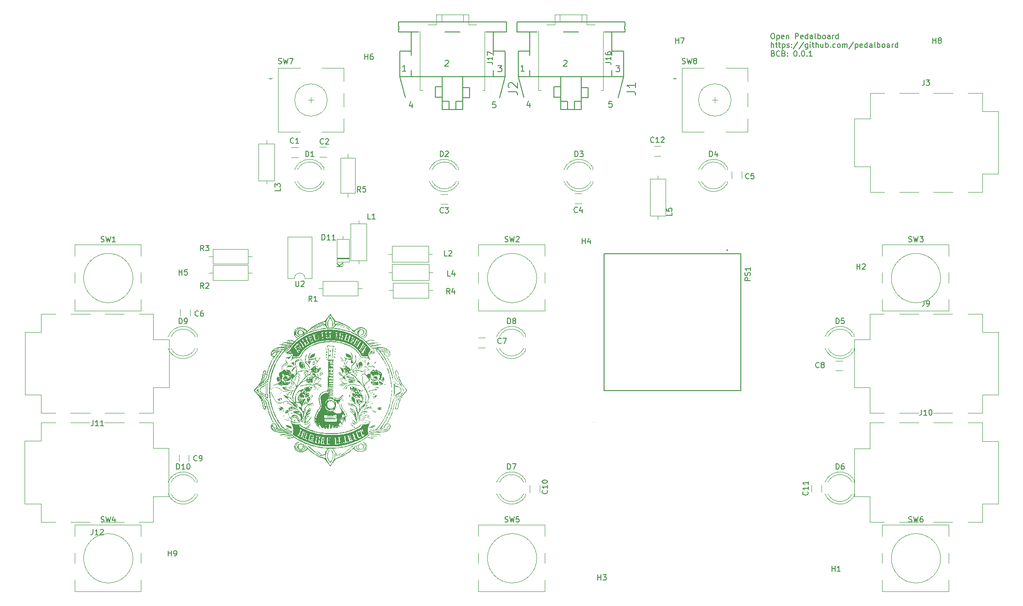
<source format=gto>
G04 #@! TF.GenerationSoftware,KiCad,Pcbnew,7.0.1.1-36-gbcf78dbe24-dirty-deb11*
G04 #@! TF.CreationDate,2023-03-26T20:37:22+00:00*
G04 #@! TF.ProjectId,pedalboard-hw,70656461-6c62-46f6-9172-642d68772e6b,0.0.1*
G04 #@! TF.SameCoordinates,Original*
G04 #@! TF.FileFunction,Legend,Top*
G04 #@! TF.FilePolarity,Positive*
%FSLAX46Y46*%
G04 Gerber Fmt 4.6, Leading zero omitted, Abs format (unit mm)*
G04 Created by KiCad (PCBNEW 7.0.1.1-36-gbcf78dbe24-dirty-deb11) date 2023-03-26 20:37:22*
%MOMM*%
%LPD*%
G01*
G04 APERTURE LIST*
%ADD10C,0.000000*%
%ADD11C,0.008210*%
%ADD12C,0.004304*%
%ADD13C,0.004635*%
%ADD14C,0.150000*%
%ADD15C,0.160020*%
%ADD16C,0.127000*%
%ADD17C,0.120000*%
%ADD18C,0.100000*%
%ADD19C,0.200000*%
%ADD20C,0.152400*%
G04 APERTURE END LIST*
D10*
G36*
X56272760Y40210295D02*
G01*
X56274337Y40208792D01*
X56275727Y40206135D01*
X56277935Y40197438D01*
X56279357Y40184359D01*
X56279967Y40167052D01*
X56279741Y40145674D01*
X56278651Y40120378D01*
X56276673Y40091320D01*
X56273779Y40058656D01*
X56265146Y39983126D01*
X56262340Y39962143D01*
X56259234Y39941605D01*
X56255859Y39921625D01*
X56252247Y39902317D01*
X56248428Y39883795D01*
X56244434Y39866171D01*
X56240294Y39849561D01*
X56236041Y39834077D01*
X56231706Y39819833D01*
X56227318Y39806943D01*
X56222911Y39795521D01*
X56218513Y39785680D01*
X56214157Y39777534D01*
X56212004Y39774132D01*
X56209873Y39771197D01*
X56207768Y39768742D01*
X56205692Y39766782D01*
X56203651Y39765331D01*
X56201646Y39764403D01*
X56196449Y39763409D01*
X56191446Y39763686D01*
X56186646Y39765163D01*
X56182057Y39767765D01*
X56177688Y39771422D01*
X56173547Y39776061D01*
X56169642Y39781609D01*
X56165982Y39787995D01*
X56162576Y39795145D01*
X56159431Y39802988D01*
X56153959Y39820462D01*
X56149635Y39839837D01*
X56146525Y39860535D01*
X56144696Y39881977D01*
X56144217Y39903585D01*
X56145153Y39924779D01*
X56147573Y39944981D01*
X56151542Y39963613D01*
X56154130Y39972158D01*
X56157130Y39980094D01*
X56160551Y39987348D01*
X56164402Y39993847D01*
X56168690Y39999519D01*
X56173425Y40004293D01*
X56177511Y40008044D01*
X56181803Y40012644D01*
X56186261Y40018028D01*
X56190843Y40024136D01*
X56195508Y40030906D01*
X56200213Y40038275D01*
X56204919Y40046181D01*
X56209584Y40054563D01*
X56214166Y40063359D01*
X56218624Y40072505D01*
X56222916Y40081941D01*
X56227002Y40091605D01*
X56230840Y40101434D01*
X56234388Y40111366D01*
X56237606Y40121339D01*
X56240451Y40131292D01*
X56247434Y40157611D01*
X56253812Y40178463D01*
X56259559Y40194002D01*
X56264650Y40204384D01*
X56266942Y40207689D01*
X56269059Y40209763D01*
X56271000Y40210626D01*
X56272760Y40210295D01*
G37*
G36*
X51948414Y31717707D02*
G01*
X51956098Y31717117D01*
X51963637Y31716218D01*
X51971015Y31715018D01*
X51978214Y31713525D01*
X51985220Y31711745D01*
X51992016Y31709685D01*
X51998586Y31707352D01*
X52004914Y31704754D01*
X52010983Y31701897D01*
X52016778Y31698790D01*
X52022282Y31695438D01*
X52027479Y31691849D01*
X52032354Y31688030D01*
X52036889Y31683988D01*
X52041069Y31679730D01*
X52044877Y31675264D01*
X52048298Y31670597D01*
X52051315Y31665734D01*
X52053913Y31660685D01*
X52056074Y31655455D01*
X52057783Y31650053D01*
X52059024Y31644484D01*
X52059780Y31638756D01*
X52060036Y31632877D01*
X52059944Y31631255D01*
X52059670Y31629696D01*
X52059222Y31628204D01*
X52058602Y31626779D01*
X52057818Y31625424D01*
X52056873Y31624141D01*
X52055773Y31622931D01*
X52054523Y31621797D01*
X52053129Y31620740D01*
X52051595Y31619763D01*
X52048129Y31618055D01*
X52044167Y31616688D01*
X52039751Y31615677D01*
X52034921Y31615039D01*
X52029718Y31614788D01*
X52024185Y31614940D01*
X52018363Y31615511D01*
X52012293Y31616517D01*
X52006016Y31617971D01*
X51999573Y31619891D01*
X51993007Y31622292D01*
X51985737Y31624071D01*
X51978503Y31625441D01*
X51971342Y31626408D01*
X51964289Y31626978D01*
X51957381Y31627154D01*
X51950653Y31626943D01*
X51944143Y31626350D01*
X51937886Y31625379D01*
X51934863Y31624753D01*
X51931918Y31624036D01*
X51929054Y31623226D01*
X51926276Y31622326D01*
X51923588Y31621335D01*
X51920995Y31620255D01*
X51918502Y31619085D01*
X51916113Y31617827D01*
X51913832Y31616480D01*
X51911664Y31615047D01*
X51909614Y31613527D01*
X51907686Y31611922D01*
X51905884Y31610231D01*
X51904214Y31608455D01*
X51902679Y31606596D01*
X51901285Y31604653D01*
X51899019Y31601350D01*
X51896221Y31598072D01*
X51892937Y31594847D01*
X51889214Y31591699D01*
X51885098Y31588654D01*
X51880636Y31585739D01*
X51875874Y31582978D01*
X51870859Y31580399D01*
X51865637Y31578026D01*
X51860254Y31575886D01*
X51854759Y31574004D01*
X51849196Y31572406D01*
X51843612Y31571118D01*
X51838054Y31570167D01*
X51832568Y31569577D01*
X51827202Y31569374D01*
X51819334Y31569709D01*
X51812255Y31570688D01*
X51805949Y31572273D01*
X51800399Y31574425D01*
X51795588Y31577107D01*
X51791499Y31580281D01*
X51788115Y31583908D01*
X51785420Y31587951D01*
X51783397Y31592370D01*
X51782028Y31597129D01*
X51781298Y31602189D01*
X51781189Y31607512D01*
X51781685Y31613060D01*
X51782769Y31618794D01*
X51784424Y31624677D01*
X51786633Y31630670D01*
X51789379Y31636736D01*
X51792646Y31642836D01*
X51796417Y31648932D01*
X51800675Y31654986D01*
X51805403Y31660960D01*
X51810585Y31666816D01*
X51816203Y31672515D01*
X51822241Y31678020D01*
X51828682Y31683292D01*
X51835510Y31688294D01*
X51842707Y31692987D01*
X51850256Y31697333D01*
X51858142Y31701294D01*
X51866346Y31704832D01*
X51874853Y31707909D01*
X51883646Y31710486D01*
X51891911Y31712616D01*
X51900161Y31714382D01*
X51908378Y31715789D01*
X51916547Y31716846D01*
X51924651Y31717559D01*
X51932674Y31717935D01*
X51940601Y31717982D01*
X51948414Y31717707D01*
G37*
G36*
X43589400Y32870085D02*
G01*
X43592357Y32868881D01*
X43595030Y32866968D01*
X43597423Y32864338D01*
X43599543Y32860983D01*
X43601394Y32856894D01*
X43602981Y32852062D01*
X43605386Y32840139D01*
X43606798Y32825147D01*
X43607260Y32807018D01*
X43606812Y32785685D01*
X43605496Y32761081D01*
X43603353Y32733138D01*
X43600425Y32701790D01*
X43598729Y32680955D01*
X43597607Y32660781D01*
X43597053Y32641268D01*
X43597062Y32622417D01*
X43597630Y32604227D01*
X43598751Y32586698D01*
X43600419Y32569831D01*
X43602630Y32553625D01*
X43605378Y32538081D01*
X43608659Y32523198D01*
X43612466Y32508977D01*
X43616796Y32495417D01*
X43621642Y32482519D01*
X43627000Y32470282D01*
X43632865Y32458706D01*
X43639230Y32447792D01*
X43644558Y32438795D01*
X43649938Y32429064D01*
X43660728Y32407773D01*
X43671353Y32384664D01*
X43681564Y32360479D01*
X43691114Y32335965D01*
X43699754Y32311863D01*
X43707237Y32288919D01*
X43713314Y32267876D01*
X43714398Y32262926D01*
X43715662Y32258003D01*
X43717099Y32253113D01*
X43718702Y32248260D01*
X43722383Y32238692D01*
X43726653Y32229346D01*
X43731461Y32220269D01*
X43736754Y32211508D01*
X43742482Y32203107D01*
X43748592Y32195116D01*
X43755032Y32187578D01*
X43761752Y32180543D01*
X43768699Y32174054D01*
X43775822Y32168160D01*
X43783068Y32162907D01*
X43790388Y32158341D01*
X43794058Y32156331D01*
X43797727Y32154509D01*
X43801389Y32152883D01*
X43805036Y32151458D01*
X43811724Y32149110D01*
X43818520Y32146070D01*
X43825368Y32142389D01*
X43832211Y32138119D01*
X43838992Y32133311D01*
X43845654Y32128018D01*
X43852140Y32122291D01*
X43858394Y32116181D01*
X43864358Y32109740D01*
X43869976Y32103021D01*
X43875191Y32096074D01*
X43879946Y32088951D01*
X43884184Y32081704D01*
X43887849Y32074385D01*
X43890883Y32067046D01*
X43892146Y32063384D01*
X43893230Y32059737D01*
X43896258Y32050817D01*
X43899389Y32042579D01*
X43902619Y32035022D01*
X43905950Y32028145D01*
X43909378Y32021947D01*
X43912904Y32016429D01*
X43916525Y32011589D01*
X43920240Y32007426D01*
X43924048Y32003940D01*
X43927949Y32001131D01*
X43931939Y31998997D01*
X43936019Y31997538D01*
X43940186Y31996754D01*
X43944440Y31996643D01*
X43948779Y31997206D01*
X43953203Y31998441D01*
X43957709Y32000348D01*
X43962296Y32002926D01*
X43966963Y32006174D01*
X43971710Y32010092D01*
X43976533Y32014680D01*
X43981433Y32019936D01*
X43986408Y32025860D01*
X43991457Y32032451D01*
X43996578Y32039709D01*
X44001770Y32047633D01*
X44012362Y32065477D01*
X44023222Y32085976D01*
X44034341Y32109127D01*
X44070794Y32182182D01*
X44106358Y32248081D01*
X44141467Y32307106D01*
X44176555Y32359543D01*
X44194227Y32383379D01*
X44212057Y32405675D01*
X44230098Y32426466D01*
X44248406Y32445787D01*
X44267034Y32463674D01*
X44286037Y32480163D01*
X44305468Y32495289D01*
X44325383Y32509087D01*
X44345835Y32521594D01*
X44366879Y32532844D01*
X44388569Y32542873D01*
X44410959Y32551717D01*
X44434104Y32559411D01*
X44458057Y32565990D01*
X44482874Y32571491D01*
X44508607Y32575949D01*
X44535312Y32579399D01*
X44563043Y32581877D01*
X44621799Y32584059D01*
X44685310Y32582778D01*
X44754008Y32578319D01*
X44778505Y32576049D01*
X44803012Y32573224D01*
X44851849Y32565999D01*
X44900108Y32556832D01*
X44947375Y32545907D01*
X44993236Y32533412D01*
X45037278Y32519532D01*
X45079088Y32504453D01*
X45118251Y32488361D01*
X45154356Y32471442D01*
X45171132Y32462730D01*
X45186988Y32453882D01*
X45201872Y32444920D01*
X45215734Y32435868D01*
X45228520Y32426748D01*
X45240180Y32417585D01*
X45250662Y32408401D01*
X45259914Y32399219D01*
X45267884Y32390064D01*
X45274521Y32380957D01*
X45279773Y32371923D01*
X45283588Y32362984D01*
X45285915Y32354164D01*
X45286703Y32345487D01*
X45286620Y32337434D01*
X45286207Y32330507D01*
X45285214Y32324759D01*
X45283395Y32320241D01*
X45282098Y32318459D01*
X45280501Y32317004D01*
X45278574Y32315882D01*
X45276284Y32315100D01*
X45273602Y32314665D01*
X45270497Y32314582D01*
X45262890Y32315500D01*
X45253216Y32317906D01*
X45241227Y32321853D01*
X45226675Y32327391D01*
X45209312Y32334572D01*
X45165159Y32354071D01*
X45106786Y32380764D01*
X45073158Y32395108D01*
X45040998Y32407711D01*
X45010202Y32418568D01*
X44980668Y32427672D01*
X44952290Y32435020D01*
X44924967Y32440605D01*
X44898595Y32444423D01*
X44873071Y32446469D01*
X44848290Y32446737D01*
X44824150Y32445222D01*
X44800548Y32441919D01*
X44777380Y32436822D01*
X44754542Y32429928D01*
X44731932Y32421230D01*
X44709446Y32410723D01*
X44686980Y32398403D01*
X44665331Y32386421D01*
X44638143Y32372000D01*
X44571446Y32337990D01*
X44495488Y32300673D01*
X44418870Y32264348D01*
X44386309Y32247828D01*
X44354839Y32230083D01*
X44324557Y32211212D01*
X44295563Y32191312D01*
X44267953Y32170482D01*
X44241826Y32148821D01*
X44217281Y32126425D01*
X44194415Y32103393D01*
X44173326Y32079825D01*
X44154114Y32055816D01*
X44136875Y32031467D01*
X44121709Y32006875D01*
X44108713Y31982138D01*
X44097986Y31957354D01*
X44093504Y31944976D01*
X44089626Y31932622D01*
X44086364Y31920306D01*
X44083730Y31908040D01*
X44081584Y31898729D01*
X44079124Y31889977D01*
X44076370Y31881787D01*
X44073340Y31874162D01*
X44070051Y31867102D01*
X44066522Y31860610D01*
X44062771Y31854687D01*
X44058816Y31849337D01*
X44054674Y31844560D01*
X44050365Y31840358D01*
X44045905Y31836734D01*
X44041314Y31833689D01*
X44036610Y31831226D01*
X44031809Y31829346D01*
X44026932Y31828051D01*
X44021994Y31827344D01*
X44017016Y31827225D01*
X44012014Y31827698D01*
X44007007Y31828763D01*
X44002013Y31830424D01*
X43997050Y31832681D01*
X43992136Y31835537D01*
X43987289Y31838994D01*
X43982527Y31843054D01*
X43977869Y31847718D01*
X43973332Y31852989D01*
X43968935Y31858868D01*
X43964696Y31865358D01*
X43960632Y31872460D01*
X43956761Y31880176D01*
X43953103Y31888509D01*
X43949675Y31897460D01*
X43945965Y31906090D01*
X43941489Y31914746D01*
X43936311Y31923372D01*
X43930492Y31931909D01*
X43924095Y31940302D01*
X43917181Y31948494D01*
X43909812Y31956427D01*
X43902050Y31964045D01*
X43893957Y31971291D01*
X43885596Y31978108D01*
X43877028Y31984440D01*
X43868315Y31990228D01*
X43859520Y31995418D01*
X43850704Y31999951D01*
X43841929Y32003771D01*
X43833258Y32006821D01*
X43817571Y32011979D01*
X43802183Y32019643D01*
X43786982Y32030005D01*
X43771853Y32043256D01*
X43756682Y32059586D01*
X43741357Y32079188D01*
X43725763Y32102252D01*
X43709786Y32128969D01*
X43693313Y32159532D01*
X43676231Y32194130D01*
X43658425Y32232956D01*
X43639782Y32276199D01*
X43599529Y32376707D01*
X43554564Y32497182D01*
X43540876Y32535207D01*
X43528905Y32570039D01*
X43518628Y32601873D01*
X43510026Y32630907D01*
X43503077Y32657336D01*
X43500216Y32669635D01*
X43497761Y32681356D01*
X43495709Y32692525D01*
X43494058Y32703166D01*
X43492804Y32713302D01*
X43491946Y32722959D01*
X43491480Y32732162D01*
X43491405Y32740934D01*
X43491717Y32749301D01*
X43492414Y32757286D01*
X43493494Y32764915D01*
X43494953Y32772212D01*
X43496790Y32779202D01*
X43499001Y32785908D01*
X43501585Y32792356D01*
X43504537Y32798571D01*
X43507857Y32804576D01*
X43511541Y32810396D01*
X43515587Y32816056D01*
X43519992Y32821581D01*
X43524754Y32826994D01*
X43529869Y32832321D01*
X43543064Y32845002D01*
X43554894Y32855217D01*
X43565402Y32862900D01*
X43570172Y32865771D01*
X43574628Y32867984D01*
X43578773Y32869530D01*
X43582614Y32870401D01*
X43586154Y32870589D01*
X43589400Y32870085D01*
G37*
G36*
X57645412Y32923389D02*
G01*
X57648132Y32922918D01*
X57650913Y32922188D01*
X57653768Y32921197D01*
X57656705Y32919945D01*
X57659735Y32918431D01*
X57662868Y32916655D01*
X57666115Y32914617D01*
X57669486Y32912315D01*
X57672991Y32909748D01*
X57680446Y32903820D01*
X57688562Y32896827D01*
X57697423Y32888765D01*
X57705486Y32880527D01*
X57709115Y32876666D01*
X57712479Y32872965D01*
X57715576Y32869418D01*
X57718407Y32866014D01*
X57720974Y32862746D01*
X57723276Y32859605D01*
X57725315Y32856583D01*
X57727091Y32853671D01*
X57728604Y32850862D01*
X57729857Y32848146D01*
X57730848Y32845516D01*
X57731578Y32842962D01*
X57732049Y32840477D01*
X57732261Y32838052D01*
X57732215Y32835679D01*
X57731911Y32833349D01*
X57731350Y32831054D01*
X57730532Y32828785D01*
X57729459Y32826535D01*
X57728130Y32824294D01*
X57726547Y32822054D01*
X57724710Y32819808D01*
X57722620Y32817545D01*
X57720277Y32815259D01*
X57717682Y32812941D01*
X57714836Y32810582D01*
X57711739Y32808174D01*
X57708393Y32805708D01*
X57700952Y32800571D01*
X57691768Y32795007D01*
X57682750Y32790206D01*
X57673921Y32786147D01*
X57665302Y32782807D01*
X57656916Y32780165D01*
X57648785Y32778199D01*
X57640930Y32776887D01*
X57633373Y32776206D01*
X57626137Y32776135D01*
X57619243Y32776652D01*
X57612713Y32777734D01*
X57606570Y32779361D01*
X57600835Y32781510D01*
X57595530Y32784158D01*
X57590677Y32787285D01*
X57586299Y32790867D01*
X57582416Y32794884D01*
X57579052Y32799313D01*
X57576228Y32804132D01*
X57573965Y32809319D01*
X57572287Y32814853D01*
X57571214Y32820710D01*
X57570770Y32826870D01*
X57570975Y32833311D01*
X57571852Y32840010D01*
X57573423Y32846945D01*
X57575709Y32854095D01*
X57578734Y32861437D01*
X57582517Y32868950D01*
X57587083Y32876611D01*
X57592452Y32884399D01*
X57598647Y32892292D01*
X57605027Y32899732D01*
X57610993Y32906176D01*
X57613848Y32909022D01*
X57616630Y32911616D01*
X57619349Y32913959D01*
X57622018Y32916049D01*
X57624645Y32917886D01*
X57627240Y32919470D01*
X57629816Y32920798D01*
X57632381Y32921872D01*
X57634945Y32922689D01*
X57637521Y32923251D01*
X57640117Y32923555D01*
X57642743Y32923601D01*
X57645412Y32923389D01*
G37*
G36*
X55174622Y35299118D02*
G01*
X55177078Y35298798D01*
X55179659Y35298166D01*
X55182376Y35297221D01*
X55185239Y35295963D01*
X55188260Y35294389D01*
X55191450Y35292498D01*
X55194819Y35290290D01*
X55198379Y35287763D01*
X55206114Y35281746D01*
X55214743Y35274437D01*
X55224354Y35265826D01*
X55235034Y35255902D01*
X55241524Y35249759D01*
X55247757Y35243259D01*
X55253727Y35236439D01*
X55259426Y35229334D01*
X55264845Y35221981D01*
X55269978Y35214417D01*
X55274816Y35206677D01*
X55279352Y35198797D01*
X55283578Y35190814D01*
X55287486Y35182763D01*
X55291069Y35174682D01*
X55294318Y35166606D01*
X55297226Y35158571D01*
X55299785Y35150614D01*
X55301988Y35142770D01*
X55303826Y35135076D01*
X55305293Y35127569D01*
X55306379Y35120283D01*
X55307078Y35113256D01*
X55307382Y35106523D01*
X55307282Y35100121D01*
X55306772Y35094086D01*
X55305843Y35088455D01*
X55304488Y35083262D01*
X55302698Y35078545D01*
X55300467Y35074339D01*
X55297787Y35070681D01*
X55294649Y35067607D01*
X55291045Y35065154D01*
X55286970Y35063356D01*
X55282413Y35062251D01*
X55277368Y35061875D01*
X55272278Y35062301D01*
X55266949Y35063552D01*
X55261410Y35065581D01*
X55255692Y35068345D01*
X55249824Y35071798D01*
X55243836Y35075897D01*
X55231618Y35085853D01*
X55219276Y35097855D01*
X55207047Y35111546D01*
X55195170Y35126571D01*
X55183883Y35142573D01*
X55173422Y35159195D01*
X55164025Y35176080D01*
X55155931Y35192872D01*
X55149377Y35209215D01*
X55144600Y35224751D01*
X55142953Y35232106D01*
X55141839Y35239125D01*
X55141288Y35245765D01*
X55141331Y35251980D01*
X55141996Y35257726D01*
X55143314Y35262958D01*
X55147173Y35271638D01*
X55150872Y35279150D01*
X55154498Y35285484D01*
X55156312Y35288206D01*
X55158141Y35290630D01*
X55159995Y35292753D01*
X55161886Y35294576D01*
X55163825Y35296096D01*
X55165823Y35297313D01*
X55167890Y35298225D01*
X55170039Y35298831D01*
X55172279Y35299129D01*
X55174622Y35299118D01*
G37*
G36*
X46637051Y45996929D02*
G01*
X46637990Y45996402D01*
X46638903Y45995524D01*
X46639798Y45994294D01*
X46640683Y45992712D01*
X46641566Y45990780D01*
X46643354Y45985860D01*
X46645224Y45979535D01*
X46647240Y45971804D01*
X46651952Y45952125D01*
X46653473Y45945574D01*
X46654732Y45939160D01*
X46655736Y45932892D01*
X46656493Y45926783D01*
X46657010Y45920845D01*
X46657293Y45915089D01*
X46657351Y45909526D01*
X46657189Y45904169D01*
X46656815Y45899030D01*
X46656237Y45894118D01*
X46655461Y45889447D01*
X46654495Y45885028D01*
X46653345Y45880873D01*
X46652019Y45876993D01*
X46650523Y45873399D01*
X46648866Y45870104D01*
X46647053Y45867119D01*
X46645092Y45864456D01*
X46642991Y45862126D01*
X46640756Y45860141D01*
X46638394Y45858512D01*
X46635913Y45857252D01*
X46633319Y45856372D01*
X46630620Y45855883D01*
X46627823Y45855797D01*
X46624935Y45856125D01*
X46621963Y45856881D01*
X46618914Y45858074D01*
X46615795Y45859716D01*
X46612614Y45861820D01*
X46609377Y45864397D01*
X46606091Y45867458D01*
X46604820Y45868532D01*
X46603650Y45869766D01*
X46602582Y45871153D01*
X46601613Y45872688D01*
X46599968Y45876179D01*
X46598705Y45880192D01*
X46597814Y45884680D01*
X46597285Y45889597D01*
X46597108Y45894896D01*
X46597272Y45900532D01*
X46597766Y45906456D01*
X46598581Y45912624D01*
X46599706Y45918988D01*
X46601130Y45925502D01*
X46602844Y45932119D01*
X46604837Y45938793D01*
X46607099Y45945477D01*
X46609619Y45952125D01*
X46618962Y45971804D01*
X46622797Y45979535D01*
X46626156Y45985860D01*
X46629101Y45990780D01*
X46630439Y45992712D01*
X46631696Y45994294D01*
X46632880Y45995524D01*
X46634000Y45996402D01*
X46635064Y45996929D01*
X46636078Y45997105D01*
X46637051Y45996929D01*
G37*
G36*
X46641397Y35074607D02*
G01*
X46642645Y35073943D01*
X46643801Y35072672D01*
X46644876Y35070798D01*
X46645882Y35068322D01*
X46646829Y35065245D01*
X46648590Y35057300D01*
X46650248Y35046978D01*
X46651891Y35034294D01*
X46655481Y35001903D01*
X46658437Y34981350D01*
X46661930Y34959846D01*
X46665836Y34938093D01*
X46670032Y34916795D01*
X46674394Y34896655D01*
X46678797Y34878375D01*
X46683117Y34862659D01*
X46685207Y34855981D01*
X46687231Y34850208D01*
X46692296Y34837934D01*
X46696911Y34825603D01*
X46701080Y34813239D01*
X46704808Y34800868D01*
X46708099Y34788515D01*
X46710958Y34776206D01*
X46713389Y34763964D01*
X46715398Y34751817D01*
X46716988Y34739788D01*
X46718163Y34727904D01*
X46718929Y34716188D01*
X46719291Y34704668D01*
X46719251Y34693366D01*
X46718816Y34682310D01*
X46717989Y34671523D01*
X46716776Y34661032D01*
X46715180Y34650861D01*
X46713206Y34641036D01*
X46710858Y34631581D01*
X46708142Y34622522D01*
X46705062Y34613885D01*
X46701621Y34605694D01*
X46697826Y34597974D01*
X46693680Y34590751D01*
X46689187Y34584050D01*
X46684353Y34577897D01*
X46679181Y34572315D01*
X46673677Y34567331D01*
X46667845Y34562970D01*
X46661689Y34559257D01*
X46655214Y34556216D01*
X46648424Y34553875D01*
X46627935Y34548712D01*
X46608163Y34544447D01*
X46589143Y34541048D01*
X46570910Y34538482D01*
X46553498Y34536717D01*
X46536943Y34535721D01*
X46521279Y34535461D01*
X46506542Y34535905D01*
X46492766Y34537021D01*
X46479985Y34538777D01*
X46468236Y34541139D01*
X46457553Y34544077D01*
X46447970Y34547557D01*
X46439523Y34551548D01*
X46432246Y34556016D01*
X46426175Y34560931D01*
X46421344Y34566258D01*
X46417788Y34571967D01*
X46415542Y34578024D01*
X46414641Y34584399D01*
X46415119Y34591057D01*
X46417013Y34597967D01*
X46420355Y34605097D01*
X46425183Y34612414D01*
X46431529Y34619886D01*
X46439430Y34627481D01*
X46448920Y34635166D01*
X46460033Y34642910D01*
X46472806Y34650679D01*
X46487272Y34658442D01*
X46503467Y34666166D01*
X46521425Y34673819D01*
X46531429Y34678140D01*
X46540936Y34682503D01*
X46549944Y34686910D01*
X46558453Y34691362D01*
X46566460Y34695861D01*
X46573964Y34700408D01*
X46580965Y34705003D01*
X46587461Y34709649D01*
X46593450Y34714347D01*
X46598931Y34719098D01*
X46603903Y34723903D01*
X46608365Y34728763D01*
X46612316Y34733680D01*
X46615753Y34738656D01*
X46618677Y34743691D01*
X46621085Y34748786D01*
X46622976Y34753944D01*
X46624349Y34759164D01*
X46625203Y34764450D01*
X46625536Y34769801D01*
X46625347Y34775220D01*
X46624635Y34780707D01*
X46623398Y34786263D01*
X46621636Y34791891D01*
X46619346Y34797591D01*
X46616528Y34803365D01*
X46613181Y34809213D01*
X46609302Y34815138D01*
X46604891Y34821141D01*
X46599947Y34827222D01*
X46594468Y34833383D01*
X46588452Y34839626D01*
X46583493Y34845089D01*
X46579206Y34850919D01*
X46575600Y34857151D01*
X46572688Y34863824D01*
X46570478Y34870971D01*
X46568981Y34878631D01*
X46568207Y34886838D01*
X46568168Y34895629D01*
X46568872Y34905040D01*
X46570331Y34915107D01*
X46572555Y34925867D01*
X46575554Y34937356D01*
X46579338Y34949609D01*
X46583919Y34962663D01*
X46589305Y34976555D01*
X46595508Y34991320D01*
X46611831Y35027224D01*
X46618475Y35041371D01*
X46624226Y35053001D01*
X46629171Y35062129D01*
X46633397Y35068772D01*
X46635268Y35071167D01*
X46636993Y35072945D01*
X46638582Y35074110D01*
X46640046Y35074663D01*
X46641397Y35074607D01*
G37*
G36*
X44564178Y42413072D02*
G01*
X44565934Y42412799D01*
X44570061Y42411541D01*
X44574974Y42409354D01*
X44580630Y42406257D01*
X44586990Y42402271D01*
X44594011Y42397417D01*
X44601652Y42391715D01*
X44609872Y42385187D01*
X44618630Y42377852D01*
X44627883Y42369733D01*
X44637592Y42360848D01*
X44646232Y42351542D01*
X44654294Y42342173D01*
X44661779Y42332779D01*
X44668687Y42323400D01*
X44675019Y42314075D01*
X44680775Y42304844D01*
X44685956Y42295745D01*
X44690563Y42286820D01*
X44694597Y42278106D01*
X44698057Y42269643D01*
X44700945Y42261471D01*
X44703262Y42253630D01*
X44705007Y42246157D01*
X44706182Y42239094D01*
X44706788Y42232479D01*
X44706824Y42226351D01*
X44706292Y42220751D01*
X44705192Y42215717D01*
X44703525Y42211289D01*
X44701291Y42207507D01*
X44698492Y42204409D01*
X44696880Y42203129D01*
X44695127Y42202035D01*
X44693233Y42201132D01*
X44691198Y42200425D01*
X44686705Y42199617D01*
X44681648Y42199652D01*
X44676029Y42200569D01*
X44669848Y42202407D01*
X44663106Y42205206D01*
X44655803Y42209004D01*
X44647940Y42213842D01*
X44639517Y42219758D01*
X44630536Y42226793D01*
X44623586Y42232285D01*
X44617272Y42236832D01*
X44611568Y42240396D01*
X44608937Y42241799D01*
X44606448Y42242943D01*
X44604099Y42243823D01*
X44601886Y42244435D01*
X44599806Y42244775D01*
X44597856Y42244837D01*
X44596032Y42244618D01*
X44594332Y42244113D01*
X44592752Y42243317D01*
X44591289Y42242226D01*
X44589940Y42240835D01*
X44588701Y42239140D01*
X44587570Y42237136D01*
X44586542Y42234818D01*
X44585615Y42232183D01*
X44584786Y42229226D01*
X44583407Y42222326D01*
X44582379Y42214083D01*
X44581678Y42204460D01*
X44581275Y42193421D01*
X44581147Y42180930D01*
X44581268Y42171718D01*
X44581622Y42162630D01*
X44582193Y42153707D01*
X44582966Y42144992D01*
X44583925Y42136524D01*
X44585054Y42128345D01*
X44586338Y42120497D01*
X44587762Y42113021D01*
X44589309Y42105959D01*
X44590966Y42099351D01*
X44592715Y42093240D01*
X44594542Y42087666D01*
X44596431Y42082670D01*
X44598366Y42078295D01*
X44600332Y42074581D01*
X44602314Y42071570D01*
X44606149Y42066944D01*
X44609716Y42061063D01*
X44613017Y42054016D01*
X44616053Y42045890D01*
X44621336Y42026759D01*
X44625575Y42004377D01*
X44628781Y41979452D01*
X44630963Y41952693D01*
X44632133Y41924807D01*
X44632300Y41896503D01*
X44631475Y41868489D01*
X44629668Y41841471D01*
X44626889Y41816159D01*
X44623150Y41793260D01*
X44618459Y41773483D01*
X44612828Y41757535D01*
X44609663Y41751218D01*
X44606267Y41746124D01*
X44602641Y41742341D01*
X44598786Y41739958D01*
X44590472Y41738671D01*
X44580184Y41739996D01*
X44568081Y41743775D01*
X44554317Y41749852D01*
X44539049Y41758068D01*
X44522434Y41768266D01*
X44485787Y41793977D01*
X44445626Y41825724D01*
X44403201Y41862246D01*
X44359763Y41902281D01*
X44316564Y41944570D01*
X44274852Y41987851D01*
X44235879Y42030863D01*
X44200896Y42072345D01*
X44171153Y42111037D01*
X44147900Y42145678D01*
X44139099Y42161085D01*
X44132389Y42175006D01*
X44127927Y42187284D01*
X44125869Y42197761D01*
X44126372Y42206279D01*
X44129591Y42212681D01*
X44138301Y42223047D01*
X44147224Y42232974D01*
X44156345Y42242457D01*
X44165648Y42251494D01*
X44175119Y42260078D01*
X44184743Y42268205D01*
X44194505Y42275871D01*
X44204391Y42283071D01*
X44214386Y42289801D01*
X44224474Y42296057D01*
X44234640Y42301833D01*
X44244871Y42307125D01*
X44255151Y42311929D01*
X44265465Y42316240D01*
X44275799Y42320053D01*
X44286137Y42323365D01*
X44296464Y42326170D01*
X44306767Y42328464D01*
X44317029Y42330243D01*
X44327237Y42331502D01*
X44337374Y42332236D01*
X44347428Y42332442D01*
X44357381Y42332113D01*
X44367220Y42331247D01*
X44376931Y42329838D01*
X44386497Y42327882D01*
X44395904Y42325374D01*
X44405137Y42322310D01*
X44414182Y42318686D01*
X44423023Y42314496D01*
X44431646Y42309736D01*
X44440036Y42304402D01*
X44448250Y42298799D01*
X44456343Y42293884D01*
X44464300Y42289645D01*
X44472103Y42286068D01*
X44479735Y42283139D01*
X44487180Y42280846D01*
X44494421Y42279174D01*
X44501441Y42278110D01*
X44508224Y42277640D01*
X44514751Y42277751D01*
X44521008Y42278429D01*
X44526976Y42279660D01*
X44532640Y42281432D01*
X44537982Y42283730D01*
X44542985Y42286541D01*
X44547633Y42289851D01*
X44551909Y42293647D01*
X44555796Y42297915D01*
X44559278Y42302642D01*
X44562337Y42307814D01*
X44564957Y42313417D01*
X44567121Y42319438D01*
X44568811Y42325864D01*
X44570013Y42332680D01*
X44570708Y42339874D01*
X44570879Y42347431D01*
X44570511Y42355339D01*
X44569586Y42363583D01*
X44568087Y42372150D01*
X44565998Y42381026D01*
X44563301Y42390198D01*
X44559981Y42399652D01*
X44558527Y42404410D01*
X44558190Y42406392D01*
X44558107Y42408113D01*
X44558271Y42409576D01*
X44558678Y42410783D01*
X44559323Y42411737D01*
X44560201Y42412440D01*
X44561306Y42412896D01*
X44562633Y42413105D01*
X44564178Y42413072D01*
G37*
G36*
X56203114Y40597052D02*
G01*
X56211788Y40596793D01*
X56220959Y40596306D01*
X56230585Y40595587D01*
X56240624Y40594630D01*
X56251035Y40593430D01*
X56265517Y40591926D01*
X56278589Y40589992D01*
X56290327Y40587532D01*
X56295721Y40586073D01*
X56300810Y40584446D01*
X56305605Y40582638D01*
X56310114Y40580637D01*
X56314349Y40578430D01*
X56318318Y40576006D01*
X56322031Y40573351D01*
X56325499Y40570455D01*
X56328729Y40567304D01*
X56331733Y40563886D01*
X56334520Y40560189D01*
X56337100Y40556201D01*
X56339482Y40551909D01*
X56341676Y40547301D01*
X56343692Y40542365D01*
X56345539Y40537089D01*
X56348766Y40525466D01*
X56351435Y40512334D01*
X56353623Y40497596D01*
X56355408Y40481151D01*
X56356868Y40462904D01*
X56360155Y40424690D01*
X56361078Y40409651D01*
X56361334Y40397308D01*
X56361168Y40392146D01*
X56360784Y40387653D01*
X56360163Y40383830D01*
X56359288Y40380675D01*
X56358141Y40378187D01*
X56356707Y40376363D01*
X56354965Y40375204D01*
X56352901Y40374708D01*
X56350495Y40374873D01*
X56347730Y40375699D01*
X56344590Y40377183D01*
X56341057Y40379325D01*
X56337112Y40382123D01*
X56332739Y40385576D01*
X56322639Y40394442D01*
X56310617Y40405913D01*
X56296532Y40419977D01*
X56261620Y40455848D01*
X56239701Y40479254D01*
X56219230Y40501544D01*
X56200661Y40522262D01*
X56184448Y40540955D01*
X56177368Y40549400D01*
X56171047Y40557168D01*
X56165542Y40564202D01*
X56160911Y40570446D01*
X56157210Y40575842D01*
X56154496Y40580333D01*
X56153527Y40582222D01*
X56152826Y40583864D01*
X56152400Y40585251D01*
X56152257Y40586376D01*
X56152380Y40587348D01*
X56152746Y40588277D01*
X56153350Y40589164D01*
X56154186Y40590007D01*
X56156536Y40591562D01*
X56159753Y40592935D01*
X56163798Y40594123D01*
X56168628Y40595119D01*
X56174202Y40595919D01*
X56180479Y40596518D01*
X56187418Y40596910D01*
X56194976Y40597089D01*
X56203114Y40597052D01*
G37*
G36*
X50545054Y45221804D02*
G01*
X50546975Y45221591D01*
X50548852Y45221242D01*
X50550684Y45220759D01*
X50552469Y45220147D01*
X50554207Y45219410D01*
X50555895Y45218552D01*
X50557533Y45217576D01*
X50559119Y45216486D01*
X50560652Y45215286D01*
X50562131Y45213981D01*
X50563555Y45212573D01*
X50566230Y45209467D01*
X50568668Y45206000D01*
X50570857Y45202202D01*
X50572788Y45198104D01*
X50574450Y45193737D01*
X50575833Y45189133D01*
X50576927Y45184322D01*
X50577721Y45179335D01*
X50578205Y45174204D01*
X50578369Y45168959D01*
X50578328Y45166324D01*
X50578205Y45163713D01*
X50578003Y45161132D01*
X50577721Y45158582D01*
X50577362Y45156069D01*
X50576927Y45153595D01*
X50576417Y45151166D01*
X50575833Y45148784D01*
X50575177Y45146454D01*
X50574450Y45144180D01*
X50573653Y45141965D01*
X50572788Y45139813D01*
X50571855Y45137729D01*
X50570857Y45135715D01*
X50569794Y45133777D01*
X50568668Y45131917D01*
X50567479Y45130140D01*
X50566230Y45128450D01*
X50564922Y45126849D01*
X50563555Y45125344D01*
X50562131Y45123936D01*
X50560652Y45122631D01*
X50559119Y45121431D01*
X50557533Y45120341D01*
X50555895Y45119365D01*
X50554207Y45118507D01*
X50552469Y45117770D01*
X50550684Y45117158D01*
X50548852Y45116676D01*
X50546975Y45116326D01*
X50545054Y45116114D01*
X50543091Y45116042D01*
X50541438Y45116114D01*
X50539788Y45116326D01*
X50538144Y45116676D01*
X50536511Y45117158D01*
X50534890Y45117770D01*
X50533285Y45118507D01*
X50531700Y45119365D01*
X50530137Y45120341D01*
X50527092Y45122631D01*
X50524177Y45125344D01*
X50521416Y45128450D01*
X50518837Y45131917D01*
X50516464Y45135715D01*
X50514324Y45139813D01*
X50512442Y45144180D01*
X50510844Y45148784D01*
X50509557Y45153595D01*
X50508605Y45158582D01*
X50508015Y45163713D01*
X50507812Y45168959D01*
X50507864Y45171593D01*
X50508015Y45174204D01*
X50508263Y45176785D01*
X50508605Y45179335D01*
X50509037Y45181848D01*
X50509557Y45184322D01*
X50510160Y45186751D01*
X50510844Y45189133D01*
X50511606Y45191463D01*
X50512442Y45193737D01*
X50513349Y45195952D01*
X50514324Y45198104D01*
X50515363Y45200188D01*
X50516464Y45202202D01*
X50517623Y45204140D01*
X50518837Y45206000D01*
X50520102Y45207777D01*
X50521416Y45209467D01*
X50522776Y45211067D01*
X50524177Y45212573D01*
X50525617Y45213981D01*
X50527092Y45215286D01*
X50528600Y45216486D01*
X50530137Y45217576D01*
X50531700Y45218552D01*
X50533285Y45219410D01*
X50534890Y45220147D01*
X50536511Y45220759D01*
X50538144Y45221242D01*
X50539788Y45221591D01*
X50541438Y45221804D01*
X50543091Y45221875D01*
X50545054Y45221804D01*
G37*
G36*
X58649754Y37550114D02*
G01*
X58651143Y37549912D01*
X58652378Y37549527D01*
X58653451Y37548958D01*
X58654280Y37547823D01*
X58654784Y37546406D01*
X58654972Y37544717D01*
X58654850Y37542764D01*
X58653707Y37538098D01*
X58651412Y37532477D01*
X58648021Y37525966D01*
X58643592Y37518634D01*
X58638181Y37510548D01*
X58631844Y37501774D01*
X58624640Y37492380D01*
X58616624Y37482434D01*
X58607854Y37472001D01*
X58598386Y37461150D01*
X58577585Y37438461D01*
X58554675Y37414904D01*
X58533051Y37394922D01*
X58514471Y37378578D01*
X58498919Y37365790D01*
X58486379Y37356474D01*
X58476837Y37350548D01*
X58473185Y37348831D01*
X58470277Y37347930D01*
X58468110Y37347835D01*
X58466682Y37348536D01*
X58465993Y37350023D01*
X58466039Y37352284D01*
X58466819Y37355311D01*
X58468331Y37359092D01*
X58473542Y37368876D01*
X58481658Y37381554D01*
X58492662Y37397043D01*
X58506540Y37415261D01*
X58523275Y37436125D01*
X58542853Y37459551D01*
X58565257Y37485459D01*
X58572526Y37493807D01*
X58579754Y37501643D01*
X58586899Y37508953D01*
X58593920Y37515720D01*
X58600776Y37521929D01*
X58607425Y37527564D01*
X58613826Y37532610D01*
X58619938Y37537052D01*
X58625719Y37540873D01*
X58631128Y37544059D01*
X58636123Y37546594D01*
X58638453Y37547612D01*
X58640664Y37548462D01*
X58642751Y37549141D01*
X58644708Y37549648D01*
X58646532Y37549980D01*
X58648215Y37550136D01*
X58649754Y37550114D01*
G37*
G36*
X60219785Y39715013D02*
G01*
X60229170Y39714931D01*
X60237485Y39714683D01*
X60244736Y39714269D01*
X60250928Y39713691D01*
X60253628Y39713339D01*
X60256065Y39712947D01*
X60258240Y39712513D01*
X60260154Y39712037D01*
X60261806Y39711521D01*
X60263198Y39710963D01*
X60264331Y39710363D01*
X60265204Y39709722D01*
X60265819Y39709040D01*
X60266177Y39708317D01*
X60266277Y39707552D01*
X60266121Y39706746D01*
X60265709Y39705899D01*
X60265042Y39705010D01*
X60264120Y39704080D01*
X60262944Y39703108D01*
X60261516Y39702095D01*
X60259835Y39701041D01*
X60257901Y39699946D01*
X60255717Y39698809D01*
X60250597Y39696411D01*
X60244479Y39693848D01*
X60239112Y39691663D01*
X60233620Y39689101D01*
X60228046Y39686197D01*
X60222431Y39682989D01*
X60216815Y39679512D01*
X60211241Y39675802D01*
X60205749Y39671896D01*
X60200382Y39667830D01*
X60195180Y39663640D01*
X60190184Y39659362D01*
X60185437Y39655032D01*
X60180979Y39650687D01*
X60176852Y39646363D01*
X60173096Y39642095D01*
X60169754Y39637920D01*
X60166867Y39633875D01*
X60163643Y39629656D01*
X60162095Y39627854D01*
X60160590Y39626254D01*
X60159129Y39624856D01*
X60157713Y39623658D01*
X60156341Y39622660D01*
X60155016Y39621858D01*
X60153737Y39621254D01*
X60152505Y39620844D01*
X60151322Y39620628D01*
X60150186Y39620605D01*
X60149100Y39620772D01*
X60148063Y39621130D01*
X60147077Y39621676D01*
X60146142Y39622410D01*
X60145258Y39623330D01*
X60144427Y39624434D01*
X60143649Y39625722D01*
X60142924Y39627192D01*
X60142254Y39628843D01*
X60141639Y39630673D01*
X60140575Y39634868D01*
X60139739Y39639765D01*
X60139135Y39645354D01*
X60138769Y39651626D01*
X60138646Y39658570D01*
X60138937Y39665637D01*
X60139817Y39672281D01*
X60140482Y39675441D01*
X60141297Y39678491D01*
X60142265Y39681429D01*
X60143386Y39684256D01*
X60144663Y39686969D01*
X60146096Y39689566D01*
X60147687Y39692048D01*
X60149436Y39694412D01*
X60151346Y39696657D01*
X60153417Y39698782D01*
X60155651Y39700785D01*
X60158049Y39702666D01*
X60160612Y39704423D01*
X60163342Y39706054D01*
X60166240Y39707559D01*
X60169307Y39708936D01*
X60172545Y39710184D01*
X60175955Y39711301D01*
X60179537Y39712287D01*
X60183294Y39713139D01*
X60191337Y39714440D01*
X60200093Y39715193D01*
X60209572Y39715387D01*
X60219785Y39715013D01*
G37*
G36*
X56515843Y39213230D02*
G01*
X56517443Y39213048D01*
X56520910Y39212306D01*
X56524709Y39211067D01*
X56528807Y39209343D01*
X56533173Y39207144D01*
X56537777Y39204479D01*
X56542588Y39201359D01*
X56547575Y39197795D01*
X56552706Y39193797D01*
X56557951Y39189376D01*
X56563197Y39184507D01*
X56568328Y39179199D01*
X56573315Y39173508D01*
X56578126Y39167492D01*
X56582731Y39161207D01*
X56587097Y39154711D01*
X56591195Y39148059D01*
X56594994Y39141309D01*
X56598461Y39134518D01*
X56601567Y39127742D01*
X56604280Y39121039D01*
X56606569Y39114465D01*
X56608404Y39108077D01*
X56609753Y39101932D01*
X56610585Y39096087D01*
X56610869Y39090598D01*
X56610575Y39085465D01*
X56609719Y39081285D01*
X56608337Y39078018D01*
X56606466Y39075625D01*
X56604143Y39074067D01*
X56601404Y39073304D01*
X56598287Y39073297D01*
X56594828Y39074006D01*
X56591065Y39075392D01*
X56587033Y39077415D01*
X56582770Y39080037D01*
X56578313Y39083218D01*
X56568962Y39091097D01*
X56559275Y39100739D01*
X56549547Y39111828D01*
X56540072Y39124049D01*
X56531145Y39137086D01*
X56523060Y39150624D01*
X56516112Y39164349D01*
X56510596Y39177944D01*
X56508466Y39184594D01*
X56506805Y39191094D01*
X56505649Y39197405D01*
X56505035Y39203485D01*
X56505107Y39205067D01*
X56505320Y39206505D01*
X56505669Y39207801D01*
X56506152Y39208956D01*
X56506763Y39209972D01*
X56507500Y39210850D01*
X56508359Y39211590D01*
X56509335Y39212195D01*
X56510425Y39212666D01*
X56511624Y39213003D01*
X56512930Y39213209D01*
X56514337Y39213284D01*
X56515843Y39213230D01*
G37*
G36*
X57170826Y31709459D02*
G01*
X57174437Y31708287D01*
X57177959Y31706516D01*
X57181377Y31704156D01*
X57184678Y31701217D01*
X57187847Y31697708D01*
X57190870Y31693639D01*
X57193733Y31689019D01*
X57196422Y31683859D01*
X57198922Y31678168D01*
X57201219Y31671955D01*
X57203299Y31665231D01*
X57205148Y31658005D01*
X57206752Y31650287D01*
X57208095Y31642087D01*
X57209165Y31633413D01*
X57209947Y31624277D01*
X57210427Y31614687D01*
X57210590Y31604653D01*
X57210538Y31599383D01*
X57210387Y31594163D01*
X57209797Y31583900D01*
X57208846Y31573926D01*
X57207558Y31564304D01*
X57205960Y31555095D01*
X57204079Y31546362D01*
X57201939Y31538166D01*
X57200780Y31534289D01*
X57199566Y31530570D01*
X57198300Y31527016D01*
X57196986Y31523635D01*
X57195627Y31520434D01*
X57194226Y31517423D01*
X57192786Y31514608D01*
X57191311Y31511997D01*
X57189803Y31509598D01*
X57188266Y31507418D01*
X57186704Y31505466D01*
X57185118Y31503749D01*
X57183514Y31502275D01*
X57181893Y31501052D01*
X57180259Y31500087D01*
X57178616Y31499388D01*
X57176966Y31498963D01*
X57175313Y31498819D01*
X57170725Y31499084D01*
X57166230Y31499866D01*
X57161835Y31501142D01*
X57157550Y31502891D01*
X57153384Y31505093D01*
X57149346Y31507726D01*
X57145445Y31510768D01*
X57141689Y31514198D01*
X57138089Y31517995D01*
X57134653Y31522138D01*
X57131390Y31526605D01*
X57128309Y31531375D01*
X57122729Y31541739D01*
X57117987Y31553059D01*
X57114155Y31565164D01*
X57111304Y31577884D01*
X57109507Y31591049D01*
X57108837Y31604487D01*
X57109366Y31618029D01*
X57110103Y31624785D01*
X57111166Y31631503D01*
X57112565Y31638162D01*
X57114310Y31644740D01*
X57116408Y31651216D01*
X57118869Y31657569D01*
X57122236Y31665797D01*
X57125713Y31673291D01*
X57129285Y31680060D01*
X57132939Y31686115D01*
X57136660Y31691463D01*
X57140434Y31696117D01*
X57144246Y31700084D01*
X57148083Y31703375D01*
X57151931Y31705999D01*
X57155774Y31707966D01*
X57159600Y31709286D01*
X57163393Y31709968D01*
X57167140Y31710023D01*
X57170826Y31709459D01*
G37*
G36*
X58983132Y41764009D02*
G01*
X59009701Y41762112D01*
X59036476Y41759008D01*
X59063384Y41754744D01*
X59090351Y41749370D01*
X59117304Y41742933D01*
X59144171Y41735480D01*
X59170878Y41727060D01*
X59197353Y41717719D01*
X59223522Y41707507D01*
X59249312Y41696471D01*
X59274651Y41684658D01*
X59299466Y41672116D01*
X59323683Y41658893D01*
X59347229Y41645038D01*
X59370032Y41630597D01*
X59392019Y41615619D01*
X59413116Y41600151D01*
X59433250Y41584241D01*
X59452349Y41567938D01*
X59470340Y41551288D01*
X59487149Y41534339D01*
X59502704Y41517140D01*
X59516931Y41499739D01*
X59529758Y41482182D01*
X59541111Y41464518D01*
X59550918Y41446794D01*
X59559106Y41429059D01*
X59565601Y41411360D01*
X59570331Y41393745D01*
X59573222Y41376262D01*
X59574202Y41358958D01*
X59573847Y41350149D01*
X59572813Y41342230D01*
X59571141Y41335180D01*
X59568876Y41328979D01*
X59566060Y41323608D01*
X59562737Y41319046D01*
X59558951Y41315274D01*
X59554744Y41312270D01*
X59550160Y41310017D01*
X59545241Y41308492D01*
X59540033Y41307677D01*
X59534576Y41307551D01*
X59528916Y41308094D01*
X59523095Y41309286D01*
X59517156Y41311108D01*
X59511143Y41313538D01*
X59505099Y41316558D01*
X59499067Y41320147D01*
X59493090Y41324285D01*
X59487213Y41328952D01*
X59481478Y41334128D01*
X59475928Y41339793D01*
X59470606Y41345926D01*
X59465557Y41352509D01*
X59460823Y41359521D01*
X59456447Y41366942D01*
X59452473Y41374751D01*
X59448945Y41382930D01*
X59445904Y41391457D01*
X59443395Y41400313D01*
X59441462Y41409478D01*
X59440146Y41418931D01*
X59438028Y41429963D01*
X59434363Y41441206D01*
X59429218Y41452624D01*
X59422659Y41464179D01*
X59414750Y41475835D01*
X59405559Y41487555D01*
X59383591Y41511039D01*
X59357283Y41534337D01*
X59327161Y41557155D01*
X59293752Y41579197D01*
X59257584Y41600170D01*
X59219183Y41619779D01*
X59179077Y41637729D01*
X59137793Y41653725D01*
X59095857Y41667474D01*
X59053798Y41678680D01*
X59012141Y41687049D01*
X58971415Y41692286D01*
X58932146Y41694097D01*
X58918432Y41694300D01*
X58905116Y41694890D01*
X58892264Y41695841D01*
X58879946Y41697129D01*
X58868226Y41698727D01*
X58857173Y41700609D01*
X58846855Y41702749D01*
X58837336Y41705122D01*
X58828687Y41707701D01*
X58824708Y41709060D01*
X58820972Y41710461D01*
X58817487Y41711901D01*
X58814260Y41713377D01*
X58811301Y41714885D01*
X58808618Y41716421D01*
X58806219Y41717984D01*
X58804113Y41719569D01*
X58802307Y41721174D01*
X58800811Y41722795D01*
X58799633Y41724429D01*
X58798781Y41726072D01*
X58798264Y41727722D01*
X58798090Y41729375D01*
X58798295Y41731339D01*
X58798903Y41733260D01*
X58799906Y41735137D01*
X58801294Y41736968D01*
X58805182Y41740491D01*
X58810492Y41743817D01*
X58817145Y41746937D01*
X58825065Y41749839D01*
X58834173Y41752514D01*
X58844392Y41754952D01*
X58855645Y41757141D01*
X58867853Y41759072D01*
X58880941Y41760734D01*
X58894829Y41762117D01*
X58909440Y41763211D01*
X58924698Y41764005D01*
X58940524Y41764489D01*
X58956840Y41764653D01*
X58983132Y41764009D01*
G37*
G36*
X53570298Y36276588D02*
G01*
X53576578Y36275367D01*
X53582917Y36273512D01*
X53589326Y36271021D01*
X53595819Y36267888D01*
X53602406Y36264111D01*
X53609099Y36259686D01*
X53615909Y36254608D01*
X53622848Y36248874D01*
X53629929Y36242480D01*
X53637162Y36235421D01*
X53644558Y36227695D01*
X53659891Y36210223D01*
X53676019Y36190033D01*
X53693036Y36167094D01*
X53711035Y36141375D01*
X53735764Y36103017D01*
X53745940Y36085091D01*
X53754746Y36067346D01*
X53762251Y36049292D01*
X53768520Y36030436D01*
X53773621Y36010288D01*
X53777622Y35988357D01*
X53780589Y35964153D01*
X53782590Y35937184D01*
X53783691Y35906960D01*
X53783961Y35872988D01*
X53782273Y35791843D01*
X53778064Y35689820D01*
X53774551Y35621936D01*
X53770629Y35558506D01*
X53766305Y35499521D01*
X53761582Y35444970D01*
X53756467Y35394842D01*
X53750964Y35349127D01*
X53745079Y35307815D01*
X53738817Y35270896D01*
X53732183Y35238358D01*
X53725181Y35210193D01*
X53721545Y35197746D01*
X53717818Y35186389D01*
X53714003Y35176119D01*
X53710099Y35166936D01*
X53706107Y35158838D01*
X53702028Y35151824D01*
X53697862Y35145893D01*
X53693611Y35141043D01*
X53689274Y35137273D01*
X53684852Y35134581D01*
X53680347Y35132967D01*
X53675758Y35132430D01*
X53673826Y35132502D01*
X53671997Y35132717D01*
X53670273Y35133072D01*
X53668654Y35133567D01*
X53667142Y35134198D01*
X53665736Y35134965D01*
X53664437Y35135864D01*
X53663246Y35136895D01*
X53662163Y35138055D01*
X53661190Y35139342D01*
X53660326Y35140754D01*
X53659573Y35142290D01*
X53658931Y35143947D01*
X53658401Y35145724D01*
X53657983Y35147618D01*
X53657678Y35149628D01*
X53657410Y35153987D01*
X53657602Y35158785D01*
X53658260Y35164007D01*
X53659387Y35169637D01*
X53660990Y35175660D01*
X53663073Y35182061D01*
X53665643Y35188823D01*
X53668703Y35195931D01*
X53671426Y35203667D01*
X53674283Y35214824D01*
X53680277Y35246533D01*
X53686437Y35289321D01*
X53692514Y35341452D01*
X53698261Y35401190D01*
X53703428Y35466798D01*
X53707769Y35536541D01*
X53711035Y35608681D01*
X53714239Y35716637D01*
X53715151Y35762005D01*
X53715500Y35802268D01*
X53715208Y35837901D01*
X53714198Y35869378D01*
X53713399Y35883708D01*
X53712392Y35897177D01*
X53711166Y35909845D01*
X53709712Y35921771D01*
X53708021Y35933016D01*
X53706082Y35943637D01*
X53703886Y35953696D01*
X53701424Y35963250D01*
X53698684Y35972360D01*
X53695659Y35981086D01*
X53692338Y35989485D01*
X53688711Y35997619D01*
X53684769Y36005545D01*
X53680502Y36013325D01*
X53675901Y36021017D01*
X53670955Y36028680D01*
X53659992Y36044159D01*
X53647536Y36060237D01*
X53639581Y36070221D01*
X53631602Y36079662D01*
X53623619Y36088559D01*
X53615648Y36096907D01*
X53607708Y36104701D01*
X53599818Y36111939D01*
X53591994Y36118616D01*
X53584256Y36124729D01*
X53576621Y36130273D01*
X53569108Y36135245D01*
X53561734Y36139641D01*
X53554518Y36143456D01*
X53547477Y36146688D01*
X53540631Y36149332D01*
X53533996Y36151384D01*
X53527591Y36152841D01*
X53521434Y36153698D01*
X53515543Y36153952D01*
X53509937Y36153598D01*
X53504632Y36152634D01*
X53499649Y36151054D01*
X53495003Y36148856D01*
X53490714Y36146035D01*
X53486800Y36142588D01*
X53483279Y36138510D01*
X53480168Y36133798D01*
X53477487Y36128447D01*
X53475252Y36122455D01*
X53473483Y36115816D01*
X53472196Y36108528D01*
X53471411Y36100586D01*
X53471146Y36091986D01*
X53470618Y36084646D01*
X53469072Y36075925D01*
X53466565Y36065933D01*
X53463153Y36054779D01*
X53458894Y36042570D01*
X53453845Y36029416D01*
X53441601Y36000705D01*
X53426877Y35969513D01*
X53410127Y35936709D01*
X53391806Y35903160D01*
X53372369Y35869736D01*
X53346579Y35832397D01*
X53318262Y35797117D01*
X53287582Y35763909D01*
X53254698Y35732787D01*
X53219774Y35703763D01*
X53182970Y35676849D01*
X53144447Y35652060D01*
X53104368Y35629407D01*
X53062893Y35608904D01*
X53020185Y35590563D01*
X52976405Y35574399D01*
X52931713Y35560422D01*
X52886273Y35548647D01*
X52840244Y35539087D01*
X52793789Y35531754D01*
X52747070Y35526660D01*
X52700247Y35523820D01*
X52653482Y35523246D01*
X52606937Y35524951D01*
X52560773Y35528948D01*
X52515151Y35535250D01*
X52470234Y35543869D01*
X52426182Y35554819D01*
X52383157Y35568112D01*
X52341321Y35583762D01*
X52300835Y35601781D01*
X52261860Y35622182D01*
X52224559Y35644979D01*
X52189092Y35670184D01*
X52155621Y35697810D01*
X52124307Y35727870D01*
X52095312Y35760376D01*
X52070011Y35791790D01*
X52048342Y35819866D01*
X52030301Y35844572D01*
X52015883Y35865879D01*
X52005082Y35883753D01*
X52001036Y35891394D01*
X51997893Y35898166D01*
X51995651Y35904064D01*
X51994311Y35909085D01*
X51993871Y35913225D01*
X51994331Y35916480D01*
X51995690Y35918846D01*
X51997947Y35920319D01*
X52001102Y35920896D01*
X52005155Y35920572D01*
X52010104Y35919345D01*
X52015949Y35917208D01*
X52022690Y35914160D01*
X52030325Y35910196D01*
X52048276Y35899504D01*
X52069799Y35885102D01*
X52094887Y35866959D01*
X52123535Y35845043D01*
X52160328Y35816240D01*
X52194304Y35790569D01*
X52225955Y35767853D01*
X52255772Y35747918D01*
X52284244Y35730587D01*
X52311865Y35715685D01*
X52339123Y35703037D01*
X52366511Y35692465D01*
X52394518Y35683796D01*
X52423637Y35676852D01*
X52454358Y35671459D01*
X52487172Y35667440D01*
X52522569Y35664620D01*
X52561042Y35662823D01*
X52603080Y35661874D01*
X52649174Y35661597D01*
X52710108Y35662608D01*
X52767383Y35665717D01*
X52821226Y35671038D01*
X52846932Y35674564D01*
X52871866Y35678685D01*
X52896055Y35683415D01*
X52919529Y35688770D01*
X52942315Y35694763D01*
X52964442Y35701408D01*
X52985939Y35708720D01*
X53006834Y35716713D01*
X53027155Y35725401D01*
X53046932Y35734798D01*
X53066191Y35744919D01*
X53084962Y35755777D01*
X53103273Y35767387D01*
X53121153Y35779764D01*
X53138629Y35792920D01*
X53155731Y35806872D01*
X53172487Y35821631D01*
X53188924Y35837214D01*
X53205073Y35853634D01*
X53220960Y35870906D01*
X53236615Y35889043D01*
X53252066Y35908059D01*
X53282469Y35948789D01*
X53312396Y35993209D01*
X53337917Y36032896D01*
X53363769Y36071922D01*
X53389291Y36109295D01*
X53413820Y36144021D01*
X53436695Y36175110D01*
X53457256Y36201568D01*
X53466461Y36212751D01*
X53474839Y36222404D01*
X53482308Y36230404D01*
X53488785Y36236626D01*
X53495350Y36243281D01*
X53501823Y36249354D01*
X53508216Y36254840D01*
X53514540Y36259735D01*
X53520808Y36264036D01*
X53527030Y36267740D01*
X53533219Y36270841D01*
X53539386Y36273336D01*
X53545543Y36275221D01*
X53551701Y36276493D01*
X53557872Y36277148D01*
X53564067Y36277181D01*
X53570298Y36276588D01*
G37*
G36*
X53355102Y42680954D02*
G01*
X53359326Y42680116D01*
X53363990Y42678788D01*
X53374572Y42674679D01*
X53386720Y42668653D01*
X53400305Y42660735D01*
X53415197Y42650952D01*
X53431268Y42639329D01*
X53448388Y42625892D01*
X53466427Y42610668D01*
X53485257Y42593681D01*
X53493359Y42585776D01*
X53501124Y42577946D01*
X53508547Y42570200D01*
X53515622Y42562551D01*
X53522343Y42555011D01*
X53528704Y42547591D01*
X53534699Y42540303D01*
X53540323Y42533158D01*
X53545570Y42526168D01*
X53550434Y42519345D01*
X53554909Y42512700D01*
X53558989Y42506245D01*
X53562669Y42499991D01*
X53565942Y42493951D01*
X53568803Y42488135D01*
X53571247Y42482556D01*
X53573266Y42477225D01*
X53574856Y42472154D01*
X53576011Y42467354D01*
X53576725Y42462836D01*
X53576991Y42458614D01*
X53576805Y42454697D01*
X53576160Y42451099D01*
X53575050Y42447829D01*
X53573471Y42444901D01*
X53572503Y42443569D01*
X53571415Y42442326D01*
X53570207Y42441174D01*
X53568877Y42440115D01*
X53565852Y42438279D01*
X53562333Y42436832D01*
X53558315Y42435783D01*
X53553792Y42435146D01*
X53548758Y42434931D01*
X53545518Y42435297D01*
X53541772Y42436376D01*
X53532890Y42440539D01*
X53522364Y42447163D01*
X53510448Y42455987D01*
X53497396Y42466755D01*
X53483460Y42479207D01*
X53468893Y42493086D01*
X53453949Y42508132D01*
X53438881Y42524088D01*
X53423942Y42540696D01*
X53409386Y42557695D01*
X53395465Y42574829D01*
X53382433Y42591839D01*
X53370543Y42608467D01*
X53360049Y42624454D01*
X53351202Y42639541D01*
X53344607Y42651700D01*
X53342293Y42656981D01*
X53340612Y42661735D01*
X53339548Y42665964D01*
X53339086Y42669671D01*
X53339210Y42672861D01*
X53339902Y42675536D01*
X53341147Y42677699D01*
X53342929Y42679354D01*
X53345232Y42680504D01*
X53348039Y42681151D01*
X53351335Y42681301D01*
X53355102Y42680954D01*
G37*
G36*
X43588964Y33737928D02*
G01*
X43736203Y33737928D01*
X43736741Y33731873D01*
X43737857Y33726106D01*
X43739552Y33720644D01*
X43741826Y33715508D01*
X43744678Y33710717D01*
X43748109Y33706290D01*
X43752119Y33702247D01*
X43756708Y33698607D01*
X43761876Y33695390D01*
X43767622Y33692614D01*
X43773948Y33690300D01*
X43780852Y33688466D01*
X43788334Y33687132D01*
X43796396Y33686317D01*
X43805036Y33686042D01*
X43808653Y33686113D01*
X43812223Y33686326D01*
X43815744Y33686675D01*
X43819209Y33687158D01*
X43822615Y33687770D01*
X43825957Y33688507D01*
X43829231Y33689365D01*
X43832431Y33690341D01*
X43835554Y33691431D01*
X43838595Y33692630D01*
X43841550Y33693936D01*
X43844413Y33695343D01*
X43847181Y33696849D01*
X43849849Y33698449D01*
X43852412Y33700140D01*
X43854866Y33701917D01*
X43857206Y33703776D01*
X43859428Y33705715D01*
X43861527Y33707728D01*
X43863499Y33709813D01*
X43865339Y33711964D01*
X43867043Y33714179D01*
X43868606Y33716454D01*
X43870024Y33718784D01*
X43871292Y33721165D01*
X43872405Y33723595D01*
X43873360Y33726068D01*
X43874151Y33728581D01*
X43874774Y33731131D01*
X43875225Y33733713D01*
X43875499Y33736323D01*
X43875591Y33738958D01*
X43875663Y33741934D01*
X43875875Y33744906D01*
X43876225Y33747870D01*
X43876707Y33750823D01*
X43877319Y33753760D01*
X43878056Y33756678D01*
X43878915Y33759573D01*
X43879891Y33762440D01*
X43880981Y33765277D01*
X43882180Y33768079D01*
X43883486Y33770841D01*
X43884893Y33773562D01*
X43886399Y33776235D01*
X43887999Y33778859D01*
X43891466Y33783938D01*
X43895265Y33788770D01*
X43899363Y33793323D01*
X43903729Y33797565D01*
X43908334Y33801467D01*
X43910715Y33803280D01*
X43913145Y33804996D01*
X43915618Y33806611D01*
X43918131Y33808122D01*
X43920681Y33809524D01*
X43923263Y33810814D01*
X43925873Y33811987D01*
X43928508Y33813040D01*
X43933753Y33815849D01*
X43938885Y33818967D01*
X43943872Y33822374D01*
X43948683Y33826050D01*
X43953287Y33829974D01*
X43957654Y33834126D01*
X43961752Y33838484D01*
X43965550Y33843028D01*
X43969017Y33847737D01*
X43972123Y33852591D01*
X43974836Y33857569D01*
X43977125Y33862651D01*
X43978101Y33865224D01*
X43978960Y33867815D01*
X43979697Y33870421D01*
X43980308Y33873041D01*
X43980791Y33875670D01*
X43981140Y33878308D01*
X43981353Y33880950D01*
X43981425Y33883596D01*
X43981209Y33889663D01*
X43980697Y33894181D01*
X44193092Y33894181D01*
X44193297Y33892538D01*
X44193905Y33890917D01*
X44194908Y33889322D01*
X44196295Y33887752D01*
X44200184Y33884701D01*
X44205494Y33881779D01*
X44212147Y33879001D01*
X44220067Y33876384D01*
X44229174Y33873942D01*
X44239393Y33871691D01*
X44250646Y33869647D01*
X44262855Y33867826D01*
X44275942Y33866242D01*
X44289830Y33864911D01*
X44304441Y33863849D01*
X44319699Y33863071D01*
X44335525Y33862593D01*
X44351842Y33862430D01*
X44368158Y33862633D01*
X44383984Y33863222D01*
X44399242Y33864174D01*
X44413853Y33865462D01*
X44427741Y33867060D01*
X44440828Y33868941D01*
X44453037Y33871082D01*
X44464289Y33873455D01*
X44474508Y33876034D01*
X44483616Y33878795D01*
X44491536Y33881710D01*
X44495025Y33883218D01*
X44498189Y33884755D01*
X44501016Y33886317D01*
X44503499Y33887903D01*
X44505625Y33889507D01*
X44507387Y33891128D01*
X44508774Y33892762D01*
X44509777Y33894405D01*
X44510386Y33896055D01*
X44510591Y33897708D01*
X44510530Y33899672D01*
X44510348Y33901593D01*
X44510050Y33903469D01*
X44509640Y33905301D01*
X44509122Y33907086D01*
X44508498Y33908824D01*
X44507774Y33910512D01*
X44506953Y33912150D01*
X44506039Y33913736D01*
X44505036Y33915269D01*
X44503948Y33916748D01*
X44502778Y33918172D01*
X44501530Y33919539D01*
X44500209Y33920847D01*
X44498819Y33922096D01*
X44497362Y33923285D01*
X44495843Y33924411D01*
X44494267Y33925474D01*
X44490954Y33927405D01*
X44487456Y33929068D01*
X44483802Y33930451D01*
X44480025Y33931545D01*
X44476154Y33932339D01*
X44472221Y33932823D01*
X44468258Y33932987D01*
X44457757Y33933311D01*
X44445107Y33934255D01*
X44430803Y33935777D01*
X44415342Y33937837D01*
X44399219Y33940393D01*
X44382930Y33943404D01*
X44366973Y33946828D01*
X44351842Y33950624D01*
X44344247Y33952145D01*
X44336687Y33953401D01*
X44329175Y33954399D01*
X44321725Y33955144D01*
X44314349Y33955641D01*
X44307061Y33955896D01*
X44299876Y33955912D01*
X44292806Y33955696D01*
X44285866Y33955252D01*
X44279068Y33954587D01*
X44272427Y33953704D01*
X44265955Y33952609D01*
X44259667Y33951308D01*
X44253576Y33949805D01*
X44247696Y33948106D01*
X44242039Y33946215D01*
X44236621Y33944139D01*
X44231453Y33941882D01*
X44226551Y33939448D01*
X44221927Y33936845D01*
X44217595Y33934076D01*
X44213568Y33931147D01*
X44209861Y33928062D01*
X44206486Y33924828D01*
X44203457Y33921450D01*
X44200789Y33917931D01*
X44198493Y33914279D01*
X44196585Y33910497D01*
X44195077Y33906591D01*
X44193983Y33902566D01*
X44193317Y33898428D01*
X44193092Y33894181D01*
X43980697Y33894181D01*
X43980570Y33895296D01*
X43979518Y33900497D01*
X43978062Y33905266D01*
X43976214Y33909603D01*
X43973983Y33913509D01*
X43971381Y33916985D01*
X43968416Y33920032D01*
X43965100Y33922650D01*
X43961443Y33924839D01*
X43957456Y33926601D01*
X43953147Y33927936D01*
X43948529Y33928844D01*
X43943611Y33929327D01*
X43938404Y33929384D01*
X43932918Y33929018D01*
X43927163Y33928227D01*
X43921150Y33927014D01*
X43914888Y33925378D01*
X43908389Y33923320D01*
X43894719Y33917941D01*
X43880222Y33910883D01*
X43864981Y33902151D01*
X43849078Y33891749D01*
X43832597Y33879683D01*
X43815620Y33865958D01*
X43806318Y33857993D01*
X43797595Y33849985D01*
X43789451Y33841954D01*
X43781885Y33833919D01*
X43774899Y33825899D01*
X43768491Y33817914D01*
X43762662Y33809984D01*
X43757411Y33802127D01*
X43752740Y33794364D01*
X43748647Y33786712D01*
X43745133Y33779193D01*
X43742198Y33771824D01*
X43739841Y33764626D01*
X43738064Y33757619D01*
X43736865Y33750820D01*
X43736245Y33744250D01*
X43736203Y33737928D01*
X43588964Y33737928D01*
X43591417Y33752795D01*
X43595394Y33769480D01*
X43600610Y33786349D01*
X43607040Y33803340D01*
X43614658Y33820394D01*
X43623439Y33837448D01*
X43633359Y33854444D01*
X43644391Y33871319D01*
X43656512Y33888013D01*
X43669695Y33904466D01*
X43683915Y33920616D01*
X43699148Y33936404D01*
X43715367Y33951767D01*
X43732549Y33966646D01*
X43750667Y33980980D01*
X43769696Y33994708D01*
X43789612Y34007769D01*
X43810389Y34020103D01*
X43832002Y34031649D01*
X43854425Y34042346D01*
X43897629Y34059023D01*
X43946058Y34072071D01*
X43998982Y34081585D01*
X44055673Y34087657D01*
X44115404Y34090381D01*
X44177444Y34089848D01*
X44241065Y34086154D01*
X44305539Y34079389D01*
X44370137Y34069648D01*
X44434131Y34057024D01*
X44496791Y34041609D01*
X44557390Y34023497D01*
X44615197Y34002780D01*
X44669486Y33979551D01*
X44719527Y33953905D01*
X44764591Y33925933D01*
X44773923Y33919406D01*
X44783353Y33913075D01*
X44792814Y33906972D01*
X44802239Y33901127D01*
X44811561Y33895572D01*
X44820712Y33890337D01*
X44829625Y33885453D01*
X44838234Y33880952D01*
X44846470Y33876864D01*
X44854267Y33873221D01*
X44861558Y33870053D01*
X44868275Y33867391D01*
X44874351Y33865267D01*
X44879720Y33863712D01*
X44884313Y33862756D01*
X44888064Y33862430D01*
X44891641Y33861657D01*
X44897000Y33859385D01*
X44904024Y33855686D01*
X44912593Y33850634D01*
X44933891Y33836757D01*
X44959942Y33818333D01*
X44989797Y33795939D01*
X45022505Y33770157D01*
X45057114Y33741563D01*
X45092674Y33710736D01*
X45131659Y33678153D01*
X45173703Y33644536D01*
X45217566Y33610837D01*
X45262008Y33578005D01*
X45305788Y33546992D01*
X45347667Y33518749D01*
X45386404Y33494226D01*
X45404207Y33483657D01*
X45420759Y33474375D01*
X45431856Y33468073D01*
X45442651Y33461744D01*
X45453127Y33455404D01*
X45463271Y33449067D01*
X45473069Y33442748D01*
X45482507Y33436462D01*
X45491570Y33430224D01*
X45500244Y33424048D01*
X45508515Y33417951D01*
X45516369Y33411945D01*
X45523791Y33406047D01*
X45530767Y33400271D01*
X45537284Y33394631D01*
X45543326Y33389144D01*
X45548880Y33383823D01*
X45553932Y33378684D01*
X45558467Y33373741D01*
X45562471Y33369009D01*
X45565929Y33364504D01*
X45568829Y33360239D01*
X45571154Y33356230D01*
X45572892Y33352492D01*
X45574028Y33349039D01*
X45574547Y33345887D01*
X45574572Y33344428D01*
X45574436Y33343050D01*
X45574140Y33341754D01*
X45573681Y33340543D01*
X45573057Y33339418D01*
X45572266Y33338381D01*
X45571308Y33337434D01*
X45570179Y33336579D01*
X45568878Y33335817D01*
X45567404Y33335151D01*
X45563927Y33334113D01*
X45559735Y33333479D01*
X45554813Y33333264D01*
X45540394Y33334524D01*
X45522471Y33338212D01*
X45501344Y33344194D01*
X45477313Y33352336D01*
X45450677Y33362504D01*
X45421737Y33374564D01*
X45358140Y33403819D01*
X45288921Y33439028D01*
X45216478Y33479115D01*
X45143207Y33523006D01*
X45107012Y33546041D01*
X45071508Y33569625D01*
X45020879Y33600121D01*
X44996443Y33614320D01*
X44972730Y33627723D01*
X44949844Y33640258D01*
X44927889Y33651853D01*
X44906967Y33662434D01*
X44887182Y33671931D01*
X44868637Y33680270D01*
X44851435Y33687379D01*
X44835681Y33693186D01*
X44821477Y33697618D01*
X44808926Y33700603D01*
X44803303Y33701530D01*
X44798133Y33702069D01*
X44793427Y33702209D01*
X44789200Y33701943D01*
X44785463Y33701260D01*
X44782230Y33700153D01*
X44776376Y33698496D01*
X44769463Y33697479D01*
X44761588Y33697083D01*
X44752851Y33697286D01*
X44743348Y33698068D01*
X44733179Y33699408D01*
X44722442Y33701285D01*
X44711234Y33703679D01*
X44699654Y33706570D01*
X44687800Y33709936D01*
X44675771Y33713756D01*
X44663664Y33718011D01*
X44651578Y33722679D01*
X44639610Y33727740D01*
X44627860Y33733173D01*
X44616425Y33738958D01*
X44605278Y33744272D01*
X44593067Y33748981D01*
X44579884Y33753098D01*
X44565823Y33756638D01*
X44550977Y33759615D01*
X44535437Y33762042D01*
X44502654Y33765306D01*
X44468217Y33766545D01*
X44432870Y33765872D01*
X44397358Y33763400D01*
X44362425Y33759244D01*
X44328815Y33753516D01*
X44297271Y33746332D01*
X44268539Y33737803D01*
X44255460Y33733071D01*
X44243362Y33728045D01*
X44232340Y33722740D01*
X44222485Y33717171D01*
X44213891Y33711351D01*
X44206651Y33705294D01*
X44200859Y33699015D01*
X44196606Y33692528D01*
X44193986Y33685848D01*
X44193092Y33678987D01*
X44192897Y33677665D01*
X44192319Y33676345D01*
X44190053Y33673723D01*
X44186371Y33671143D01*
X44181351Y33668624D01*
X44175069Y33666188D01*
X44167605Y33663856D01*
X44159034Y33661647D01*
X44149435Y33659584D01*
X44138885Y33657685D01*
X44127462Y33655973D01*
X44115243Y33654467D01*
X44102306Y33653189D01*
X44088728Y33652159D01*
X44074587Y33651397D01*
X44059960Y33650925D01*
X44044925Y33650763D01*
X44024786Y33650638D01*
X44006677Y33650260D01*
X43998374Y33649975D01*
X43990564Y33649624D01*
X43983244Y33649207D01*
X43976409Y33648724D01*
X43970054Y33648174D01*
X43964176Y33647555D01*
X43958769Y33646869D01*
X43953830Y33646113D01*
X43949352Y33645287D01*
X43945333Y33644391D01*
X43941767Y33643424D01*
X43938651Y33642385D01*
X43935978Y33641274D01*
X43933746Y33640090D01*
X43931948Y33638832D01*
X43931212Y33638176D01*
X43930582Y33637500D01*
X43930059Y33636806D01*
X43929642Y33636094D01*
X43929331Y33635362D01*
X43929124Y33634611D01*
X43929022Y33633841D01*
X43929023Y33633052D01*
X43929128Y33632244D01*
X43929335Y33631417D01*
X43929644Y33630570D01*
X43930055Y33629703D01*
X43931179Y33627912D01*
X43932702Y33626042D01*
X43934620Y33624092D01*
X43936928Y33622063D01*
X43939621Y33619952D01*
X43942696Y33617760D01*
X43946147Y33615486D01*
X43953544Y33610439D01*
X43959845Y33605868D01*
X43965030Y33601751D01*
X43969078Y33598068D01*
X43970669Y33596383D01*
X43971968Y33594798D01*
X43972973Y33593312D01*
X43973680Y33591922D01*
X43974088Y33590624D01*
X43974194Y33589417D01*
X43973994Y33588298D01*
X43973487Y33587264D01*
X43972670Y33586313D01*
X43971541Y33585441D01*
X43970096Y33584648D01*
X43968333Y33583929D01*
X43966250Y33583282D01*
X43963844Y33582706D01*
X43958053Y33581752D01*
X43950939Y33581045D01*
X43942481Y33580566D01*
X43932659Y33580294D01*
X43921452Y33580208D01*
X43912761Y33579954D01*
X43904548Y33579206D01*
X43896817Y33577990D01*
X43889571Y33576329D01*
X43882814Y33574247D01*
X43876548Y33571767D01*
X43870777Y33568914D01*
X43865504Y33565711D01*
X43860732Y33562183D01*
X43856465Y33558353D01*
X43852705Y33554246D01*
X43849457Y33549884D01*
X43846722Y33545293D01*
X43844505Y33540496D01*
X43842809Y33535516D01*
X43841636Y33530378D01*
X43840991Y33525106D01*
X43840876Y33519724D01*
X43841294Y33514255D01*
X43842250Y33508723D01*
X43843745Y33503152D01*
X43845783Y33497567D01*
X43848368Y33491990D01*
X43851503Y33486447D01*
X43855191Y33480960D01*
X43859435Y33475554D01*
X43864238Y33470253D01*
X43869604Y33465081D01*
X43875536Y33460060D01*
X43882036Y33455217D01*
X43889110Y33450573D01*
X43896758Y33446154D01*
X43904283Y33442557D01*
X43912309Y33439711D01*
X43920842Y33437618D01*
X43929886Y33436286D01*
X43939447Y33435718D01*
X43949530Y33435921D01*
X43960140Y33436898D01*
X43971282Y33438656D01*
X43982962Y33441200D01*
X43995185Y33444534D01*
X44007955Y33448663D01*
X44021278Y33453594D01*
X44035159Y33459331D01*
X44049603Y33465879D01*
X44064616Y33473244D01*
X44080202Y33481430D01*
X44108015Y33495077D01*
X44133367Y33506924D01*
X44156446Y33516995D01*
X44167191Y33521370D01*
X44177437Y33525308D01*
X44187208Y33528812D01*
X44196526Y33531885D01*
X44205416Y33534528D01*
X44213900Y33536746D01*
X44222001Y33538539D01*
X44229744Y33539912D01*
X44237150Y33540865D01*
X44244244Y33541403D01*
X44251049Y33541528D01*
X44257587Y33541241D01*
X44263882Y33540547D01*
X44269958Y33539446D01*
X44275838Y33537943D01*
X44281544Y33536039D01*
X44287101Y33533737D01*
X44292531Y33531040D01*
X44297857Y33527950D01*
X44303104Y33524470D01*
X44308293Y33520602D01*
X44313449Y33516349D01*
X44318595Y33511714D01*
X44323754Y33506699D01*
X44328948Y33501307D01*
X44334203Y33495540D01*
X44339562Y33487883D01*
X44343677Y33480748D01*
X44346458Y33474077D01*
X44347321Y33470899D01*
X44347818Y33467815D01*
X44347937Y33464820D01*
X44347669Y33461905D01*
X44347001Y33459063D01*
X44345923Y33456288D01*
X44344424Y33453573D01*
X44342493Y33450910D01*
X44340118Y33448292D01*
X44337290Y33445712D01*
X44333996Y33443163D01*
X44330226Y33440638D01*
X44321215Y33435632D01*
X44310167Y33430636D01*
X44296996Y33425593D01*
X44281612Y33420447D01*
X44263929Y33415140D01*
X44243859Y33409617D01*
X44221313Y33403820D01*
X44187290Y33394952D01*
X44149545Y33384473D01*
X44109321Y33372752D01*
X44067855Y33360164D01*
X44026390Y33347080D01*
X43986165Y33333871D01*
X43948421Y33320911D01*
X43914397Y33308571D01*
X43888186Y33299272D01*
X43864946Y33291228D01*
X43844425Y33284456D01*
X43835104Y33281551D01*
X43826368Y33278970D01*
X43818185Y33276715D01*
X43810523Y33274787D01*
X43803351Y33273189D01*
X43796637Y33271922D01*
X43790349Y33270988D01*
X43784456Y33270389D01*
X43778926Y33270128D01*
X43773727Y33270206D01*
X43768828Y33270624D01*
X43764197Y33271386D01*
X43759803Y33272493D01*
X43755613Y33273947D01*
X43751596Y33275749D01*
X43747721Y33277902D01*
X43743956Y33280408D01*
X43740268Y33283269D01*
X43736628Y33286486D01*
X43733002Y33290061D01*
X43729359Y33293997D01*
X43725668Y33298296D01*
X43721897Y33302958D01*
X43718014Y33307987D01*
X43709786Y33319152D01*
X43706892Y33323079D01*
X43704164Y33326922D01*
X43701601Y33330680D01*
X43699203Y33334352D01*
X43696970Y33337936D01*
X43694903Y33341430D01*
X43693002Y33344834D01*
X43691265Y33348146D01*
X43689694Y33351366D01*
X43688289Y33354491D01*
X43687049Y33357520D01*
X43685974Y33360452D01*
X43685064Y33363287D01*
X43684320Y33366021D01*
X43683741Y33368655D01*
X43683328Y33371187D01*
X43683080Y33373616D01*
X43682997Y33375940D01*
X43683080Y33378158D01*
X43683328Y33380269D01*
X43683741Y33382271D01*
X43684320Y33384163D01*
X43685064Y33385945D01*
X43685973Y33387614D01*
X43687048Y33389169D01*
X43688289Y33390610D01*
X43689694Y33391934D01*
X43691265Y33393140D01*
X43693001Y33394228D01*
X43694903Y33395196D01*
X43696970Y33396042D01*
X43699203Y33396765D01*
X43704588Y33399044D01*
X43709503Y33401887D01*
X43713954Y33405262D01*
X43717944Y33409133D01*
X43721479Y33413467D01*
X43724565Y33418229D01*
X43727207Y33423385D01*
X43729409Y33428901D01*
X43731177Y33434742D01*
X43732516Y33440875D01*
X43733432Y33447265D01*
X43733929Y33453877D01*
X43734012Y33460679D01*
X43733688Y33467634D01*
X43732960Y33474710D01*
X43731834Y33481872D01*
X43730316Y33489086D01*
X43728410Y33496316D01*
X43726121Y33503531D01*
X43723456Y33510694D01*
X43720418Y33517771D01*
X43717013Y33524730D01*
X43713247Y33531534D01*
X43709124Y33538151D01*
X43704650Y33544545D01*
X43699829Y33550683D01*
X43694668Y33556530D01*
X43689170Y33562053D01*
X43683342Y33567216D01*
X43677188Y33571986D01*
X43670714Y33576328D01*
X43663924Y33580208D01*
X43649502Y33588983D01*
X43636647Y33598731D01*
X43625333Y33609390D01*
X43615535Y33620902D01*
X43607227Y33633203D01*
X43600386Y33646235D01*
X43594985Y33659936D01*
X43590999Y33674245D01*
X43588403Y33689103D01*
X43587172Y33704447D01*
X43587281Y33720218D01*
X43588705Y33736354D01*
X43588964Y33737928D01*
G37*
G36*
X55242804Y35702056D02*
G01*
X55413464Y35702056D01*
X55413475Y35697649D01*
X55413792Y35693610D01*
X55414405Y35689946D01*
X55415303Y35686663D01*
X55416479Y35683768D01*
X55417921Y35681267D01*
X55419620Y35679166D01*
X55421567Y35677472D01*
X55423751Y35676191D01*
X55426163Y35675331D01*
X55428794Y35674896D01*
X55431633Y35674895D01*
X55434672Y35675333D01*
X55437899Y35676216D01*
X55441306Y35677552D01*
X55444883Y35679346D01*
X55448621Y35681605D01*
X55449320Y35682096D01*
X55604518Y35682096D01*
X55604692Y35679923D01*
X55605091Y35677559D01*
X55605714Y35674999D01*
X55606558Y35672234D01*
X55607624Y35669258D01*
X55610413Y35662644D01*
X55614070Y35655100D01*
X55618585Y35646569D01*
X55623947Y35636994D01*
X55630147Y35626319D01*
X55632482Y35622743D01*
X55634855Y35619294D01*
X55637261Y35615975D01*
X55639697Y35612787D01*
X55642158Y35609733D01*
X55644642Y35606816D01*
X55647144Y35604039D01*
X55649660Y35601404D01*
X55652186Y35598914D01*
X55654719Y35596571D01*
X55657254Y35594378D01*
X55659788Y35592337D01*
X55662317Y35590451D01*
X55664837Y35588723D01*
X55667344Y35587155D01*
X55669834Y35585750D01*
X55672303Y35584510D01*
X55674748Y35583438D01*
X55677165Y35582537D01*
X55679549Y35581809D01*
X55681897Y35581256D01*
X55684205Y35580882D01*
X55686469Y35580689D01*
X55688685Y35580679D01*
X55690849Y35580855D01*
X55692958Y35581220D01*
X55695008Y35581776D01*
X55696994Y35582525D01*
X55698913Y35583472D01*
X55700761Y35584617D01*
X55702534Y35585963D01*
X55704228Y35587514D01*
X55705841Y35589208D01*
X55707370Y35590981D01*
X55708817Y35592827D01*
X55710181Y35594742D01*
X55712662Y35598762D01*
X55714812Y35603003D01*
X55716631Y35607431D01*
X55718119Y35612009D01*
X55719277Y35616700D01*
X55720104Y35621469D01*
X55720600Y35626279D01*
X55720766Y35631095D01*
X55720601Y35635879D01*
X55720105Y35640596D01*
X55719278Y35645210D01*
X55718120Y35649684D01*
X55716632Y35653983D01*
X55714813Y35658069D01*
X55711926Y35661993D01*
X55708584Y35665814D01*
X55704829Y35669510D01*
X55700702Y35673062D01*
X55696244Y35676449D01*
X55691497Y35679650D01*
X55686501Y35682643D01*
X55681299Y35685410D01*
X55675932Y35687928D01*
X55670440Y35690178D01*
X55664866Y35692138D01*
X55659250Y35693788D01*
X55653635Y35695108D01*
X55648061Y35696076D01*
X55642570Y35696672D01*
X55637202Y35696875D01*
X55629759Y35696742D01*
X55623298Y35696303D01*
X55617808Y35695503D01*
X55615424Y35694950D01*
X55613279Y35694285D01*
X55611372Y35693500D01*
X55609702Y35692590D01*
X55608266Y35691547D01*
X55607064Y35690364D01*
X55606095Y35689033D01*
X55605357Y35687548D01*
X55604849Y35685902D01*
X55604570Y35684087D01*
X55604518Y35682096D01*
X55449320Y35682096D01*
X55452508Y35684336D01*
X55456537Y35687545D01*
X55460697Y35691238D01*
X55464978Y35695422D01*
X55469371Y35700104D01*
X55473866Y35705289D01*
X55478453Y35710985D01*
X55483453Y35717437D01*
X55487865Y35723574D01*
X55489846Y35726529D01*
X55491676Y35729411D01*
X55493354Y35732222D01*
X55494878Y35734963D01*
X55496248Y35737638D01*
X55497460Y35740247D01*
X55498515Y35742793D01*
X55499412Y35745278D01*
X55500148Y35747703D01*
X55500722Y35750071D01*
X55501134Y35752383D01*
X55501382Y35754642D01*
X55501464Y35756849D01*
X55501380Y35759006D01*
X55501128Y35761116D01*
X55500707Y35763179D01*
X55500115Y35765199D01*
X55499351Y35767176D01*
X55498414Y35769114D01*
X55497303Y35771013D01*
X55496016Y35772877D01*
X55494552Y35774706D01*
X55492910Y35776502D01*
X55491088Y35778269D01*
X55489085Y35780007D01*
X55486900Y35781718D01*
X55484532Y35783405D01*
X55481979Y35785070D01*
X55480296Y35785990D01*
X55478555Y35786766D01*
X55476763Y35787401D01*
X55474924Y35787895D01*
X55473044Y35788249D01*
X55471127Y35788465D01*
X55469180Y35788544D01*
X55467207Y35788487D01*
X55465213Y35788296D01*
X55463204Y35787972D01*
X55461184Y35787516D01*
X55459159Y35786930D01*
X55457134Y35786214D01*
X55455115Y35785371D01*
X55453105Y35784401D01*
X55451112Y35783306D01*
X55449138Y35782086D01*
X55447191Y35780744D01*
X55445275Y35779281D01*
X55443395Y35777697D01*
X55441556Y35775994D01*
X55439764Y35774174D01*
X55438023Y35772238D01*
X55436339Y35770187D01*
X55434718Y35768021D01*
X55433163Y35765744D01*
X55431681Y35763355D01*
X55430276Y35760857D01*
X55428954Y35758250D01*
X55427720Y35755536D01*
X55426579Y35752716D01*
X55425536Y35749791D01*
X55422754Y35742671D01*
X55420355Y35735868D01*
X55418329Y35729388D01*
X55416668Y35723237D01*
X55415360Y35717421D01*
X55414397Y35711949D01*
X55413768Y35706825D01*
X55413464Y35702056D01*
X55242804Y35702056D01*
X55246427Y35721888D01*
X55254728Y35755118D01*
X55265116Y35787491D01*
X55277479Y35818308D01*
X55291702Y35846872D01*
X55299476Y35860092D01*
X55307672Y35872486D01*
X55316277Y35883968D01*
X55325275Y35894451D01*
X55334653Y35903847D01*
X55344397Y35912070D01*
X55364447Y35926651D01*
X55383754Y35938597D01*
X55393205Y35943559D01*
X55402564Y35947835D01*
X55411861Y35951416D01*
X55421126Y35954293D01*
X55430392Y35956457D01*
X55439688Y35957898D01*
X55449047Y35958608D01*
X55458498Y35958579D01*
X55468074Y35957799D01*
X55477805Y35956262D01*
X55487721Y35953957D01*
X55497855Y35950875D01*
X55508237Y35947008D01*
X55518898Y35942347D01*
X55529869Y35936882D01*
X55541181Y35930604D01*
X55564952Y35915575D01*
X55590459Y35897187D01*
X55617951Y35875367D01*
X55647675Y35850044D01*
X55679880Y35821145D01*
X55714813Y35788597D01*
X55736322Y35767411D01*
X55755920Y35747428D01*
X55773677Y35728531D01*
X55789668Y35710600D01*
X55803963Y35693517D01*
X55816636Y35677162D01*
X55827758Y35661417D01*
X55837403Y35646163D01*
X55845642Y35631282D01*
X55852547Y35616653D01*
X55858192Y35602159D01*
X55862648Y35587680D01*
X55865988Y35573098D01*
X55868285Y35558293D01*
X55869609Y35543148D01*
X55870035Y35527542D01*
X55870086Y35521632D01*
X55870237Y35515810D01*
X55870485Y35510084D01*
X55870827Y35504460D01*
X55871779Y35493544D01*
X55873066Y35483114D01*
X55874664Y35473221D01*
X55876546Y35463918D01*
X55877586Y35459503D01*
X55878686Y35455255D01*
X55879845Y35451180D01*
X55881059Y35447285D01*
X55882325Y35443576D01*
X55883639Y35440059D01*
X55884998Y35436741D01*
X55886399Y35433629D01*
X55887839Y35430728D01*
X55889315Y35428046D01*
X55890822Y35425589D01*
X55892359Y35423362D01*
X55893922Y35421374D01*
X55895507Y35419630D01*
X55897112Y35418136D01*
X55898733Y35416899D01*
X55900367Y35415926D01*
X55902010Y35415223D01*
X55903660Y35414797D01*
X55905313Y35414653D01*
X55910088Y35414317D01*
X55914495Y35413326D01*
X55918536Y35411709D01*
X55922215Y35409493D01*
X55925534Y35406705D01*
X55928498Y35403375D01*
X55931108Y35399529D01*
X55933370Y35395195D01*
X55935285Y35390402D01*
X55936857Y35385176D01*
X55938089Y35379546D01*
X55938985Y35373539D01*
X55939780Y35360507D01*
X55939268Y35346302D01*
X55937474Y35331146D01*
X55934425Y35315262D01*
X55930145Y35298871D01*
X55924661Y35282196D01*
X55918000Y35265458D01*
X55910185Y35248881D01*
X55901245Y35232686D01*
X55891203Y35217096D01*
X55883500Y35207130D01*
X55876210Y35198383D01*
X55869251Y35190835D01*
X55865869Y35187504D01*
X55862539Y35184465D01*
X55859251Y35181716D01*
X55855994Y35179253D01*
X55852757Y35177074D01*
X55849530Y35175178D01*
X55846304Y35173560D01*
X55843067Y35172218D01*
X55839810Y35171151D01*
X55836521Y35170354D01*
X55833192Y35169827D01*
X55829810Y35169565D01*
X55826367Y35169568D01*
X55822851Y35169831D01*
X55819252Y35170352D01*
X55815561Y35171129D01*
X55811766Y35172160D01*
X55807858Y35173441D01*
X55803825Y35174970D01*
X55799658Y35176745D01*
X55790880Y35181020D01*
X55781441Y35186246D01*
X55771257Y35192403D01*
X55764487Y35196205D01*
X55757442Y35199665D01*
X55750181Y35202775D01*
X55742760Y35205522D01*
X55735235Y35207898D01*
X55727663Y35209891D01*
X55720102Y35211491D01*
X55712608Y35212688D01*
X55705238Y35213472D01*
X55698049Y35213832D01*
X55691098Y35213758D01*
X55684441Y35213239D01*
X55678136Y35212266D01*
X55672239Y35210828D01*
X55669461Y35209931D01*
X55666807Y35208914D01*
X55664283Y35207775D01*
X55661897Y35206514D01*
X55657849Y35203407D01*
X55654933Y35200054D01*
X55653105Y35196477D01*
X55652320Y35192699D01*
X55652532Y35188743D01*
X55653696Y35184632D01*
X55655767Y35180387D01*
X55658700Y35176032D01*
X55662449Y35171589D01*
X55666969Y35167081D01*
X55678144Y35157959D01*
X55691860Y35148847D01*
X55707757Y35139927D01*
X55725474Y35131379D01*
X55744647Y35123384D01*
X55764916Y35116123D01*
X55785919Y35109776D01*
X55807294Y35104525D01*
X55828680Y35100550D01*
X55849714Y35098032D01*
X55870035Y35097153D01*
X55878055Y35096989D01*
X55885577Y35096505D01*
X55892601Y35095711D01*
X55899125Y35094617D01*
X55905148Y35093234D01*
X55910668Y35091572D01*
X55915684Y35089641D01*
X55920195Y35087452D01*
X55924200Y35085014D01*
X55927697Y35082339D01*
X55930685Y35079436D01*
X55933163Y35076317D01*
X55935129Y35072991D01*
X55936582Y35069468D01*
X55937522Y35065759D01*
X55937945Y35061875D01*
X55937852Y35057825D01*
X55937241Y35053620D01*
X55936110Y35049271D01*
X55934459Y35044787D01*
X55932286Y35040179D01*
X55929589Y35035458D01*
X55926369Y35030633D01*
X55922622Y35025715D01*
X55918348Y35020715D01*
X55913546Y35015642D01*
X55908214Y35010507D01*
X55902351Y35005320D01*
X55895956Y35000092D01*
X55889027Y34994833D01*
X55881564Y34989554D01*
X55873564Y34984264D01*
X55861780Y34976762D01*
X55851556Y34970057D01*
X55842883Y34964033D01*
X55839125Y34961241D01*
X55835750Y34958578D01*
X55832758Y34956028D01*
X55830147Y34953577D01*
X55827915Y34951212D01*
X55826062Y34948917D01*
X55824587Y34946680D01*
X55823487Y34944485D01*
X55822762Y34942319D01*
X55822411Y34940167D01*
X55822431Y34938015D01*
X55822822Y34935848D01*
X55823583Y34933654D01*
X55824712Y34931416D01*
X55826208Y34929122D01*
X55828069Y34926757D01*
X55830295Y34924306D01*
X55832884Y34921756D01*
X55835834Y34919092D01*
X55839145Y34916301D01*
X55846844Y34910277D01*
X55855968Y34903571D01*
X55866508Y34896070D01*
X55874737Y34890572D01*
X55882232Y34884666D01*
X55889003Y34878357D01*
X55895061Y34871651D01*
X55900416Y34864551D01*
X55905079Y34857064D01*
X55909060Y34849195D01*
X55912369Y34840948D01*
X55915016Y34832329D01*
X55917013Y34823344D01*
X55918368Y34813996D01*
X55919093Y34804292D01*
X55919198Y34794237D01*
X55918693Y34783835D01*
X55917589Y34773092D01*
X55915895Y34762014D01*
X55913543Y34749396D01*
X55911796Y34737967D01*
X55911157Y34732682D01*
X55910679Y34727675D01*
X55910365Y34722939D01*
X55910218Y34718468D01*
X55910242Y34714255D01*
X55910440Y34710294D01*
X55910814Y34706579D01*
X55911369Y34703103D01*
X55912107Y34699859D01*
X55913032Y34696841D01*
X55914147Y34694043D01*
X55915455Y34691458D01*
X55916960Y34689080D01*
X55918663Y34686902D01*
X55920570Y34684918D01*
X55922683Y34683121D01*
X55925005Y34681505D01*
X55927540Y34680064D01*
X55930290Y34678790D01*
X55933259Y34677678D01*
X55936451Y34676721D01*
X55939868Y34675912D01*
X55943514Y34675246D01*
X55947391Y34674715D01*
X55951504Y34674313D01*
X55955855Y34674035D01*
X55965285Y34673819D01*
X55972548Y34673635D01*
X55979778Y34673089D01*
X55986962Y34672191D01*
X55994086Y34670953D01*
X56001138Y34669384D01*
X56008104Y34667494D01*
X56014973Y34665294D01*
X56021730Y34662795D01*
X56028363Y34660006D01*
X56034859Y34656938D01*
X56041205Y34653602D01*
X56047389Y34650007D01*
X56053397Y34646164D01*
X56059216Y34642083D01*
X56064834Y34637775D01*
X56070237Y34633250D01*
X56075413Y34628518D01*
X56080348Y34623590D01*
X56085031Y34618476D01*
X56089447Y34613186D01*
X56093584Y34607731D01*
X56097429Y34602121D01*
X56100969Y34596366D01*
X56104192Y34590476D01*
X56107084Y34584463D01*
X56109632Y34578336D01*
X56111823Y34572105D01*
X56113645Y34565782D01*
X56115085Y34559376D01*
X56116129Y34552897D01*
X56116765Y34546357D01*
X56116980Y34539765D01*
X56116690Y34534101D01*
X56116326Y34531486D01*
X56115815Y34529016D01*
X56115158Y34526691D01*
X56114352Y34524510D01*
X56113398Y34522474D01*
X56112295Y34520583D01*
X56111041Y34518836D01*
X56109637Y34517234D01*
X56108083Y34515776D01*
X56106376Y34514464D01*
X56104517Y34513296D01*
X56102504Y34512272D01*
X56100338Y34511394D01*
X56098018Y34510660D01*
X56095542Y34510071D01*
X56092911Y34509626D01*
X56090124Y34509326D01*
X56087179Y34509171D01*
X56080817Y34509295D01*
X56073819Y34509998D01*
X56066180Y34511279D01*
X56057896Y34513139D01*
X56048960Y34515578D01*
X56039368Y34518596D01*
X56025853Y34523110D01*
X56012442Y34528038D01*
X55986017Y34539061D01*
X55960264Y34551510D01*
X55935354Y34565230D01*
X55911456Y34580067D01*
X55888742Y34595865D01*
X55867381Y34612468D01*
X55847545Y34629723D01*
X55829404Y34647474D01*
X55813129Y34665566D01*
X55805744Y34674692D01*
X55798889Y34683844D01*
X55792586Y34693005D01*
X55786856Y34702153D01*
X55781721Y34711271D01*
X55777201Y34720338D01*
X55773317Y34729336D01*
X55770092Y34738244D01*
X55767547Y34747044D01*
X55765703Y34755716D01*
X55764580Y34764241D01*
X55764201Y34772599D01*
X55763958Y34781312D01*
X55763251Y34790216D01*
X55762109Y34799255D01*
X55760563Y34808372D01*
X55758646Y34817509D01*
X55756388Y34826610D01*
X55753820Y34835618D01*
X55750973Y34844476D01*
X55747877Y34853127D01*
X55744565Y34861515D01*
X55741066Y34869583D01*
X55737412Y34877273D01*
X55733635Y34884529D01*
X55729764Y34891295D01*
X55725831Y34897512D01*
X55721867Y34903125D01*
X55711368Y34914101D01*
X55698718Y34928095D01*
X55684414Y34944487D01*
X55668953Y34962657D01*
X55636541Y35001848D01*
X55605452Y35040708D01*
X55570615Y35083979D01*
X55527841Y35135517D01*
X55482420Y35189040D01*
X55439645Y35238263D01*
X55429234Y35249080D01*
X55419195Y35260305D01*
X55409570Y35271851D01*
X55400399Y35283629D01*
X55391724Y35295551D01*
X55383587Y35307531D01*
X55376028Y35319479D01*
X55369090Y35331309D01*
X55362813Y35342932D01*
X55357239Y35354260D01*
X55352409Y35365206D01*
X55348364Y35375681D01*
X55345146Y35385599D01*
X55342797Y35394870D01*
X55341357Y35403408D01*
X55340868Y35411124D01*
X55340796Y35414451D01*
X55340582Y35417812D01*
X55340231Y35421200D01*
X55339744Y35424608D01*
X55339126Y35428029D01*
X55338379Y35431456D01*
X55337507Y35434882D01*
X55336513Y35438299D01*
X55335400Y35441701D01*
X55334171Y35445080D01*
X55332830Y35448430D01*
X55331380Y35451742D01*
X55329824Y35455011D01*
X55328165Y35458229D01*
X55326406Y35461388D01*
X55324552Y35464482D01*
X55322604Y35467504D01*
X55320567Y35470447D01*
X55318443Y35473303D01*
X55316236Y35476065D01*
X55313948Y35478726D01*
X55311584Y35481280D01*
X55309146Y35483719D01*
X55306638Y35486035D01*
X55304062Y35488223D01*
X55301423Y35490274D01*
X55298723Y35492181D01*
X55295966Y35493938D01*
X55293154Y35495538D01*
X55290291Y35496973D01*
X55288948Y35497556D01*
X55465388Y35497556D01*
X55465809Y35493049D01*
X55466701Y35488130D01*
X55468065Y35482797D01*
X55469901Y35477050D01*
X55472209Y35470890D01*
X55474992Y35464317D01*
X55478248Y35457330D01*
X55481979Y35449930D01*
X55489687Y35436201D01*
X55497007Y35424099D01*
X55504048Y35413599D01*
X55507498Y35408942D01*
X55510918Y35404676D01*
X55514323Y35400797D01*
X55517727Y35397302D01*
X55521142Y35394189D01*
X55524582Y35391453D01*
X55528060Y35389092D01*
X55531591Y35387103D01*
X55535188Y35385482D01*
X55538865Y35384225D01*
X55542634Y35383331D01*
X55546510Y35382795D01*
X55550507Y35382614D01*
X55554636Y35382785D01*
X55558914Y35383305D01*
X55563352Y35384171D01*
X55567964Y35385379D01*
X55572765Y35386926D01*
X55577767Y35388809D01*
X55582984Y35391025D01*
X55594117Y35396441D01*
X55601549Y35400542D01*
X55693646Y35400542D01*
X55693739Y35397276D01*
X55694013Y35394094D01*
X55694466Y35390998D01*
X55695093Y35387988D01*
X55695891Y35385066D01*
X55696855Y35382233D01*
X55697983Y35379490D01*
X55699269Y35376839D01*
X55700710Y35374282D01*
X55702302Y35371818D01*
X55704042Y35369450D01*
X55705925Y35367179D01*
X55707947Y35365006D01*
X55710105Y35362933D01*
X55712395Y35360960D01*
X55714813Y35359090D01*
X55717355Y35357323D01*
X55720017Y35355660D01*
X55725686Y35352654D01*
X55731789Y35350083D01*
X55738295Y35347955D01*
X55745174Y35346283D01*
X55752393Y35345075D01*
X55759922Y35344343D01*
X55767731Y35344097D01*
X55771647Y35344148D01*
X55775458Y35344302D01*
X55779160Y35344556D01*
X55782751Y35344910D01*
X55786228Y35345362D01*
X55789589Y35345911D01*
X55792831Y35346555D01*
X55795952Y35347294D01*
X55798948Y35348126D01*
X55801818Y35349049D01*
X55804559Y35350063D01*
X55807168Y35351166D01*
X55809643Y35352357D01*
X55811981Y35353635D01*
X55814179Y35354997D01*
X55816236Y35356444D01*
X55818147Y35357974D01*
X55819912Y35359584D01*
X55821526Y35361275D01*
X55822988Y35363045D01*
X55824295Y35364892D01*
X55825444Y35366816D01*
X55826433Y35368814D01*
X55827260Y35370886D01*
X55827921Y35373031D01*
X55828414Y35375246D01*
X55828736Y35377531D01*
X55828886Y35379885D01*
X55828860Y35382306D01*
X55828655Y35384792D01*
X55828270Y35387344D01*
X55827701Y35389958D01*
X55825144Y35395756D01*
X55822126Y35401239D01*
X55818684Y35406405D01*
X55814851Y35411249D01*
X55810665Y35415767D01*
X55806161Y35419956D01*
X55801373Y35423812D01*
X55796338Y35427331D01*
X55791091Y35430508D01*
X55785668Y35433341D01*
X55780104Y35435824D01*
X55774434Y35437955D01*
X55768695Y35439730D01*
X55762922Y35441144D01*
X55757149Y35442193D01*
X55751414Y35442875D01*
X55745751Y35443184D01*
X55740196Y35443118D01*
X55734784Y35442671D01*
X55729551Y35441841D01*
X55724533Y35440624D01*
X55719765Y35439015D01*
X55715282Y35437010D01*
X55711120Y35434607D01*
X55707315Y35431800D01*
X55703902Y35428587D01*
X55700916Y35424962D01*
X55698394Y35420923D01*
X55696370Y35416465D01*
X55694880Y35411585D01*
X55693961Y35406279D01*
X55693646Y35400542D01*
X55601549Y35400542D01*
X55606274Y35403150D01*
X55619563Y35411124D01*
X55626340Y35415637D01*
X55632103Y35419944D01*
X55634599Y35422033D01*
X55636833Y35424085D01*
X55638804Y35426107D01*
X55640509Y35428102D01*
X55641945Y35430077D01*
X55643110Y35432037D01*
X55644001Y35433986D01*
X55644616Y35435930D01*
X55644951Y35437874D01*
X55645005Y35439823D01*
X55644775Y35441782D01*
X55644258Y35443757D01*
X55643451Y35445753D01*
X55642352Y35447774D01*
X55640959Y35449826D01*
X55639269Y35451915D01*
X55637279Y35454045D01*
X55634987Y35456221D01*
X55632390Y35458449D01*
X55629485Y35460734D01*
X55622743Y35465495D01*
X55614740Y35470546D01*
X55605455Y35475927D01*
X55594868Y35481681D01*
X55573951Y35492098D01*
X55564176Y35496687D01*
X55554857Y35500863D01*
X55545996Y35504625D01*
X55537593Y35507973D01*
X55529649Y35510909D01*
X55522164Y35513430D01*
X55515138Y35515539D01*
X55508573Y35517234D01*
X55502470Y35518515D01*
X55496828Y35519384D01*
X55491649Y35519838D01*
X55486933Y35519880D01*
X55482681Y35519508D01*
X55478893Y35518722D01*
X55475570Y35517523D01*
X55472713Y35515911D01*
X55470322Y35513885D01*
X55468399Y35511446D01*
X55466943Y35508594D01*
X55465955Y35505328D01*
X55465437Y35501648D01*
X55465388Y35497556D01*
X55288948Y35497556D01*
X55287380Y35498236D01*
X55284425Y35499320D01*
X55276227Y35503377D01*
X55268821Y35508877D01*
X55262192Y35515732D01*
X55256327Y35523855D01*
X55251211Y35533159D01*
X55246830Y35543557D01*
X55243170Y35554961D01*
X55240217Y35567284D01*
X55237956Y35580439D01*
X55236374Y35594339D01*
X55235187Y35624025D01*
X55236543Y35655643D01*
X55240327Y35688497D01*
X55242804Y35702056D01*
G37*
G36*
X42898551Y31918138D02*
G01*
X42899178Y31917834D01*
X42899841Y31917273D01*
X42900540Y31916455D01*
X42901278Y31915381D01*
X42902057Y31914053D01*
X42903744Y31910632D01*
X42905617Y31906199D01*
X42907692Y31900759D01*
X42909984Y31894315D01*
X42912508Y31886875D01*
X42914724Y31880939D01*
X42918661Y31873784D01*
X42924221Y31865512D01*
X42931305Y31856228D01*
X42939815Y31846034D01*
X42949653Y31835034D01*
X42960722Y31823331D01*
X42972922Y31811029D01*
X43000324Y31785039D01*
X43031075Y31757892D01*
X43047460Y31744142D01*
X43064389Y31730414D01*
X43081761Y31716809D01*
X43099480Y31703432D01*
X43126701Y31682160D01*
X43151715Y31663234D01*
X43174879Y31646520D01*
X43196549Y31631884D01*
X43217083Y31619190D01*
X43236836Y31608305D01*
X43256166Y31599095D01*
X43275428Y31591424D01*
X43294980Y31585159D01*
X43315178Y31580165D01*
X43336378Y31576308D01*
X43358937Y31573454D01*
X43383212Y31571467D01*
X43409559Y31570215D01*
X43438335Y31569562D01*
X43469897Y31569374D01*
X43495909Y31569248D01*
X43519740Y31568858D01*
X43541443Y31568189D01*
X43551512Y31567744D01*
X43561068Y31567225D01*
X43570118Y31566628D01*
X43578667Y31565951D01*
X43586723Y31565193D01*
X43594292Y31564352D01*
X43601381Y31563425D01*
X43607995Y31562412D01*
X43614142Y31561309D01*
X43619828Y31560115D01*
X43625058Y31558828D01*
X43629841Y31557446D01*
X43634181Y31555967D01*
X43638087Y31554389D01*
X43641563Y31552711D01*
X43644617Y31550930D01*
X43647255Y31549044D01*
X43649483Y31547052D01*
X43651308Y31544951D01*
X43652737Y31542740D01*
X43653304Y31541592D01*
X43653775Y31540416D01*
X43654150Y31539211D01*
X43654430Y31537978D01*
X43654708Y31535423D01*
X43654614Y31532751D01*
X43654157Y31529958D01*
X43653342Y31527043D01*
X43650986Y31521958D01*
X43647268Y31517282D01*
X43642253Y31513014D01*
X43636006Y31509149D01*
X43620072Y31502618D01*
X43599984Y31497663D01*
X43576257Y31494258D01*
X43549410Y31492378D01*
X43519958Y31491996D01*
X43488418Y31493087D01*
X43455307Y31495625D01*
X43421142Y31499585D01*
X43386439Y31504939D01*
X43351716Y31511663D01*
X43317489Y31519731D01*
X43284275Y31529116D01*
X43252590Y31539793D01*
X43222952Y31551737D01*
X43209886Y31557444D01*
X43196516Y31563948D01*
X43169057Y31579152D01*
X43140957Y31596950D01*
X43112599Y31616945D01*
X43084365Y31638738D01*
X43056637Y31661931D01*
X43029798Y31686127D01*
X43004230Y31710927D01*
X42980316Y31735935D01*
X42958438Y31760751D01*
X42938978Y31784978D01*
X42922320Y31808218D01*
X42908844Y31830072D01*
X42903420Y31840356D01*
X42898934Y31850145D01*
X42895436Y31859388D01*
X42892973Y31868036D01*
X42891592Y31876039D01*
X42891341Y31883348D01*
X42892005Y31891411D01*
X42892685Y31898403D01*
X42893396Y31904331D01*
X42894153Y31909200D01*
X42894972Y31913014D01*
X42895409Y31914528D01*
X42895868Y31915780D01*
X42896350Y31916771D01*
X42896858Y31917501D01*
X42897392Y31917972D01*
X42897956Y31918184D01*
X42898551Y31918138D01*
G37*
G36*
X51314711Y31743165D02*
G01*
X51318312Y31742728D01*
X51322158Y31741990D01*
X51326265Y31740951D01*
X51330649Y31739616D01*
X51340314Y31736064D01*
X51351280Y31731354D01*
X51363679Y31725507D01*
X51377637Y31718545D01*
X51393286Y31710486D01*
X51400675Y31706167D01*
X51407629Y31701812D01*
X51414147Y31697428D01*
X51420226Y31693020D01*
X51425866Y31688593D01*
X51431066Y31684155D01*
X51435824Y31679710D01*
X51440139Y31675264D01*
X51444009Y31670823D01*
X51447434Y31666394D01*
X51450411Y31661981D01*
X51452940Y31657591D01*
X51455020Y31653229D01*
X51456649Y31648901D01*
X51457826Y31644614D01*
X51458549Y31640372D01*
X51458818Y31636182D01*
X51458630Y31632050D01*
X51457985Y31627980D01*
X51456882Y31623980D01*
X51455318Y31620055D01*
X51453294Y31616211D01*
X51450806Y31612453D01*
X51447856Y31608788D01*
X51444439Y31605220D01*
X51440557Y31601757D01*
X51436207Y31598404D01*
X51431388Y31595166D01*
X51426098Y31592049D01*
X51420338Y31589060D01*
X51414104Y31586204D01*
X51407396Y31583487D01*
X51400734Y31581138D01*
X51393992Y31579367D01*
X51387195Y31578157D01*
X51380366Y31577485D01*
X51373529Y31577333D01*
X51366709Y31577681D01*
X51359928Y31578507D01*
X51353212Y31579793D01*
X51346583Y31581518D01*
X51340066Y31583663D01*
X51333685Y31586206D01*
X51327463Y31589129D01*
X51321425Y31592411D01*
X51315594Y31596032D01*
X51309994Y31599972D01*
X51304650Y31604212D01*
X51299584Y31608730D01*
X51294822Y31613507D01*
X51290386Y31618524D01*
X51286301Y31623759D01*
X51282591Y31629194D01*
X51279280Y31634807D01*
X51276390Y31640579D01*
X51273947Y31646490D01*
X51271975Y31652520D01*
X51270496Y31658649D01*
X51269536Y31664856D01*
X51269118Y31671122D01*
X51269265Y31677427D01*
X51270002Y31683751D01*
X51271353Y31690074D01*
X51273341Y31696375D01*
X51277208Y31706921D01*
X51280955Y31716082D01*
X51284713Y31723878D01*
X51286636Y31727271D01*
X51288610Y31730331D01*
X51290651Y31733060D01*
X51292776Y31735461D01*
X51295000Y31737536D01*
X51297340Y31739289D01*
X51299811Y31740721D01*
X51302431Y31741835D01*
X51305214Y31742634D01*
X51308178Y31743120D01*
X51311338Y31743296D01*
X51314711Y31743165D01*
G37*
G36*
X40358716Y37028752D02*
G01*
X40360933Y37026793D01*
X40366199Y37018651D01*
X40372550Y37004944D01*
X40388383Y36961143D01*
X40408186Y36896010D01*
X40431709Y36810165D01*
X40458705Y36704228D01*
X40488925Y36578820D01*
X40514231Y36485952D01*
X40548663Y36385384D01*
X40591508Y36278264D01*
X40642053Y36165739D01*
X40699584Y36048955D01*
X40763389Y35929061D01*
X40832754Y35807203D01*
X40906967Y35684528D01*
X40985313Y35562184D01*
X41067081Y35441318D01*
X41151556Y35323077D01*
X41238027Y35208609D01*
X41325778Y35099060D01*
X41414098Y34995578D01*
X41502274Y34899310D01*
X41589592Y34811403D01*
X41631578Y34771066D01*
X41669001Y34734605D01*
X41702011Y34701844D01*
X41716908Y34686796D01*
X41730758Y34672607D01*
X41743579Y34659255D01*
X41755391Y34646719D01*
X41766212Y34634975D01*
X41776061Y34624003D01*
X41784956Y34613780D01*
X41792917Y34604285D01*
X41799962Y34595495D01*
X41806109Y34587389D01*
X41811378Y34579943D01*
X41815787Y34573138D01*
X41819355Y34566950D01*
X41822101Y34561357D01*
X41823172Y34558777D01*
X41824044Y34556338D01*
X41824719Y34554037D01*
X41825201Y34551871D01*
X41825491Y34549837D01*
X41825592Y34547933D01*
X41825507Y34546156D01*
X41825236Y34544504D01*
X41824784Y34542972D01*
X41824152Y34541560D01*
X41823342Y34540263D01*
X41822357Y34539079D01*
X41821199Y34538006D01*
X41819871Y34537041D01*
X41818375Y34536180D01*
X41816713Y34535422D01*
X41814888Y34534764D01*
X41812901Y34534202D01*
X41808454Y34533357D01*
X41803391Y34532866D01*
X41797731Y34532708D01*
X41785295Y34534485D01*
X41770550Y34539733D01*
X41734568Y34560137D01*
X41690660Y34592913D01*
X41639697Y34637053D01*
X41582554Y34691548D01*
X41520104Y34755392D01*
X41382776Y34907093D01*
X41234699Y35084095D01*
X41082860Y35278337D01*
X40934245Y35481756D01*
X40863330Y35584388D01*
X40795842Y35686292D01*
X40744225Y35769166D01*
X40695279Y35853524D01*
X40649114Y35939029D01*
X40605838Y36025345D01*
X40565558Y36112136D01*
X40528385Y36199067D01*
X40494426Y36285802D01*
X40463790Y36372004D01*
X40436584Y36457338D01*
X40412919Y36541469D01*
X40392902Y36624059D01*
X40376642Y36704773D01*
X40364248Y36783275D01*
X40355827Y36859230D01*
X40351489Y36932302D01*
X40351342Y37002153D01*
X40351957Y37017049D01*
X40353781Y37026069D01*
X40355137Y37028400D01*
X40356783Y37029291D01*
X40358716Y37028752D01*
G37*
G36*
X61860642Y43279834D02*
G01*
X61867349Y43278842D01*
X61874526Y43277188D01*
X61882106Y43274873D01*
X61890022Y43271897D01*
X61898207Y43268259D01*
X61906593Y43263959D01*
X61915115Y43258998D01*
X61923703Y43253376D01*
X61937230Y43242643D01*
X61953868Y43225222D01*
X61973420Y43201457D01*
X61995690Y43171686D01*
X62047601Y43095494D01*
X62108028Y42999376D01*
X62175400Y42886059D01*
X62248146Y42758274D01*
X62324696Y42618747D01*
X62403479Y42470208D01*
X62531519Y42214968D01*
X62643974Y41973454D01*
X62694757Y41856758D01*
X62742125Y41742192D01*
X62786236Y41629320D01*
X62827253Y41517709D01*
X62865334Y41406925D01*
X62900640Y41296534D01*
X62933332Y41186101D01*
X62963569Y41075193D01*
X62991511Y40963376D01*
X63017320Y40850214D01*
X63063174Y40618125D01*
X63113997Y40351613D01*
X63135976Y40244505D01*
X63157542Y40147608D01*
X63180101Y40055507D01*
X63205057Y39962786D01*
X63233817Y39864028D01*
X63267786Y39753820D01*
X63285123Y39697604D01*
X63302801Y39643921D01*
X63320914Y39592574D01*
X63339553Y39543366D01*
X63358813Y39496101D01*
X63378786Y39450582D01*
X63399565Y39406614D01*
X63421243Y39364000D01*
X63443914Y39322543D01*
X63467669Y39282048D01*
X63492603Y39242318D01*
X63518809Y39203155D01*
X63546378Y39164365D01*
X63575405Y39125751D01*
X63605982Y39087116D01*
X63638202Y39048264D01*
X63665983Y39014033D01*
X63695748Y38978149D01*
X63757264Y38905389D01*
X63814811Y38837920D01*
X63860452Y38783681D01*
X63868544Y38774165D01*
X63876279Y38764810D01*
X63883652Y38755631D01*
X63890658Y38746646D01*
X63897293Y38737870D01*
X63903550Y38729320D01*
X63909424Y38721011D01*
X63914911Y38712960D01*
X63920006Y38705183D01*
X63924702Y38697695D01*
X63928996Y38690514D01*
X63932881Y38683656D01*
X63936353Y38677136D01*
X63939406Y38670970D01*
X63942035Y38665175D01*
X63944236Y38659767D01*
X63946002Y38654762D01*
X63947330Y38650177D01*
X63948213Y38646027D01*
X63948646Y38642328D01*
X63948624Y38639097D01*
X63948143Y38636350D01*
X63947728Y38635163D01*
X63947197Y38634103D01*
X63946547Y38633172D01*
X63945780Y38632372D01*
X63944894Y38631705D01*
X63943888Y38631173D01*
X63942762Y38630778D01*
X63941515Y38630522D01*
X63938657Y38630437D01*
X63935307Y38630932D01*
X63931462Y38632023D01*
X63927115Y38633728D01*
X63922262Y38636062D01*
X63916898Y38639041D01*
X63907319Y38648116D01*
X63889886Y38666657D01*
X63865674Y38693550D01*
X63835757Y38727677D01*
X63801209Y38767923D01*
X63763107Y38813171D01*
X63722524Y38862305D01*
X63680536Y38914209D01*
X63518698Y39111764D01*
X63458781Y39184084D01*
X63437401Y39208998D01*
X63423007Y39224652D01*
X63397654Y39256804D01*
X63370663Y39301285D01*
X63342214Y39357528D01*
X63312489Y39424964D01*
X63249932Y39591142D01*
X63184441Y39795271D01*
X63117461Y40032804D01*
X63050441Y40299192D01*
X62984826Y40589889D01*
X62922064Y40900347D01*
X62897996Y41009552D01*
X62864786Y41132037D01*
X62823380Y41265705D01*
X62774724Y41408458D01*
X62719763Y41558198D01*
X62659444Y41712826D01*
X62526511Y42028355D01*
X62383491Y42338262D01*
X62237949Y42625762D01*
X62166597Y42755864D01*
X62097451Y42874071D01*
X62031457Y42978283D01*
X61969562Y43066404D01*
X61955227Y43084823D01*
X61941368Y43102963D01*
X61915323Y43137951D01*
X61891924Y43170459D01*
X61871667Y43199577D01*
X61855048Y43224395D01*
X61842563Y43244004D01*
X61838026Y43251571D01*
X61834708Y43257495D01*
X61832672Y43261662D01*
X61831979Y43263958D01*
X61832112Y43266191D01*
X61832506Y43268258D01*
X61833151Y43270160D01*
X61834039Y43271896D01*
X61835163Y43273467D01*
X61836514Y43274873D01*
X61838083Y43276113D01*
X61839861Y43277188D01*
X61841842Y43278097D01*
X61844015Y43278842D01*
X61846373Y43279420D01*
X61848908Y43279834D01*
X61854473Y43280165D01*
X61860642Y43279834D01*
G37*
G36*
X56310864Y42162151D02*
G01*
X56314220Y42161586D01*
X56317537Y42160664D01*
X56320819Y42159379D01*
X56324071Y42157727D01*
X56327295Y42155704D01*
X56333677Y42150525D01*
X56339997Y42143806D01*
X56346286Y42135511D01*
X56352575Y42125604D01*
X56358895Y42114048D01*
X56365277Y42100808D01*
X56371752Y42085847D01*
X56378351Y42069128D01*
X56385105Y42050617D01*
X56392045Y42030276D01*
X56399202Y42008070D01*
X56410067Y41973977D01*
X56421305Y41941042D01*
X56432626Y41910091D01*
X56438226Y41895618D01*
X56443739Y41881951D01*
X56449128Y41869194D01*
X56454357Y41857450D01*
X56459390Y41846822D01*
X56464190Y41837413D01*
X56468721Y41829328D01*
X56472947Y41822668D01*
X56476833Y41817539D01*
X56478636Y41815580D01*
X56480341Y41814042D01*
X56482943Y41810545D01*
X56485453Y41805416D01*
X56487860Y41798756D01*
X56490152Y41790670D01*
X56492321Y41781262D01*
X56494355Y41770634D01*
X56497980Y41746132D01*
X56500943Y41717993D01*
X56503161Y41687042D01*
X56504553Y41654107D01*
X56505035Y41620014D01*
X56504811Y41593473D01*
X56504071Y41569241D01*
X56502710Y41547066D01*
X56500626Y41526694D01*
X56497714Y41507873D01*
X56495917Y41498964D01*
X56493873Y41490348D01*
X56491571Y41481993D01*
X56488998Y41473868D01*
X56486141Y41465940D01*
X56482987Y41458178D01*
X56479522Y41450551D01*
X56475735Y41443026D01*
X56471611Y41435572D01*
X56467139Y41428158D01*
X56462305Y41420751D01*
X56457097Y41413320D01*
X56445504Y41398261D01*
X56432257Y41382726D01*
X56417254Y41366463D01*
X56400390Y41349217D01*
X56381563Y41330737D01*
X56357209Y41306612D01*
X56335723Y41284414D01*
X56326047Y41273995D01*
X56317079Y41264005D01*
X56308815Y41254427D01*
X56301251Y41245243D01*
X56294385Y41236438D01*
X56288214Y41227991D01*
X56282734Y41219888D01*
X56277942Y41212109D01*
X56273834Y41204637D01*
X56270408Y41197456D01*
X56267660Y41190547D01*
X56265588Y41183893D01*
X56264187Y41177477D01*
X56263454Y41171282D01*
X56263387Y41165289D01*
X56263982Y41159481D01*
X56265236Y41153842D01*
X56267145Y41148353D01*
X56269707Y41142997D01*
X56272918Y41137757D01*
X56276775Y41132615D01*
X56281275Y41127553D01*
X56286414Y41122555D01*
X56292190Y41117603D01*
X56298598Y41112679D01*
X56305637Y41107766D01*
X56313301Y41102847D01*
X56321590Y41097904D01*
X56329692Y41092856D01*
X56336797Y41088285D01*
X56342899Y41084168D01*
X56347994Y41080485D01*
X56352076Y41077215D01*
X56353735Y41075729D01*
X56355139Y41074339D01*
X56356288Y41073041D01*
X56357179Y41071834D01*
X56357814Y41070715D01*
X56358191Y41069681D01*
X56358310Y41068730D01*
X56358170Y41067859D01*
X56357770Y41067065D01*
X56357110Y41066347D01*
X56356188Y41065700D01*
X56355005Y41065124D01*
X56353560Y41064614D01*
X56351852Y41064169D01*
X56349880Y41063787D01*
X56347645Y41063463D01*
X56342378Y41062984D01*
X56336046Y41062712D01*
X56328645Y41062626D01*
X56322242Y41062861D01*
X56315619Y41063550D01*
X56308803Y41064675D01*
X56301822Y41066216D01*
X56294705Y41068152D01*
X56287478Y41070463D01*
X56280170Y41073129D01*
X56272808Y41076131D01*
X56258035Y41083060D01*
X56243380Y41091089D01*
X56229067Y41100060D01*
X56215316Y41109810D01*
X56202352Y41120181D01*
X56190394Y41131011D01*
X56184863Y41136549D01*
X56179667Y41142141D01*
X56174834Y41147769D01*
X56170392Y41153411D01*
X56166368Y41159048D01*
X56162791Y41164660D01*
X56159688Y41170227D01*
X56157087Y41175728D01*
X56155015Y41181145D01*
X56153501Y41186456D01*
X56152573Y41191641D01*
X56152257Y41196682D01*
X56152318Y41198655D01*
X56152501Y41200605D01*
X56152803Y41202530D01*
X56153221Y41204426D01*
X56153753Y41206291D01*
X56154396Y41208122D01*
X56155148Y41209917D01*
X56156005Y41211674D01*
X56156966Y41213389D01*
X56158028Y41215060D01*
X56159187Y41216685D01*
X56160443Y41218261D01*
X56161791Y41219785D01*
X56163230Y41221255D01*
X56164757Y41222667D01*
X56166369Y41224021D01*
X56168063Y41225312D01*
X56169838Y41226539D01*
X56173617Y41228789D01*
X56177686Y41230749D01*
X56182023Y41232399D01*
X56186609Y41233719D01*
X56188988Y41234248D01*
X56191422Y41234687D01*
X56193907Y41235033D01*
X56196441Y41235283D01*
X56199022Y41235435D01*
X56201646Y41235486D01*
X56210689Y41236137D01*
X56219290Y41238049D01*
X56227445Y41241160D01*
X56235147Y41245408D01*
X56242388Y41250731D01*
X56249163Y41257066D01*
X56255465Y41264353D01*
X56261288Y41272528D01*
X56266625Y41281530D01*
X56271470Y41291297D01*
X56275816Y41301766D01*
X56279657Y41312877D01*
X56285798Y41336772D01*
X56289841Y41362486D01*
X56291734Y41389524D01*
X56291426Y41417388D01*
X56288864Y41445582D01*
X56283998Y41473612D01*
X56276775Y41500980D01*
X56272264Y41514261D01*
X56267144Y41527190D01*
X56261409Y41539706D01*
X56255053Y41551747D01*
X56248069Y41563250D01*
X56240451Y41574154D01*
X56234663Y41582826D01*
X56229207Y41592929D01*
X56224081Y41604407D01*
X56219285Y41617203D01*
X56214820Y41631260D01*
X56210686Y41646521D01*
X56206883Y41662929D01*
X56203411Y41680427D01*
X56200269Y41698959D01*
X56197458Y41718468D01*
X56192827Y41760188D01*
X56189520Y41805132D01*
X56187535Y41852847D01*
X56187793Y41892609D01*
X56188610Y41928687D01*
X56190047Y41961282D01*
X56191017Y41976336D01*
X56192165Y41990596D01*
X56193500Y42004085D01*
X56195028Y42016829D01*
X56196758Y42028854D01*
X56198697Y42040184D01*
X56200853Y42050846D01*
X56203234Y42060863D01*
X56205848Y42070261D01*
X56208702Y42079066D01*
X56211804Y42087302D01*
X56215161Y42094995D01*
X56218783Y42102170D01*
X56222675Y42108853D01*
X56226847Y42115067D01*
X56231305Y42120839D01*
X56236058Y42126194D01*
X56241113Y42131156D01*
X56246479Y42135752D01*
X56252162Y42140006D01*
X56258170Y42143943D01*
X56264512Y42147589D01*
X56271195Y42150969D01*
X56278227Y42154108D01*
X56285616Y42157032D01*
X56293368Y42159764D01*
X56300526Y42161743D01*
X56304021Y42162225D01*
X56307466Y42162362D01*
X56310864Y42162151D01*
G37*
G36*
X47260057Y39550700D02*
G01*
X47267712Y39550208D01*
X47274989Y39549470D01*
X47281881Y39548492D01*
X47288381Y39547281D01*
X47294480Y39545845D01*
X47300171Y39544191D01*
X47305446Y39542325D01*
X47310297Y39540255D01*
X47314716Y39537989D01*
X47318697Y39535532D01*
X47322230Y39532892D01*
X47325309Y39530077D01*
X47327925Y39527093D01*
X47330071Y39523948D01*
X47331738Y39520648D01*
X47332920Y39517202D01*
X47333609Y39513614D01*
X47333796Y39509894D01*
X47333475Y39506048D01*
X47332636Y39502083D01*
X47331273Y39498007D01*
X47329378Y39493825D01*
X47326943Y39489546D01*
X47323959Y39485177D01*
X47320421Y39480724D01*
X47316319Y39476196D01*
X47311646Y39471598D01*
X47304408Y39465852D01*
X47295909Y39460525D01*
X47286129Y39455622D01*
X47275046Y39451147D01*
X47262640Y39447107D01*
X47248891Y39443506D01*
X47233777Y39440349D01*
X47217278Y39437642D01*
X47199374Y39435390D01*
X47180044Y39433598D01*
X47159267Y39432270D01*
X47137022Y39431413D01*
X47113288Y39431032D01*
X47088046Y39431131D01*
X47032952Y39432791D01*
X46998205Y39434052D01*
X46984513Y39434753D01*
X46973255Y39435603D01*
X46964416Y39436680D01*
X46960899Y39437328D01*
X46957980Y39438062D01*
X46955658Y39438892D01*
X46953931Y39439827D01*
X46952797Y39440877D01*
X46952254Y39442052D01*
X46952300Y39443361D01*
X46952934Y39444814D01*
X46954152Y39446421D01*
X46955954Y39448191D01*
X46958338Y39450134D01*
X46961300Y39452260D01*
X46968956Y39457100D01*
X46978907Y39462787D01*
X46991136Y39469399D01*
X47022369Y39485707D01*
X47032687Y39490994D01*
X47043729Y39496250D01*
X47055391Y39501444D01*
X47067569Y39506544D01*
X47093063Y39516342D01*
X47119383Y39525396D01*
X47145704Y39533458D01*
X47171197Y39540279D01*
X47195037Y39545612D01*
X47206079Y39547643D01*
X47216397Y39549208D01*
X47225822Y39550057D01*
X47234908Y39550623D01*
X47243647Y39550915D01*
X47252033Y39550938D01*
X47260057Y39550700D01*
G37*
G36*
X44405051Y28452139D02*
G01*
X44413924Y28451646D01*
X44422397Y28450819D01*
X44430456Y28449662D01*
X44438090Y28448177D01*
X44445283Y28446366D01*
X44452025Y28444232D01*
X44458301Y28441778D01*
X44464100Y28439006D01*
X44469408Y28435918D01*
X44474211Y28432518D01*
X44478498Y28428808D01*
X44482256Y28424791D01*
X44485470Y28420469D01*
X44488130Y28415844D01*
X44490220Y28410920D01*
X44491730Y28405698D01*
X44492645Y28400182D01*
X44492953Y28394374D01*
X44490062Y28380614D01*
X44481612Y28367137D01*
X44467934Y28353979D01*
X44449358Y28341175D01*
X44398842Y28316775D01*
X44332714Y28294219D01*
X44253626Y28273792D01*
X44164228Y28255779D01*
X44067172Y28240463D01*
X43965109Y28228129D01*
X43860689Y28219060D01*
X43756563Y28213542D01*
X43655383Y28211858D01*
X43559800Y28214293D01*
X43472464Y28221131D01*
X43396027Y28232656D01*
X43333140Y28249152D01*
X43307605Y28259353D01*
X43286452Y28270903D01*
X43246427Y28299029D01*
X43232851Y28310575D01*
X43224220Y28320623D01*
X43221913Y28325127D01*
X43221026Y28329306D01*
X43221621Y28333178D01*
X43223759Y28336760D01*
X43227501Y28340067D01*
X43232910Y28343118D01*
X43248970Y28348514D01*
X43272430Y28353084D01*
X43303781Y28356962D01*
X43392120Y28363177D01*
X43517915Y28368234D01*
X43685091Y28373209D01*
X43778791Y28376633D01*
X43870465Y28381421D01*
X43957757Y28387285D01*
X44038310Y28393934D01*
X44109768Y28401079D01*
X44169775Y28408431D01*
X44215974Y28415700D01*
X44233159Y28419213D01*
X44246008Y28422597D01*
X44259132Y28427042D01*
X44272036Y28431117D01*
X44284707Y28434825D01*
X44297133Y28438169D01*
X44309301Y28441151D01*
X44321197Y28443774D01*
X44332810Y28446041D01*
X44344125Y28447953D01*
X44355129Y28449514D01*
X44365811Y28450726D01*
X44376157Y28451592D01*
X44386155Y28452115D01*
X44395790Y28452296D01*
X44405051Y28452139D01*
G37*
G36*
X39801608Y38952508D02*
G01*
X39805562Y38950997D01*
X39808725Y38948357D01*
X39811103Y38944590D01*
X39812701Y38939700D01*
X39813523Y38933687D01*
X39813576Y38926557D01*
X39812864Y38918309D01*
X39811392Y38908949D01*
X39809165Y38898477D01*
X39806190Y38886897D01*
X39802470Y38874211D01*
X39798011Y38860421D01*
X39786897Y38829543D01*
X39775441Y38804487D01*
X39759578Y38778259D01*
X39739280Y38750842D01*
X39714523Y38722221D01*
X39685280Y38692380D01*
X39651526Y38661304D01*
X39613234Y38628978D01*
X39570380Y38595386D01*
X39522937Y38560512D01*
X39470879Y38524341D01*
X39414180Y38486857D01*
X39352815Y38448046D01*
X39215983Y38366376D01*
X39060175Y38279209D01*
X38823745Y38149301D01*
X38635850Y38044942D01*
X38488799Y37961585D01*
X38428188Y37926360D01*
X38374904Y37894681D01*
X38327987Y37865978D01*
X38286476Y37839683D01*
X38249408Y37815228D01*
X38215824Y37792044D01*
X38184761Y37769564D01*
X38155259Y37747217D01*
X38126356Y37724436D01*
X38097092Y37700653D01*
X38069056Y37676755D01*
X38055831Y37665729D01*
X38043128Y37655316D01*
X38030942Y37645512D01*
X38019267Y37636316D01*
X38008099Y37627724D01*
X37997432Y37619735D01*
X37987261Y37612344D01*
X37977581Y37605551D01*
X37968387Y37599352D01*
X37959674Y37593745D01*
X37951436Y37588726D01*
X37943668Y37584295D01*
X37936365Y37580447D01*
X37929522Y37577181D01*
X37923134Y37574493D01*
X37917196Y37572382D01*
X37911702Y37570844D01*
X37906647Y37569877D01*
X37904283Y37569607D01*
X37902026Y37569479D01*
X37899877Y37569492D01*
X37897834Y37569646D01*
X37895898Y37569941D01*
X37894066Y37570377D01*
X37892340Y37570953D01*
X37890717Y37571669D01*
X37889197Y37572524D01*
X37887781Y37573518D01*
X37886466Y37574651D01*
X37885253Y37575923D01*
X37884141Y37577333D01*
X37883128Y37578881D01*
X37882215Y37580567D01*
X37881401Y37582390D01*
X37880686Y37584350D01*
X37880067Y37586446D01*
X37879121Y37591048D01*
X37878557Y37596192D01*
X37878370Y37601876D01*
X37879688Y37612148D01*
X37883584Y37623739D01*
X37898751Y37650609D01*
X37923158Y37681955D01*
X37956091Y37717244D01*
X37996838Y37755944D01*
X38044685Y37797522D01*
X38098919Y37841446D01*
X38158828Y37887184D01*
X38223697Y37934203D01*
X38292815Y37981972D01*
X38365467Y38029958D01*
X38440940Y38077629D01*
X38518522Y38124452D01*
X38597499Y38169895D01*
X38677158Y38213427D01*
X38756786Y38254514D01*
X38932045Y38341930D01*
X39007345Y38380437D01*
X39075389Y38416075D01*
X39136901Y38449296D01*
X39192605Y38480547D01*
X39243223Y38510279D01*
X39289481Y38538941D01*
X39332100Y38566984D01*
X39371805Y38594855D01*
X39409318Y38623006D01*
X39445364Y38651885D01*
X39480666Y38681943D01*
X39515947Y38713628D01*
X39551931Y38747391D01*
X39589342Y38783681D01*
X39626597Y38821016D01*
X39660338Y38853658D01*
X39690607Y38881629D01*
X39717444Y38904949D01*
X39729589Y38914871D01*
X39740891Y38923638D01*
X39751357Y38931253D01*
X39760990Y38937718D01*
X39769797Y38943036D01*
X39777782Y38947210D01*
X39784950Y38950241D01*
X39791307Y38952133D01*
X39796858Y38952888D01*
X39801608Y38952508D01*
G37*
G36*
X42223135Y35766902D02*
G01*
X42228678Y35765350D01*
X42234150Y35762829D01*
X42239536Y35759390D01*
X42244822Y35755085D01*
X42249991Y35749966D01*
X42255031Y35744087D01*
X42259924Y35737499D01*
X42269217Y35722407D01*
X42277749Y35705109D01*
X42285403Y35686022D01*
X42292060Y35665566D01*
X42297601Y35644159D01*
X42301906Y35622220D01*
X42304858Y35600167D01*
X42306337Y35578419D01*
X42306224Y35557395D01*
X42304400Y35537512D01*
X42302810Y35528130D01*
X42300748Y35519190D01*
X42298198Y35510745D01*
X42295147Y35502848D01*
X42243953Y35393838D01*
X42205740Y35314056D01*
X42191010Y35284441D01*
X42178937Y35261312D01*
X42169324Y35244393D01*
X42165378Y35238178D01*
X42161974Y35233413D01*
X42159086Y35230064D01*
X42156691Y35228096D01*
X42154763Y35227476D01*
X42153967Y35227661D01*
X42153278Y35228169D01*
X42152212Y35230142D01*
X42151540Y35233359D01*
X42151238Y35237786D01*
X42151280Y35243390D01*
X42152302Y35257989D01*
X42154408Y35276883D01*
X42161092Y35326458D01*
X42165040Y35357850D01*
X42168864Y35393045D01*
X42172440Y35430886D01*
X42175644Y35470215D01*
X42178351Y35509875D01*
X42180439Y35548708D01*
X42181783Y35585557D01*
X42182258Y35619265D01*
X42182461Y35634300D01*
X42183051Y35648927D01*
X42184002Y35663068D01*
X42185290Y35676646D01*
X42186888Y35689583D01*
X42188769Y35701802D01*
X42190910Y35713225D01*
X42193282Y35723774D01*
X42195862Y35733373D01*
X42198622Y35741944D01*
X42200062Y35745819D01*
X42201538Y35749408D01*
X42203046Y35752702D01*
X42204582Y35755690D01*
X42206145Y35758362D01*
X42207730Y35760710D01*
X42209335Y35762723D01*
X42210956Y35764392D01*
X42212590Y35765707D01*
X42214233Y35766658D01*
X42215883Y35767236D01*
X42217536Y35767430D01*
X42223135Y35766902D01*
G37*
G36*
X56339038Y39492772D02*
G01*
X56340552Y39492323D01*
X56342180Y39491615D01*
X56343924Y39490650D01*
X56345786Y39489427D01*
X56347767Y39487948D01*
X56349869Y39486213D01*
X56352095Y39484223D01*
X56356924Y39479480D01*
X56362270Y39473724D01*
X56368148Y39466960D01*
X56374574Y39459194D01*
X56381563Y39450431D01*
X56386808Y39443620D01*
X56391939Y39436457D01*
X56396926Y39429005D01*
X56401737Y39421326D01*
X56406341Y39413482D01*
X56410708Y39405534D01*
X56414805Y39397545D01*
X56418604Y39389576D01*
X56422071Y39381690D01*
X56425177Y39373949D01*
X56427890Y39366415D01*
X56430179Y39359149D01*
X56432014Y39352214D01*
X56433362Y39345672D01*
X56434194Y39339584D01*
X56434479Y39334014D01*
X56434311Y39327274D01*
X56433797Y39321604D01*
X56433405Y39319169D01*
X56432921Y39316999D01*
X56432342Y39315094D01*
X56431668Y39313453D01*
X56430895Y39312076D01*
X56430022Y39310962D01*
X56429047Y39310110D01*
X56427968Y39309519D01*
X56426783Y39309190D01*
X56425490Y39309120D01*
X56424087Y39309311D01*
X56422573Y39309760D01*
X56420945Y39310468D01*
X56419201Y39311434D01*
X56417340Y39312657D01*
X56415359Y39314136D01*
X56413257Y39315871D01*
X56411031Y39317861D01*
X56406202Y39322604D01*
X56400856Y39328360D01*
X56394978Y39335123D01*
X56388552Y39342889D01*
X56381563Y39351653D01*
X56376318Y39358464D01*
X56371186Y39365626D01*
X56366199Y39373078D01*
X56361388Y39380757D01*
X56356784Y39388602D01*
X56352417Y39396550D01*
X56348319Y39404539D01*
X56344521Y39412507D01*
X56341053Y39420393D01*
X56337947Y39428134D01*
X56335234Y39435668D01*
X56332945Y39442934D01*
X56331110Y39449869D01*
X56329762Y39456411D01*
X56328930Y39462499D01*
X56328645Y39468070D01*
X56328813Y39474809D01*
X56329327Y39480479D01*
X56329719Y39482914D01*
X56330203Y39485084D01*
X56330782Y39486989D01*
X56331457Y39488630D01*
X56332230Y39490007D01*
X56333103Y39491121D01*
X56334078Y39491974D01*
X56335157Y39492564D01*
X56336342Y39492894D01*
X56337635Y39492963D01*
X56339038Y39492772D01*
G37*
G36*
X43690122Y35341682D02*
G01*
X43693644Y35341214D01*
X43701476Y35339516D01*
X43710404Y35336816D01*
X43720480Y35333129D01*
X43731754Y35328470D01*
X43744278Y35322855D01*
X43758105Y35316300D01*
X43773286Y35308820D01*
X43779853Y35304693D01*
X43786295Y35300276D01*
X43792572Y35295611D01*
X43798642Y35290740D01*
X43804464Y35285703D01*
X43809997Y35280542D01*
X43815199Y35275299D01*
X43820029Y35270014D01*
X43824446Y35264729D01*
X43828408Y35259486D01*
X43831873Y35254325D01*
X43834802Y35249288D01*
X43836051Y35246829D01*
X43837151Y35244417D01*
X43838096Y35242056D01*
X43838881Y35239753D01*
X43839500Y35237511D01*
X43839949Y35235336D01*
X43840222Y35233234D01*
X43840314Y35231209D01*
X43841047Y35223672D01*
X43843202Y35215642D01*
X43846712Y35207166D01*
X43851510Y35198287D01*
X43864708Y35179506D01*
X43882261Y35159661D01*
X43903639Y35139112D01*
X43928308Y35118223D01*
X43955737Y35097354D01*
X43985394Y35076868D01*
X44016745Y35057126D01*
X44049259Y35038490D01*
X44082403Y35021321D01*
X44115646Y35005982D01*
X44148454Y34992833D01*
X44180296Y34982238D01*
X44210640Y34974557D01*
X44238953Y34970153D01*
X44251091Y34968506D01*
X44263633Y34966239D01*
X44276485Y34963393D01*
X44289554Y34960010D01*
X44302747Y34956131D01*
X44315971Y34951797D01*
X44329133Y34947050D01*
X44342140Y34941931D01*
X44354899Y34936481D01*
X44367317Y34930741D01*
X44379301Y34924754D01*
X44390757Y34918559D01*
X44401594Y34912200D01*
X44411717Y34905716D01*
X44421034Y34899150D01*
X44429452Y34892542D01*
X44564390Y34783622D01*
X44789286Y34603264D01*
X44845979Y34556308D01*
X44898868Y34511377D01*
X44946796Y34469505D01*
X44988605Y34431726D01*
X45006854Y34414694D01*
X45023139Y34399073D01*
X45037315Y34384992D01*
X45049239Y34372580D01*
X45058765Y34361966D01*
X45065748Y34353280D01*
X45068241Y34349701D01*
X45070044Y34346651D01*
X45071139Y34344148D01*
X45071508Y34342208D01*
X45072739Y34338211D01*
X45075070Y34332892D01*
X45082808Y34318616D01*
X45094266Y34300040D01*
X45108991Y34277826D01*
X45126526Y34252636D01*
X45146418Y34225130D01*
X45168212Y34195971D01*
X45191453Y34165819D01*
X45234067Y34112013D01*
X45269436Y34064444D01*
X45297756Y34023231D01*
X45319224Y33988493D01*
X45327450Y33973590D01*
X45334037Y33960350D01*
X45339008Y33948788D01*
X45342389Y33938919D01*
X45344205Y33930758D01*
X45344479Y33924320D01*
X45343236Y33919619D01*
X45340501Y33916671D01*
X45336299Y33915490D01*
X45330654Y33916091D01*
X45323590Y33918490D01*
X45315132Y33922700D01*
X45305304Y33928737D01*
X45294132Y33936616D01*
X45267851Y33957958D01*
X45236485Y33986844D01*
X45200231Y34023394D01*
X45159284Y34067727D01*
X45113841Y34119960D01*
X45080985Y34157018D01*
X45040171Y34199962D01*
X44939878Y34298939D01*
X44823378Y34407755D01*
X44701091Y34517275D01*
X44583434Y34618360D01*
X44480826Y34701876D01*
X44438420Y34734190D01*
X44403683Y34758686D01*
X44377917Y34774221D01*
X44368805Y34778271D01*
X44362424Y34779653D01*
X44359878Y34779234D01*
X44358176Y34777998D01*
X44357294Y34775976D01*
X44357209Y34773197D01*
X44357896Y34769692D01*
X44359332Y34765491D01*
X44364354Y34755124D01*
X44372084Y34742338D01*
X44382330Y34727377D01*
X44394902Y34710483D01*
X44409609Y34691900D01*
X44426258Y34671869D01*
X44444659Y34650634D01*
X44485952Y34605524D01*
X44508461Y34582135D01*
X44531958Y34558513D01*
X44556250Y34534901D01*
X44581147Y34511542D01*
X44599447Y34494737D01*
X44617086Y34478965D01*
X44633733Y34464599D01*
X44641581Y34458059D01*
X44649057Y34452011D01*
X44656119Y34446499D01*
X44662727Y34441572D01*
X44668838Y34437275D01*
X44674413Y34433655D01*
X44679408Y34430759D01*
X44683783Y34428633D01*
X44685726Y34427873D01*
X44687497Y34427323D01*
X44689093Y34426988D01*
X44690508Y34426876D01*
X44693467Y34425655D01*
X44698301Y34422073D01*
X44713163Y34408300D01*
X44734227Y34386506D01*
X44760623Y34357643D01*
X44791484Y34322662D01*
X44825942Y34282513D01*
X44863128Y34238147D01*
X44902175Y34190515D01*
X44987172Y34086721D01*
X45076800Y33979288D01*
X45161136Y33880456D01*
X45198218Y33838089D01*
X45230257Y33802460D01*
X45243808Y33786804D01*
X45256640Y33771633D01*
X45268697Y33757020D01*
X45279922Y33743038D01*
X45290258Y33729759D01*
X45299649Y33717255D01*
X45308037Y33705598D01*
X45315366Y33694861D01*
X45321578Y33685117D01*
X45326617Y33676436D01*
X45328679Y33672518D01*
X45330427Y33668893D01*
X45331853Y33665571D01*
X45332950Y33662559D01*
X45333711Y33659869D01*
X45334129Y33657507D01*
X45334197Y33655484D01*
X45333907Y33653809D01*
X45333254Y33652490D01*
X45332229Y33651537D01*
X45330825Y33650958D01*
X45329036Y33650763D01*
X45321575Y33654260D01*
X45307380Y33664516D01*
X45260299Y33703900D01*
X45190811Y33766105D01*
X45101935Y33848319D01*
X44878087Y34061529D01*
X44612897Y34321042D01*
X44475521Y34457468D01*
X44343353Y34586948D01*
X44219619Y34706507D01*
X44107543Y34813167D01*
X44010350Y34903952D01*
X43931264Y34975886D01*
X43873511Y35025992D01*
X43853641Y35041929D01*
X43840314Y35051293D01*
X43823217Y35062052D01*
X43806400Y35074368D01*
X43789976Y35088058D01*
X43774058Y35102941D01*
X43758760Y35118838D01*
X43744195Y35135566D01*
X43730479Y35152946D01*
X43717723Y35170796D01*
X43706043Y35188935D01*
X43695551Y35207183D01*
X43686361Y35225358D01*
X43678587Y35243281D01*
X43672343Y35260769D01*
X43667742Y35277642D01*
X43664898Y35293719D01*
X43664170Y35301403D01*
X43663924Y35308820D01*
X43664222Y35316843D01*
X43665151Y35323724D01*
X43665868Y35326741D01*
X43666761Y35329478D01*
X43667839Y35331937D01*
X43669106Y35334121D01*
X43670569Y35336031D01*
X43672236Y35337669D01*
X43674111Y35339037D01*
X43676203Y35340136D01*
X43678516Y35340970D01*
X43681059Y35341539D01*
X43683836Y35341846D01*
X43686855Y35341893D01*
X43690122Y35341682D01*
G37*
G36*
X59563178Y30657444D02*
G01*
X59582466Y30655296D01*
X59599762Y30651831D01*
X59614988Y30647056D01*
X59628063Y30640977D01*
X59638908Y30633601D01*
X59647444Y30624935D01*
X59650821Y30620120D01*
X59653591Y30614984D01*
X59655744Y30609530D01*
X59657270Y30603756D01*
X59658160Y30597665D01*
X59658402Y30591257D01*
X59656906Y30577492D01*
X59652704Y30562470D01*
X59645716Y30546195D01*
X59635862Y30528675D01*
X59623063Y30509916D01*
X59607240Y30489925D01*
X59588313Y30468708D01*
X59572721Y30453458D01*
X59554528Y30437541D01*
X59511178Y30404085D01*
X59459942Y30369109D01*
X59402499Y30333384D01*
X59340529Y30297680D01*
X59275712Y30262767D01*
X59209728Y30229414D01*
X59144254Y30198391D01*
X59080972Y30170470D01*
X59021561Y30146419D01*
X58967699Y30127008D01*
X58921067Y30113008D01*
X58883344Y30105188D01*
X58868348Y30103837D01*
X58856209Y30104319D01*
X58847138Y30106732D01*
X58841343Y30111171D01*
X58839035Y30117732D01*
X58840424Y30126512D01*
X58847204Y30143290D01*
X58851462Y30150829D01*
X58856960Y30158208D01*
X58864195Y30165731D01*
X58873662Y30173704D01*
X58885858Y30182431D01*
X58901278Y30192218D01*
X58943777Y30216189D01*
X59005127Y30248056D01*
X59200258Y30345235D01*
X59221381Y30355434D01*
X59241745Y30365516D01*
X59261338Y30375467D01*
X59280143Y30385274D01*
X59298147Y30394924D01*
X59315336Y30404403D01*
X59331696Y30413696D01*
X59347212Y30422792D01*
X59361870Y30431676D01*
X59375656Y30440334D01*
X59388556Y30448753D01*
X59400556Y30456919D01*
X59411640Y30464820D01*
X59421796Y30472440D01*
X59431009Y30479768D01*
X59439265Y30486788D01*
X59446549Y30493489D01*
X59452847Y30499855D01*
X59458145Y30505874D01*
X59462429Y30511531D01*
X59465685Y30516814D01*
X59467898Y30521709D01*
X59468610Y30524007D01*
X59469055Y30526202D01*
X59469232Y30528293D01*
X59469140Y30530280D01*
X59468777Y30532158D01*
X59468141Y30533928D01*
X59467230Y30535587D01*
X59466042Y30537134D01*
X59464575Y30538567D01*
X59462829Y30539885D01*
X59460801Y30541084D01*
X59458488Y30542165D01*
X59455891Y30543125D01*
X59453006Y30543962D01*
X59446367Y30545263D01*
X59438558Y30546053D01*
X59429564Y30546320D01*
X59412528Y30542814D01*
X59384888Y30532822D01*
X59348111Y30517136D01*
X59303666Y30496545D01*
X59197639Y30443814D01*
X59078549Y30380955D01*
X58958136Y30314293D01*
X58848141Y30250152D01*
X58760305Y30194858D01*
X58728366Y30172506D01*
X58706369Y30154737D01*
X58698474Y30147657D01*
X58690673Y30140974D01*
X58682975Y30134688D01*
X58675390Y30128802D01*
X58667930Y30123320D01*
X58660604Y30118243D01*
X58653422Y30113574D01*
X58646396Y30109317D01*
X58639535Y30105472D01*
X58632850Y30102044D01*
X58626351Y30099034D01*
X58620048Y30096446D01*
X58613952Y30094281D01*
X58608073Y30092542D01*
X58602421Y30091233D01*
X58597007Y30090355D01*
X58591841Y30089911D01*
X58586933Y30089904D01*
X58582295Y30090335D01*
X58577935Y30091209D01*
X58573865Y30092527D01*
X58570094Y30094292D01*
X58566633Y30096507D01*
X58563493Y30099174D01*
X58560684Y30102296D01*
X58558215Y30105875D01*
X58556098Y30109914D01*
X58554343Y30114415D01*
X58552960Y30119382D01*
X58551959Y30124816D01*
X58551351Y30130720D01*
X58551146Y30137097D01*
X58551682Y30144548D01*
X58553283Y30152342D01*
X58559641Y30168930D01*
X58570145Y30186799D01*
X58584715Y30205888D01*
X58603274Y30226135D01*
X58625746Y30247478D01*
X58652052Y30269854D01*
X58682115Y30293201D01*
X58715857Y30317458D01*
X58753201Y30342563D01*
X58794069Y30368453D01*
X58838385Y30395067D01*
X58886069Y30422342D01*
X58937046Y30450216D01*
X58991237Y30478628D01*
X59048564Y30507515D01*
X59088910Y30527308D01*
X59128536Y30545681D01*
X59167362Y30562641D01*
X59205309Y30578194D01*
X59242297Y30592347D01*
X59278247Y30605105D01*
X59313080Y30616476D01*
X59346716Y30626466D01*
X59379075Y30635082D01*
X59410079Y30642329D01*
X59439647Y30648215D01*
X59467701Y30652745D01*
X59494160Y30655927D01*
X59518946Y30657767D01*
X59541978Y30658270D01*
X59563178Y30657444D01*
G37*
G36*
X46789294Y32833381D02*
G01*
X46918729Y32833381D01*
X46918787Y32831017D01*
X46918940Y32828730D01*
X46919190Y32826522D01*
X46919534Y32824398D01*
X46919972Y32822361D01*
X46920505Y32820413D01*
X46921130Y32818559D01*
X46921847Y32816800D01*
X46922657Y32815141D01*
X46923557Y32813585D01*
X46924548Y32812135D01*
X46925628Y32810794D01*
X46926798Y32809565D01*
X46928056Y32808452D01*
X46929402Y32807458D01*
X46930835Y32806586D01*
X46932355Y32805839D01*
X46933961Y32805220D01*
X46935652Y32804734D01*
X46937428Y32804382D01*
X46939287Y32804169D01*
X46941230Y32804097D01*
X46943204Y32804159D01*
X46945154Y32804341D01*
X46947079Y32804641D01*
X46948975Y32805055D01*
X46950840Y32805580D01*
X46952671Y32806213D01*
X46954467Y32806951D01*
X46956223Y32807790D01*
X46957938Y32808728D01*
X46959610Y32809760D01*
X46961234Y32810884D01*
X46962810Y32812097D01*
X46964334Y32813394D01*
X46965804Y32814774D01*
X46967217Y32816233D01*
X46968570Y32817767D01*
X46969862Y32819374D01*
X46971089Y32821050D01*
X46972248Y32822791D01*
X46973338Y32824596D01*
X46974356Y32826459D01*
X46975298Y32828379D01*
X46976164Y32830352D01*
X46976949Y32832375D01*
X46977651Y32834444D01*
X46978268Y32836557D01*
X46978797Y32838709D01*
X46979236Y32840899D01*
X46979582Y32843122D01*
X46979832Y32845375D01*
X46979984Y32847656D01*
X46980035Y32849961D01*
X46980767Y32854737D01*
X46982915Y32861053D01*
X46986407Y32868796D01*
X46991170Y32877851D01*
X46997132Y32888105D01*
X47004220Y32899445D01*
X47021487Y32924924D01*
X47042392Y32953380D01*
X47066356Y32983904D01*
X47092800Y33015585D01*
X47121146Y33047515D01*
X47149493Y33080147D01*
X47175937Y33111455D01*
X47199902Y33140780D01*
X47210773Y33154492D01*
X47220807Y33167459D01*
X47229931Y33179599D01*
X47238073Y33190830D01*
X47245162Y33201069D01*
X47251124Y33210233D01*
X47255886Y33218240D01*
X47259378Y33225006D01*
X47261526Y33230449D01*
X47262074Y33232649D01*
X47262258Y33234487D01*
X47261925Y33240068D01*
X47261505Y33242582D01*
X47260915Y33244911D01*
X47260151Y33247057D01*
X47259212Y33249020D01*
X47258096Y33250801D01*
X47256801Y33252401D01*
X47255325Y33253819D01*
X47253667Y33255058D01*
X47251824Y33256116D01*
X47249794Y33256996D01*
X47247575Y33257698D01*
X47245166Y33258222D01*
X47242565Y33258569D01*
X47239769Y33258740D01*
X47233586Y33258555D01*
X47226602Y33257672D01*
X47218801Y33256097D01*
X47210168Y33253834D01*
X47200688Y33250890D01*
X47190345Y33247269D01*
X47179124Y33242976D01*
X47167008Y33238016D01*
X47164704Y33237303D01*
X47162424Y33236492D01*
X47160170Y33235586D01*
X47157947Y33234591D01*
X47155758Y33233510D01*
X47153606Y33232348D01*
X47149424Y33229801D01*
X47145429Y33226986D01*
X47141645Y33223937D01*
X47138099Y33220693D01*
X47134817Y33217288D01*
X47131824Y33213760D01*
X47129146Y33210143D01*
X47126809Y33206475D01*
X47124840Y33202792D01*
X47124000Y33200956D01*
X47123263Y33199129D01*
X47122629Y33197317D01*
X47122104Y33195523D01*
X47121690Y33193753D01*
X47121390Y33192010D01*
X47121208Y33190300D01*
X47121146Y33188626D01*
X47120698Y33184294D01*
X47119382Y33179269D01*
X47117240Y33173604D01*
X47114311Y33167349D01*
X47110639Y33160557D01*
X47106264Y33153280D01*
X47101227Y33145568D01*
X47095570Y33137474D01*
X47089334Y33129049D01*
X47082561Y33120345D01*
X47075292Y33111413D01*
X47067568Y33102306D01*
X47059431Y33093075D01*
X47050922Y33083771D01*
X47042082Y33074447D01*
X47032952Y33065154D01*
X47023823Y33055861D01*
X47014982Y33046543D01*
X47006473Y33037256D01*
X46998336Y33028056D01*
X46990612Y33019002D01*
X46983343Y33010149D01*
X46976570Y33001554D01*
X46970334Y32993274D01*
X46964677Y32985367D01*
X46959641Y32977888D01*
X46955265Y32970895D01*
X46951593Y32964445D01*
X46948665Y32958595D01*
X46946522Y32953400D01*
X46945758Y32951067D01*
X46945206Y32948919D01*
X46944871Y32946963D01*
X46944758Y32945208D01*
X46944636Y32942280D01*
X46944282Y32938820D01*
X46942939Y32930490D01*
X46940851Y32920589D01*
X46938143Y32909489D01*
X46934939Y32897562D01*
X46931363Y32885181D01*
X46927539Y32872716D01*
X46923591Y32860541D01*
X46922650Y32857586D01*
X46921812Y32854675D01*
X46921077Y32851812D01*
X46920442Y32849000D01*
X46919909Y32846243D01*
X46919475Y32843543D01*
X46919141Y32840903D01*
X46918906Y32838328D01*
X46918769Y32835819D01*
X46918729Y32833381D01*
X46789294Y32833381D01*
X46789705Y32835359D01*
X46792519Y32846740D01*
X46795756Y32858008D01*
X46799402Y32869085D01*
X46803441Y32879893D01*
X46807856Y32890355D01*
X46812634Y32900394D01*
X46817757Y32909931D01*
X46842342Y32954414D01*
X46871557Y33009149D01*
X46930647Y33121598D01*
X46950335Y33159383D01*
X46972229Y33198492D01*
X46996139Y33238675D01*
X47021873Y33279685D01*
X47049240Y33321274D01*
X47078049Y33363194D01*
X47108108Y33405197D01*
X47139226Y33447034D01*
X47171213Y33488458D01*
X47203877Y33529220D01*
X47237027Y33569073D01*
X47270471Y33607769D01*
X47304018Y33645059D01*
X47337478Y33680695D01*
X47370659Y33714430D01*
X47403369Y33746015D01*
X47420052Y33761051D01*
X47436952Y33775684D01*
X47453955Y33789841D01*
X47470948Y33803451D01*
X47487817Y33816441D01*
X47504448Y33828738D01*
X47520728Y33840270D01*
X47536543Y33850966D01*
X47551778Y33860751D01*
X47566322Y33869555D01*
X47580059Y33877305D01*
X47592877Y33883928D01*
X47604661Y33889352D01*
X47615297Y33893505D01*
X47624673Y33896315D01*
X47628853Y33897193D01*
X47632674Y33897708D01*
X47636240Y33897668D01*
X47639659Y33897546D01*
X47642932Y33897348D01*
X47646055Y33897074D01*
X47649029Y33896729D01*
X47651852Y33896313D01*
X47654522Y33895830D01*
X47657038Y33895283D01*
X47659400Y33894673D01*
X47661605Y33894005D01*
X47663652Y33893279D01*
X47665541Y33892499D01*
X47667269Y33891667D01*
X47668836Y33890787D01*
X47670240Y33889859D01*
X47671480Y33888888D01*
X47672555Y33887876D01*
X47673463Y33886825D01*
X47674203Y33885737D01*
X47674774Y33884616D01*
X47675174Y33883464D01*
X47675402Y33882284D01*
X47675458Y33881078D01*
X47675338Y33879848D01*
X47675044Y33878598D01*
X47674572Y33877330D01*
X47673922Y33876046D01*
X47673092Y33874750D01*
X47672082Y33873443D01*
X47670889Y33872128D01*
X47669513Y33870808D01*
X47667952Y33869486D01*
X47649258Y33854415D01*
X47626714Y33833588D01*
X47601018Y33807862D01*
X47572867Y33778095D01*
X47511993Y33709868D01*
X47449671Y33635771D01*
X47391483Y33562666D01*
X47365684Y33528630D01*
X47343011Y33497416D01*
X47324162Y33469881D01*
X47309835Y33446883D01*
X47300727Y33429281D01*
X47298348Y33422771D01*
X47297536Y33417931D01*
X47298064Y33404513D01*
X47299775Y33393436D01*
X47301134Y33388810D01*
X47302861Y33384809D01*
X47304979Y33381448D01*
X47307513Y33378740D01*
X47310486Y33376698D01*
X47313922Y33375337D01*
X47317845Y33374669D01*
X47322279Y33374709D01*
X47327247Y33375470D01*
X47332775Y33376965D01*
X47345602Y33382212D01*
X47360951Y33390561D01*
X47379012Y33402118D01*
X47399978Y33416993D01*
X47424040Y33435294D01*
X47451388Y33457130D01*
X47482214Y33482609D01*
X47555064Y33544930D01*
X47591442Y33575151D01*
X47627480Y33603476D01*
X47662670Y33629662D01*
X47696506Y33653465D01*
X47728481Y33674643D01*
X47758090Y33692953D01*
X47784826Y33708152D01*
X47808182Y33719997D01*
X47818434Y33724586D01*
X47827652Y33728245D01*
X47835771Y33730945D01*
X47842729Y33732654D01*
X47848463Y33733343D01*
X47852908Y33732981D01*
X47856002Y33731537D01*
X47857022Y33730400D01*
X47857681Y33728982D01*
X47857882Y33725285D01*
X47856542Y33720415D01*
X47853598Y33714342D01*
X47848985Y33707037D01*
X47842642Y33698468D01*
X47834504Y33688605D01*
X47824508Y33677418D01*
X47812592Y33664876D01*
X47806725Y33659468D01*
X47801051Y33653858D01*
X47795593Y33648093D01*
X47790378Y33642220D01*
X47785431Y33636285D01*
X47780780Y33630334D01*
X47776448Y33624415D01*
X47772463Y33618573D01*
X47768850Y33612855D01*
X47765635Y33607307D01*
X47762843Y33601977D01*
X47760502Y33596910D01*
X47758635Y33592153D01*
X47757270Y33587753D01*
X47756432Y33583756D01*
X47756219Y33581923D01*
X47756147Y33580208D01*
X47755911Y33578401D01*
X47755211Y33576293D01*
X47752461Y33571209D01*
X47747985Y33565031D01*
X47741871Y33557829D01*
X47734206Y33549676D01*
X47725079Y33540645D01*
X47702789Y33520236D01*
X47675704Y33497181D01*
X47644526Y33472060D01*
X47609958Y33445450D01*
X47572703Y33417931D01*
X47539876Y33393023D01*
X47511504Y33369975D01*
X47487576Y33348912D01*
X47477275Y33339163D01*
X47468082Y33329957D01*
X47459994Y33321309D01*
X47453011Y33313234D01*
X47447131Y33305749D01*
X47442354Y33298868D01*
X47438677Y33292608D01*
X47436099Y33286983D01*
X47434620Y33282009D01*
X47434237Y33277701D01*
X47434950Y33274076D01*
X47436757Y33271149D01*
X47439657Y33268935D01*
X47443649Y33267449D01*
X47448731Y33266707D01*
X47454902Y33266725D01*
X47462161Y33267519D01*
X47470507Y33269103D01*
X47479938Y33271493D01*
X47490452Y33274704D01*
X47502049Y33278753D01*
X47514728Y33283655D01*
X47543324Y33296078D01*
X47576230Y33312097D01*
X47586924Y33317964D01*
X47597789Y33323639D01*
X47608747Y33329097D01*
X47619721Y33334312D01*
X47630632Y33339258D01*
X47641404Y33343910D01*
X47651959Y33348241D01*
X47662219Y33352226D01*
X47672108Y33355839D01*
X47681546Y33359054D01*
X47690458Y33361845D01*
X47698765Y33364187D01*
X47706390Y33366053D01*
X47713255Y33367418D01*
X47719283Y33368256D01*
X47724396Y33368541D01*
X47730519Y33368267D01*
X47735676Y33367460D01*
X47739892Y33366146D01*
X47743193Y33364352D01*
X47745606Y33362103D01*
X47747155Y33359426D01*
X47747867Y33356345D01*
X47747768Y33352887D01*
X47746884Y33349078D01*
X47745240Y33344943D01*
X47742862Y33340508D01*
X47739776Y33335800D01*
X47731583Y33325664D01*
X47720869Y33314743D01*
X47707840Y33303244D01*
X47692702Y33291372D01*
X47675663Y33279335D01*
X47656929Y33267339D01*
X47636706Y33255591D01*
X47615201Y33244298D01*
X47592622Y33233667D01*
X47569175Y33223903D01*
X47533701Y33209104D01*
X47499860Y33193648D01*
X47467383Y33177294D01*
X47436001Y33159797D01*
X47405447Y33140915D01*
X47375450Y33120405D01*
X47345743Y33098025D01*
X47316057Y33073531D01*
X47286122Y33046681D01*
X47255671Y33017231D01*
X47224434Y32984939D01*
X47192143Y32949563D01*
X47158530Y32910858D01*
X47123324Y32868582D01*
X47086258Y32822493D01*
X47047063Y32772347D01*
X46963775Y32663648D01*
X46888755Y32566855D01*
X46830271Y32492551D01*
X46809814Y32467139D01*
X46796592Y32451319D01*
X46784774Y32436609D01*
X46773154Y32420993D01*
X46750641Y32387474D01*
X46729317Y32351620D01*
X46709444Y32314287D01*
X46691288Y32276334D01*
X46675110Y32238619D01*
X46661176Y32201999D01*
X46649747Y32167333D01*
X46641089Y32135478D01*
X46635464Y32107292D01*
X46633871Y32094843D01*
X46633136Y32083633D01*
X46633291Y32073769D01*
X46634368Y32065358D01*
X46636402Y32058508D01*
X46639425Y32053326D01*
X46643469Y32049919D01*
X46648569Y32048394D01*
X46654756Y32048859D01*
X46662064Y32051421D01*
X46670526Y32056186D01*
X46680174Y32063263D01*
X46685420Y32068093D01*
X46690551Y32073296D01*
X46695538Y32078828D01*
X46700349Y32084651D01*
X46704954Y32090721D01*
X46709320Y32096998D01*
X46713418Y32103441D01*
X46717216Y32110007D01*
X46720684Y32116656D01*
X46723789Y32123347D01*
X46726502Y32130038D01*
X46728792Y32136687D01*
X46730626Y32143254D01*
X46731975Y32149696D01*
X46732807Y32155973D01*
X46733091Y32162044D01*
X46735428Y32175932D01*
X46742200Y32194765D01*
X46753043Y32218032D01*
X46767597Y32245221D01*
X46785500Y32275822D01*
X46806389Y32309321D01*
X46855682Y32382970D01*
X46912581Y32462076D01*
X46974193Y32542547D01*
X47037624Y32620289D01*
X47069117Y32656858D01*
X47099980Y32691210D01*
X47134266Y32726720D01*
X47170701Y32761641D01*
X47208873Y32795714D01*
X47248367Y32828682D01*
X47288771Y32860286D01*
X47329671Y32890267D01*
X47370654Y32918366D01*
X47411306Y32944327D01*
X47451214Y32967890D01*
X47489965Y32988797D01*
X47527144Y33006789D01*
X47562339Y33021608D01*
X47595137Y33032996D01*
X47625123Y33040694D01*
X47638933Y33043079D01*
X47651885Y33044445D01*
X47663927Y33044758D01*
X47675008Y33043988D01*
X47691646Y33042014D01*
X47705752Y33039936D01*
X47717191Y33037569D01*
X47725830Y33034727D01*
X47729057Y33033070D01*
X47731533Y33031223D01*
X47733242Y33029165D01*
X47734167Y33026872D01*
X47734291Y33024321D01*
X47733597Y33021487D01*
X47732068Y33018349D01*
X47729688Y33014883D01*
X47722307Y33006873D01*
X47711319Y32997271D01*
X47696590Y32985892D01*
X47677984Y32972549D01*
X47628609Y32939227D01*
X47562118Y32895818D01*
X47488847Y32846776D01*
X47417308Y32795022D01*
X47347659Y32740735D01*
X47280062Y32684097D01*
X47214677Y32625289D01*
X47151663Y32564491D01*
X47091182Y32501884D01*
X47033393Y32437650D01*
X46978457Y32371968D01*
X46926533Y32305020D01*
X46877783Y32236988D01*
X46832365Y32168050D01*
X46790441Y32098389D01*
X46752170Y32028186D01*
X46717714Y31957621D01*
X46687231Y31886875D01*
X46666616Y31837705D01*
X46644684Y31787201D01*
X46598209Y31684799D01*
X46550495Y31584878D01*
X46504227Y31492646D01*
X46462093Y31413312D01*
X46443417Y31380110D01*
X46426781Y31352086D01*
X46412523Y31329891D01*
X46400977Y31314176D01*
X46396327Y31308952D01*
X46392481Y31305593D01*
X46389481Y31304179D01*
X46387369Y31304792D01*
X46385732Y31307392D01*
X46384773Y31311825D01*
X46384786Y31325834D01*
X46387207Y31346107D01*
X46391834Y31371930D01*
X46406903Y31437373D01*
X46428379Y31516459D01*
X46454652Y31603482D01*
X46484107Y31692737D01*
X46515134Y31778520D01*
X46546120Y31855124D01*
X46551242Y31868583D01*
X46556014Y31882430D01*
X46560413Y31896556D01*
X46564419Y31910852D01*
X46568013Y31925210D01*
X46571172Y31939522D01*
X46573876Y31953679D01*
X46576105Y31967573D01*
X46577838Y31981094D01*
X46579054Y31994135D01*
X46579732Y32006587D01*
X46579853Y32018341D01*
X46579395Y32029289D01*
X46578337Y32039322D01*
X46576659Y32048332D01*
X46574341Y32056211D01*
X46570230Y32076484D01*
X46568409Y32099997D01*
X46568768Y32126352D01*
X46571199Y32155152D01*
X46575595Y32185999D01*
X46581845Y32218494D01*
X46589842Y32252239D01*
X46599477Y32286838D01*
X46610642Y32321891D01*
X46623227Y32357000D01*
X46637126Y32391769D01*
X46652228Y32425799D01*
X46668426Y32458692D01*
X46685611Y32490050D01*
X46703675Y32519475D01*
X46722508Y32546570D01*
X46732097Y32560377D01*
X46741008Y32574007D01*
X46749227Y32587452D01*
X46756739Y32600700D01*
X46763526Y32613741D01*
X46769575Y32626566D01*
X46774869Y32639162D01*
X46779393Y32651522D01*
X46783132Y32663633D01*
X46786070Y32675485D01*
X46788191Y32687070D01*
X46789480Y32698375D01*
X46789922Y32709390D01*
X46789501Y32720106D01*
X46788201Y32730512D01*
X46786008Y32740598D01*
X46784310Y32749514D01*
X46783176Y32759015D01*
X46782589Y32769022D01*
X46782535Y32779458D01*
X46782998Y32790245D01*
X46783962Y32801307D01*
X46785411Y32812564D01*
X46787331Y32823941D01*
X46789294Y32833381D01*
G37*
G36*
X47351058Y30304666D02*
G01*
X47354845Y30303816D01*
X47358208Y30302416D01*
X47361123Y30300453D01*
X47363564Y30297914D01*
X47365507Y30294785D01*
X47366925Y30291054D01*
X47367795Y30286709D01*
X47368091Y30281736D01*
X47367735Y30275592D01*
X47366690Y30269092D01*
X47364992Y30262272D01*
X47362675Y30255167D01*
X47359774Y30247814D01*
X47356324Y30240250D01*
X47347916Y30224630D01*
X47337731Y30208596D01*
X47326047Y30192439D01*
X47313143Y30176447D01*
X47299299Y30160909D01*
X47284794Y30146116D01*
X47269906Y30132356D01*
X47254914Y30119920D01*
X47240099Y30109095D01*
X47225738Y30100172D01*
X47218815Y30096514D01*
X47212111Y30093440D01*
X47205660Y30090987D01*
X47199497Y30089189D01*
X47193657Y30088084D01*
X47188174Y30087708D01*
X47176433Y30087772D01*
X47166346Y30088059D01*
X47157913Y30088708D01*
X47151133Y30089858D01*
X47148363Y30090664D01*
X47146006Y30091648D01*
X47144063Y30092827D01*
X47142534Y30094219D01*
X47141418Y30095841D01*
X47140715Y30097710D01*
X47140425Y30099844D01*
X47140550Y30102260D01*
X47141087Y30104976D01*
X47142038Y30108009D01*
X47143402Y30111377D01*
X47145180Y30115096D01*
X47149975Y30123662D01*
X47156425Y30133845D01*
X47164528Y30145784D01*
X47174284Y30159621D01*
X47198758Y30193541D01*
X47205141Y30202024D01*
X47211705Y30210267D01*
X47218426Y30218257D01*
X47225278Y30225980D01*
X47232236Y30233425D01*
X47239275Y30240577D01*
X47246369Y30247425D01*
X47253494Y30253954D01*
X47260623Y30260153D01*
X47267733Y30266009D01*
X47274797Y30271507D01*
X47281792Y30276637D01*
X47288690Y30281384D01*
X47295468Y30285735D01*
X47302099Y30289678D01*
X47308560Y30293201D01*
X47314824Y30296289D01*
X47320867Y30298930D01*
X47326662Y30301111D01*
X47332186Y30302819D01*
X47337413Y30304042D01*
X47342317Y30304766D01*
X47346874Y30304978D01*
X47351058Y30304666D01*
G37*
G36*
X50763244Y31768327D02*
G01*
X50767986Y31767371D01*
X50772502Y31765847D01*
X50776782Y31763755D01*
X50780819Y31761095D01*
X50784605Y31757870D01*
X50788134Y31754078D01*
X50791396Y31749721D01*
X50794384Y31744800D01*
X50797090Y31739314D01*
X50799508Y31733266D01*
X50801628Y31726654D01*
X50803443Y31719481D01*
X50804945Y31711747D01*
X50806127Y31703451D01*
X50806981Y31694596D01*
X50807499Y31685181D01*
X50807674Y31675208D01*
X50807421Y31664373D01*
X50806647Y31654345D01*
X50806056Y31649627D01*
X50805325Y31645102D01*
X50804450Y31640769D01*
X50803429Y31636624D01*
X50802258Y31632665D01*
X50800934Y31628890D01*
X50799454Y31625295D01*
X50797814Y31621879D01*
X50796011Y31618638D01*
X50794042Y31615571D01*
X50791904Y31612674D01*
X50789594Y31609945D01*
X50787107Y31607381D01*
X50784442Y31604980D01*
X50781595Y31602740D01*
X50778562Y31600657D01*
X50775341Y31598729D01*
X50771928Y31596953D01*
X50768320Y31595327D01*
X50764513Y31593849D01*
X50760505Y31592515D01*
X50756293Y31591324D01*
X50751872Y31590271D01*
X50747240Y31589356D01*
X50737329Y31587927D01*
X50726535Y31587014D01*
X50716531Y31586517D01*
X50707026Y31586347D01*
X50698024Y31586500D01*
X50689528Y31586973D01*
X50681540Y31587760D01*
X50674065Y31588859D01*
X50667106Y31590265D01*
X50660665Y31591975D01*
X50654746Y31593985D01*
X50649352Y31596290D01*
X50644486Y31598888D01*
X50640152Y31601773D01*
X50636354Y31604943D01*
X50633093Y31608393D01*
X50630373Y31612119D01*
X50628198Y31616118D01*
X50626571Y31620386D01*
X50625494Y31624919D01*
X50624972Y31629712D01*
X50625008Y31634763D01*
X50625604Y31640067D01*
X50626764Y31645620D01*
X50628491Y31651419D01*
X50630789Y31657459D01*
X50633660Y31663737D01*
X50637108Y31670249D01*
X50641136Y31676990D01*
X50645748Y31683958D01*
X50650946Y31691148D01*
X50656734Y31698556D01*
X50663114Y31706179D01*
X50670091Y31714012D01*
X50677314Y31721661D01*
X50684426Y31728731D01*
X50691419Y31735224D01*
X50698286Y31741140D01*
X50705018Y31746479D01*
X50711608Y31751243D01*
X50718048Y31755433D01*
X50724331Y31759047D01*
X50730448Y31762089D01*
X50736392Y31764557D01*
X50742155Y31766453D01*
X50747729Y31767778D01*
X50753108Y31768531D01*
X50758282Y31768714D01*
X50763244Y31768327D01*
G37*
G36*
X58254422Y41023242D02*
G01*
X58257859Y41021555D01*
X58261566Y41018828D01*
X58265513Y41015131D01*
X58274005Y41005099D01*
X58283090Y40992014D01*
X58292527Y40976428D01*
X58302073Y40958893D01*
X58311484Y40939963D01*
X58320518Y40920191D01*
X58328931Y40900129D01*
X58336482Y40880331D01*
X58342927Y40861350D01*
X58348023Y40843738D01*
X58351528Y40828048D01*
X58353198Y40814834D01*
X58353269Y40809327D01*
X58352790Y40804648D01*
X58351732Y40800863D01*
X58350063Y40798043D01*
X58346314Y40794793D01*
X58342360Y40792302D01*
X58338221Y40790544D01*
X58333919Y40789491D01*
X58329475Y40789119D01*
X58324909Y40789399D01*
X58320245Y40790306D01*
X58315502Y40791813D01*
X58310702Y40793894D01*
X58305867Y40796522D01*
X58301017Y40799670D01*
X58296175Y40803313D01*
X58291361Y40807423D01*
X58286596Y40811975D01*
X58277302Y40822295D01*
X58268463Y40834063D01*
X58260249Y40847066D01*
X58252831Y40861092D01*
X58246379Y40875929D01*
X58241064Y40891366D01*
X58237056Y40907190D01*
X58235596Y40915182D01*
X58234527Y40923190D01*
X58233869Y40931190D01*
X58233646Y40939154D01*
X58233727Y40947663D01*
X58233969Y40955959D01*
X58234366Y40963997D01*
X58234913Y40971731D01*
X58235605Y40979112D01*
X58236436Y40986096D01*
X58237402Y40992636D01*
X58238496Y40998684D01*
X58239715Y41004196D01*
X58241053Y41009123D01*
X58241764Y41011353D01*
X58242504Y41013420D01*
X58243271Y41015317D01*
X58244064Y41017039D01*
X58244883Y41018581D01*
X58245727Y41019936D01*
X58246596Y41021098D01*
X58247488Y41022062D01*
X58248404Y41022822D01*
X58249343Y41023372D01*
X58250303Y41023707D01*
X58251285Y41023819D01*
X58254422Y41023242D01*
G37*
G36*
X43820826Y37929065D02*
G01*
X43841306Y37926485D01*
X43863811Y37921942D01*
X43887815Y37915647D01*
X43912790Y37907812D01*
X43938209Y37898649D01*
X43963546Y37888370D01*
X43988274Y37877187D01*
X44011864Y37865310D01*
X44033790Y37852954D01*
X44053526Y37840329D01*
X44070543Y37827646D01*
X44077867Y37821350D01*
X44084314Y37815119D01*
X44089819Y37808980D01*
X44094314Y37802959D01*
X44111144Y37778430D01*
X44125933Y37756381D01*
X44138706Y37736730D01*
X44149490Y37719394D01*
X44154144Y37711569D01*
X44158311Y37704291D01*
X44161993Y37697551D01*
X44165193Y37691337D01*
X44167916Y37685641D01*
X44170164Y37680451D01*
X44171940Y37675757D01*
X44173248Y37671549D01*
X44174091Y37667816D01*
X44174472Y37664548D01*
X44174394Y37661735D01*
X44174184Y37660496D01*
X44173861Y37659367D01*
X44173425Y37658346D01*
X44172876Y37657432D01*
X44172215Y37656625D01*
X44171442Y37655922D01*
X44170557Y37655322D01*
X44169562Y37654824D01*
X44167239Y37654130D01*
X44164478Y37653829D01*
X44161280Y37653910D01*
X44157650Y37654363D01*
X44153590Y37655177D01*
X44149104Y37656344D01*
X44144194Y37657851D01*
X44138865Y37659689D01*
X44133119Y37661847D01*
X44126226Y37664114D01*
X44118822Y37666918D01*
X44110973Y37670219D01*
X44102747Y37673974D01*
X44094211Y37678142D01*
X44085432Y37682683D01*
X44076478Y37687554D01*
X44067414Y37692715D01*
X44049231Y37703739D01*
X44031420Y37715425D01*
X44022822Y37721412D01*
X44014518Y37727441D01*
X44006577Y37733470D01*
X43999064Y37739458D01*
X43991387Y37746190D01*
X43982961Y37753128D01*
X43973864Y37760232D01*
X43964172Y37767460D01*
X43943315Y37782123D01*
X43921012Y37796785D01*
X43897881Y37811117D01*
X43874544Y37824787D01*
X43851620Y37837465D01*
X43829730Y37848819D01*
X43823601Y37851775D01*
X43817780Y37854690D01*
X43812265Y37857563D01*
X43807055Y37860395D01*
X43802146Y37863186D01*
X43797539Y37865935D01*
X43793229Y37868643D01*
X43789216Y37871309D01*
X43785498Y37873934D01*
X43782072Y37876518D01*
X43778937Y37879061D01*
X43776090Y37881562D01*
X43773531Y37884022D01*
X43771256Y37886440D01*
X43769264Y37888817D01*
X43767553Y37891153D01*
X43766122Y37893447D01*
X43764967Y37895701D01*
X43764087Y37897912D01*
X43763481Y37900083D01*
X43763146Y37902212D01*
X43763081Y37904299D01*
X43763283Y37906346D01*
X43763750Y37908351D01*
X43764481Y37910314D01*
X43765473Y37912237D01*
X43766725Y37914118D01*
X43768235Y37915957D01*
X43770001Y37917756D01*
X43772021Y37919512D01*
X43774292Y37921228D01*
X43776813Y37922902D01*
X43781949Y37925532D01*
X43788053Y37927485D01*
X43795058Y37928789D01*
X43802900Y37929469D01*
X43811511Y37929552D01*
X43820826Y37929065D01*
G37*
G36*
X55170979Y31004564D02*
G01*
X55174746Y31003876D01*
X55178850Y31002525D01*
X55183275Y31000501D01*
X55188007Y30997796D01*
X55193033Y30994402D01*
X55198338Y30990311D01*
X55203908Y30985513D01*
X55209728Y30980001D01*
X55215785Y30973766D01*
X55222064Y30966800D01*
X55228550Y30959095D01*
X55235231Y30950641D01*
X55242091Y30941431D01*
X55268313Y30905164D01*
X55297743Y30866769D01*
X55329954Y30826678D01*
X55364516Y30785327D01*
X55438978Y30700578D01*
X55517699Y30615994D01*
X55597246Y30535048D01*
X55674188Y30461212D01*
X55710611Y30428046D01*
X55745095Y30397960D01*
X55777213Y30371388D01*
X55806535Y30348764D01*
X55838535Y30324533D01*
X55867072Y30302090D01*
X55892158Y30281403D01*
X55903409Y30271709D01*
X55913802Y30262443D01*
X55923336Y30253601D01*
X55932014Y30245178D01*
X55939837Y30237171D01*
X55946806Y30229577D01*
X55952922Y30222391D01*
X55958187Y30215609D01*
X55962601Y30209228D01*
X55966167Y30203243D01*
X55968886Y30197651D01*
X55970758Y30192448D01*
X55971785Y30187630D01*
X55971969Y30183193D01*
X55971745Y30181116D01*
X55971311Y30179133D01*
X55970666Y30177243D01*
X55969811Y30175446D01*
X55968746Y30173742D01*
X55967472Y30172130D01*
X55964294Y30169178D01*
X55960279Y30166589D01*
X55955428Y30164357D01*
X55949743Y30162479D01*
X55943224Y30160952D01*
X55935873Y30159770D01*
X55927692Y30158931D01*
X55918681Y30158430D01*
X55908842Y30158264D01*
X55900470Y30159939D01*
X55889363Y30164841D01*
X55859673Y30183593D01*
X55821219Y30213052D01*
X55775447Y30251751D01*
X55723805Y30298221D01*
X55667739Y30350997D01*
X55548125Y30469591D01*
X55428180Y30595791D01*
X55371702Y30658075D01*
X55319481Y30717858D01*
X55272965Y30773672D01*
X55233602Y30824049D01*
X55202837Y30867523D01*
X55182118Y30902625D01*
X55176803Y30912959D01*
X55172095Y30922788D01*
X55167977Y30932105D01*
X55164438Y30940900D01*
X55161461Y30949166D01*
X55159034Y30956893D01*
X55157142Y30964074D01*
X55155770Y30970701D01*
X55154905Y30976763D01*
X55154531Y30982255D01*
X55154636Y30987166D01*
X55155205Y30991488D01*
X55156223Y30995214D01*
X55157677Y30998334D01*
X55159552Y31000841D01*
X55161834Y31002726D01*
X55164508Y31003980D01*
X55167561Y31004596D01*
X55170979Y31004564D01*
G37*
G36*
X57469000Y40942239D02*
G01*
X57470294Y40941490D01*
X57471865Y40940065D01*
X57475876Y40935177D01*
X57481108Y40927550D01*
X57487631Y40917159D01*
X57504843Y40887979D01*
X57528090Y40847431D01*
X57542474Y40821235D01*
X57549041Y40808847D01*
X57555189Y40796947D01*
X57560916Y40785545D01*
X57566219Y40774653D01*
X57571098Y40764281D01*
X57575550Y40754441D01*
X57579572Y40745144D01*
X57583164Y40736400D01*
X57586323Y40728221D01*
X57589048Y40720617D01*
X57591335Y40713600D01*
X57593185Y40707180D01*
X57594593Y40701369D01*
X57595559Y40696178D01*
X57596081Y40691616D01*
X57596156Y40687696D01*
X57595783Y40684429D01*
X57595428Y40683044D01*
X57594960Y40681825D01*
X57594379Y40680775D01*
X57593685Y40679896D01*
X57592877Y40679187D01*
X57591955Y40678651D01*
X57590920Y40678290D01*
X57589770Y40678103D01*
X57588505Y40678094D01*
X57587126Y40678263D01*
X57585632Y40678611D01*
X57584023Y40679141D01*
X57580458Y40680748D01*
X57576429Y40683095D01*
X57571934Y40686193D01*
X57566971Y40690054D01*
X57561539Y40694688D01*
X57555636Y40700106D01*
X57549258Y40706320D01*
X57544551Y40712133D01*
X57539715Y40718929D01*
X57534786Y40726613D01*
X57529800Y40735093D01*
X57524794Y40744276D01*
X57519802Y40754068D01*
X57510011Y40775111D01*
X57500717Y40797477D01*
X57492207Y40820421D01*
X57484773Y40843200D01*
X57481550Y40854295D01*
X57478703Y40865069D01*
X57471854Y40899761D01*
X57469354Y40913322D01*
X57467568Y40924325D01*
X57466567Y40932744D01*
X57466424Y40938553D01*
X57466696Y40940471D01*
X57467211Y40941727D01*
X57467976Y40942317D01*
X57469000Y40942239D01*
G37*
G36*
X45327776Y42619282D02*
G01*
X45330359Y42619078D01*
X45332818Y42618765D01*
X45335148Y42618343D01*
X45337343Y42617809D01*
X45339399Y42617163D01*
X45341310Y42616403D01*
X45343071Y42615528D01*
X45344678Y42614537D01*
X45346124Y42613428D01*
X45347405Y42612201D01*
X45348515Y42610853D01*
X45349449Y42609384D01*
X45350203Y42607792D01*
X45351891Y42602981D01*
X45353001Y42597826D01*
X45353554Y42592358D01*
X45353572Y42586605D01*
X45353076Y42580596D01*
X45352086Y42574360D01*
X45350625Y42567926D01*
X45348714Y42561324D01*
X45346374Y42554583D01*
X45343627Y42547731D01*
X45340493Y42540797D01*
X45336994Y42533812D01*
X45328987Y42519799D01*
X45319776Y42505927D01*
X45309531Y42492426D01*
X45298423Y42479530D01*
X45286623Y42467472D01*
X45274300Y42456483D01*
X45267997Y42451462D01*
X45261627Y42446796D01*
X45255211Y42442513D01*
X45248772Y42438644D01*
X45242330Y42435216D01*
X45235907Y42432259D01*
X45229524Y42429802D01*
X45223202Y42427874D01*
X45214653Y42426078D01*
X45206856Y42425282D01*
X45199800Y42425435D01*
X45193471Y42426483D01*
X45187858Y42428373D01*
X45182949Y42431053D01*
X45178731Y42434469D01*
X45175192Y42438569D01*
X45172319Y42443299D01*
X45170101Y42448606D01*
X45168524Y42454438D01*
X45167578Y42460741D01*
X45167249Y42467464D01*
X45167525Y42474551D01*
X45168395Y42481951D01*
X45169845Y42489611D01*
X45171863Y42497478D01*
X45174438Y42505498D01*
X45177557Y42513619D01*
X45181207Y42521788D01*
X45185376Y42529952D01*
X45190053Y42538058D01*
X45195224Y42546052D01*
X45200878Y42553883D01*
X45207003Y42561496D01*
X45213585Y42568840D01*
X45220613Y42575860D01*
X45228074Y42582504D01*
X45235957Y42588720D01*
X45244248Y42594454D01*
X45252936Y42599653D01*
X45262009Y42604264D01*
X45269898Y42607404D01*
X45277663Y42610203D01*
X45285263Y42612651D01*
X45292656Y42614737D01*
X45299801Y42616451D01*
X45306657Y42617782D01*
X45313182Y42618721D01*
X45316307Y42619040D01*
X45319335Y42619257D01*
X45322259Y42619371D01*
X45325074Y42619379D01*
X45327776Y42619282D01*
G37*
G36*
X49559142Y39082750D02*
G01*
X49565332Y39081668D01*
X49567985Y39081006D01*
X49570343Y39080256D01*
X49572403Y39079412D01*
X49574165Y39078471D01*
X49575627Y39077426D01*
X49576788Y39076273D01*
X49577647Y39075006D01*
X49578203Y39073620D01*
X49578453Y39072110D01*
X49578397Y39070471D01*
X49578034Y39068698D01*
X49577362Y39066785D01*
X49576380Y39064727D01*
X49575086Y39062520D01*
X49573480Y39060157D01*
X49571560Y39057635D01*
X49566773Y39052088D01*
X49560715Y39045838D01*
X49553375Y39038845D01*
X49544743Y39031066D01*
X49534809Y39022460D01*
X49523563Y39012986D01*
X49513758Y39004655D01*
X49504201Y38996863D01*
X49494911Y38989607D01*
X49485908Y38982889D01*
X49477213Y38976709D01*
X49468846Y38971066D01*
X49460826Y38965960D01*
X49453173Y38961392D01*
X49445908Y38957361D01*
X49439051Y38953868D01*
X49432621Y38950912D01*
X49426639Y38948493D01*
X49421125Y38946612D01*
X49416098Y38945269D01*
X49411579Y38944463D01*
X49407588Y38944194D01*
X49404144Y38944463D01*
X49401268Y38945269D01*
X49400050Y38945873D01*
X49398980Y38946612D01*
X49398063Y38947486D01*
X49397300Y38948493D01*
X49396695Y38949635D01*
X49396248Y38950912D01*
X49395844Y38953868D01*
X49396108Y38957361D01*
X49397059Y38961392D01*
X49398719Y38965960D01*
X49401106Y38971066D01*
X49404242Y38976709D01*
X49408145Y38982889D01*
X49412837Y38989607D01*
X49418337Y38996863D01*
X49424664Y39004655D01*
X49431840Y39012986D01*
X49438652Y39020173D01*
X49445821Y39027159D01*
X49453289Y39033907D01*
X49461000Y39040381D01*
X49468897Y39046546D01*
X49476923Y39052364D01*
X49485022Y39057799D01*
X49493136Y39062816D01*
X49501208Y39067378D01*
X49509183Y39071450D01*
X49517003Y39074994D01*
X49524610Y39077975D01*
X49531949Y39080356D01*
X49538962Y39082102D01*
X49545593Y39083176D01*
X49548748Y39083450D01*
X49551785Y39083542D01*
X49559142Y39082750D01*
G37*
G36*
X58078865Y33028994D02*
G01*
X58081868Y33028508D01*
X58084428Y33027713D01*
X58086548Y33026607D01*
X58087443Y33025937D01*
X58088229Y33025191D01*
X58088906Y33024366D01*
X58089473Y33023464D01*
X58089933Y33022485D01*
X58090283Y33021428D01*
X58090660Y33019082D01*
X58090606Y33016426D01*
X58090123Y33013460D01*
X58089213Y33010183D01*
X58087878Y33006597D01*
X58086120Y33002700D01*
X58083941Y32998494D01*
X58081343Y32993977D01*
X58078327Y32989150D01*
X58074896Y32984014D01*
X58073781Y32982040D01*
X58072426Y32980090D01*
X58069026Y32976269D01*
X58064757Y32972572D01*
X58059683Y32969020D01*
X58053864Y32965634D01*
X58047363Y32962433D01*
X58040242Y32959439D01*
X58032563Y32956673D01*
X58024388Y32954155D01*
X58015778Y32951905D01*
X58006797Y32949945D01*
X57997506Y32948294D01*
X57987966Y32946975D01*
X57978241Y32946007D01*
X57968391Y32945411D01*
X57958479Y32945208D01*
X57927246Y32946462D01*
X57915017Y32947145D01*
X57905067Y32947964D01*
X57897411Y32948989D01*
X57894448Y32949601D01*
X57892065Y32950293D01*
X57890263Y32951072D01*
X57889044Y32951948D01*
X57888411Y32952930D01*
X57888365Y32954027D01*
X57888908Y32955248D01*
X57890042Y32956603D01*
X57891769Y32958099D01*
X57894091Y32959746D01*
X57900527Y32963531D01*
X57909366Y32968029D01*
X57920624Y32973312D01*
X57934315Y32979453D01*
X57969063Y32994599D01*
X57989281Y33003239D01*
X58007613Y33010639D01*
X58016077Y33013874D01*
X58024075Y33016799D01*
X58031609Y33019414D01*
X58038681Y33021719D01*
X58045294Y33023713D01*
X58051448Y33025398D01*
X58057146Y33026773D01*
X58062391Y33027837D01*
X58067183Y33028591D01*
X58071525Y33029036D01*
X58075418Y33029170D01*
X58078865Y33028994D01*
G37*
G36*
X59891226Y44548332D02*
G01*
X59910712Y44547403D01*
X59928467Y44545534D01*
X59936791Y44544192D01*
X59944796Y44542549D01*
X59952521Y44540583D01*
X59960004Y44538272D01*
X59967282Y44535594D01*
X59974395Y44532527D01*
X59981380Y44529050D01*
X59988275Y44525139D01*
X59995118Y44520774D01*
X60001947Y44515932D01*
X60008802Y44510592D01*
X60015718Y44504731D01*
X60029893Y44491358D01*
X60044775Y44475640D01*
X60060670Y44457400D01*
X60077882Y44436462D01*
X60096718Y44412651D01*
X60117480Y44385791D01*
X60187925Y44290046D01*
X60289459Y44156927D01*
X60530231Y43846041D01*
X60628305Y43717946D01*
X60726132Y43585923D01*
X60822801Y43451337D01*
X60917403Y43315552D01*
X61009029Y43179933D01*
X61096769Y43045843D01*
X61179713Y42914647D01*
X61256952Y42787709D01*
X61372895Y42586631D01*
X61486326Y42375669D01*
X61596885Y42155848D01*
X61704208Y41928199D01*
X61807935Y41693749D01*
X61907703Y41453527D01*
X62003151Y41208561D01*
X62093917Y40959879D01*
X62179640Y40708511D01*
X62259957Y40455483D01*
X62334507Y40201825D01*
X62402928Y39948565D01*
X62464859Y39696731D01*
X62519937Y39447351D01*
X62567802Y39201455D01*
X62608090Y38960070D01*
X62663929Y38577416D01*
X62683931Y38425652D01*
X62700254Y38285382D01*
X62714096Y38145442D01*
X62726657Y37994670D01*
X62752731Y37615985D01*
X62765215Y37352284D01*
X62770589Y37101812D01*
X62768356Y36857955D01*
X62758021Y36614097D01*
X62739086Y36363625D01*
X62711057Y36099924D01*
X62673437Y35816379D01*
X62625729Y35506375D01*
X62588026Y35278613D01*
X62551645Y35052174D01*
X62498730Y34709098D01*
X62474064Y34564757D01*
X62442623Y34412778D01*
X62404743Y34254041D01*
X62360760Y34089422D01*
X62311010Y33919801D01*
X62255829Y33746056D01*
X62130517Y33389710D01*
X61987511Y33027410D01*
X61829498Y32666184D01*
X61659166Y32313061D01*
X61570219Y32141735D01*
X61479201Y31975069D01*
X61317688Y31696278D01*
X61146874Y31420216D01*
X60969031Y31149942D01*
X60786434Y30888514D01*
X60601357Y30638993D01*
X60416073Y30404437D01*
X60324064Y30293727D01*
X60232857Y30187905D01*
X60142734Y30087355D01*
X60053981Y29992458D01*
X60019378Y29954886D01*
X59987503Y29919423D01*
X59959102Y29886853D01*
X59946436Y29871899D01*
X59934917Y29857963D01*
X59924638Y29845143D01*
X59915693Y29833537D01*
X59908174Y29823244D01*
X59902175Y29814362D01*
X59897787Y29806988D01*
X59896227Y29803898D01*
X59895106Y29801222D01*
X59894433Y29798972D01*
X59894222Y29797161D01*
X59894484Y29795801D01*
X59895230Y29794904D01*
X59914818Y29792905D01*
X59965950Y29792147D01*
X60148788Y29794021D01*
X60415632Y29799864D01*
X60738368Y29809014D01*
X61030423Y29818674D01*
X61155094Y29824067D01*
X61267038Y29830070D01*
X61367386Y29836859D01*
X61457270Y29844608D01*
X61537820Y29853495D01*
X61610170Y29863694D01*
X61675450Y29875382D01*
X61734793Y29888733D01*
X61789329Y29903925D01*
X61840192Y29921131D01*
X61888512Y29940529D01*
X61935421Y29962294D01*
X61982052Y29986601D01*
X62029535Y30013626D01*
X62061184Y30031734D01*
X62087433Y30045217D01*
X62108421Y30054329D01*
X62116986Y30057324D01*
X62124289Y30059321D01*
X62130345Y30060352D01*
X62135174Y30060449D01*
X62138792Y30059642D01*
X62141218Y30057964D01*
X62142467Y30055446D01*
X62142558Y30052120D01*
X62141509Y30048018D01*
X62139336Y30043170D01*
X62136058Y30037610D01*
X62131691Y30031368D01*
X62119761Y30016967D01*
X62103687Y30000220D01*
X62083608Y29981379D01*
X62059664Y29960699D01*
X62031994Y29938433D01*
X62000737Y29914833D01*
X61966034Y29890154D01*
X61920022Y29860492D01*
X61872769Y29833606D01*
X61823532Y29809375D01*
X61771566Y29787682D01*
X61716128Y29768408D01*
X61656473Y29751433D01*
X61591857Y29736638D01*
X61521535Y29723906D01*
X61444765Y29713117D01*
X61360801Y29704152D01*
X61268900Y29696892D01*
X61168317Y29691219D01*
X60938129Y29684156D01*
X60664285Y29682013D01*
X60482970Y29682537D01*
X60331627Y29684218D01*
X60266432Y29685545D01*
X60207817Y29687222D01*
X60155474Y29689272D01*
X60109101Y29691715D01*
X60068391Y29694571D01*
X60033040Y29697861D01*
X60002743Y29701606D01*
X59977195Y29705826D01*
X59956091Y29710543D01*
X59939126Y29715776D01*
X59932101Y29718593D01*
X59925996Y29721546D01*
X59920774Y29724640D01*
X59916396Y29727875D01*
X59909496Y29733540D01*
X59902044Y29738631D01*
X59894064Y29743153D01*
X59885583Y29747113D01*
X59876627Y29750514D01*
X59867221Y29753362D01*
X59857391Y29755663D01*
X59847164Y29757421D01*
X59836564Y29758641D01*
X59825618Y29759329D01*
X59814352Y29759490D01*
X59802791Y29759129D01*
X59790962Y29758252D01*
X59778889Y29756863D01*
X59766600Y29754967D01*
X59754120Y29752570D01*
X59740602Y29749899D01*
X59727834Y29747827D01*
X59715823Y29746329D01*
X59704572Y29745383D01*
X59694089Y29744967D01*
X59684379Y29745058D01*
X59675449Y29745634D01*
X59667303Y29746671D01*
X59659947Y29748148D01*
X59653389Y29750041D01*
X59647632Y29752329D01*
X59642684Y29754988D01*
X59638549Y29757995D01*
X59635234Y29761329D01*
X59632745Y29764967D01*
X59631087Y29768885D01*
X59630266Y29773062D01*
X59630288Y29777475D01*
X59631159Y29782100D01*
X59632885Y29786917D01*
X59635471Y29791901D01*
X59638923Y29797031D01*
X59643248Y29802283D01*
X59648450Y29807636D01*
X59654536Y29813066D01*
X59661511Y29818550D01*
X59669382Y29824068D01*
X59678153Y29829594D01*
X59687832Y29835108D01*
X59698423Y29840587D01*
X59709933Y29846007D01*
X59722368Y29851346D01*
X59751528Y29865300D01*
X59782347Y29883599D01*
X59815160Y29906622D01*
X59850305Y29934745D01*
X59888116Y29968346D01*
X59928929Y30007802D01*
X59973080Y30053490D01*
X60020906Y30105788D01*
X60128924Y30231720D01*
X60255669Y30388617D01*
X60403829Y30579497D01*
X60576091Y30807376D01*
X60765963Y31068059D01*
X60946611Y31330142D01*
X61117988Y31593537D01*
X61280048Y31858158D01*
X61432744Y32123915D01*
X61576030Y32390721D01*
X61709859Y32658489D01*
X61834184Y32927129D01*
X61948960Y33196556D01*
X62054140Y33466680D01*
X62149677Y33737413D01*
X62235525Y34008669D01*
X62311636Y34280359D01*
X62377966Y34552394D01*
X62434466Y34824689D01*
X62481091Y35097153D01*
X62539740Y35462719D01*
X62575844Y35675102D01*
X62611618Y35873264D01*
X62628564Y35978365D01*
X62643671Y36095445D01*
X62668282Y36358885D01*
X62685287Y36650271D01*
X62694520Y36956292D01*
X62695815Y37263636D01*
X62689008Y37558991D01*
X62673933Y37829045D01*
X62650424Y38060486D01*
X62571215Y38635459D01*
X62542586Y38830982D01*
X62516809Y38990496D01*
X62490536Y39132979D01*
X62460419Y39277404D01*
X62423109Y39442748D01*
X62375256Y39647986D01*
X62269017Y40073772D01*
X62159677Y40465328D01*
X62102772Y40651009D01*
X62043805Y40831418D01*
X61982347Y41007652D01*
X61917969Y41180806D01*
X61850243Y41351975D01*
X61778739Y41522256D01*
X61703029Y41692743D01*
X61622683Y41864533D01*
X61446370Y42216401D01*
X61246368Y42586624D01*
X61166294Y42726229D01*
X61077889Y42872505D01*
X60982663Y43023443D01*
X60882125Y43177031D01*
X60777784Y43331260D01*
X60671147Y43484120D01*
X60563726Y43633600D01*
X60457028Y43777691D01*
X60352562Y43914381D01*
X60251838Y44041661D01*
X60156364Y44157520D01*
X60067649Y44259949D01*
X59987203Y44346937D01*
X59916533Y44416474D01*
X59857150Y44466549D01*
X59832162Y44483661D01*
X59810562Y44495153D01*
X59773589Y44511462D01*
X59759201Y44518074D01*
X59747613Y44523761D01*
X59738878Y44528600D01*
X59733047Y44532670D01*
X59731237Y44534440D01*
X59730172Y44536047D01*
X59729860Y44537500D01*
X59730305Y44538809D01*
X59731515Y44539984D01*
X59733497Y44541034D01*
X59736256Y44541969D01*
X59739800Y44542799D01*
X59749265Y44544181D01*
X59761945Y44545258D01*
X59797154Y44546809D01*
X59845840Y44548070D01*
X59869704Y44548495D01*
X59891226Y44548332D01*
G37*
G36*
X55436181Y31728849D02*
G01*
X55440363Y31727214D01*
X55451994Y31720188D01*
X55468254Y31707953D01*
X55489476Y31690271D01*
X55548125Y31637617D01*
X55630587Y31560323D01*
X55739506Y31456488D01*
X55757387Y31438889D01*
X55775232Y31421864D01*
X55792922Y31405490D01*
X55810338Y31389845D01*
X55827361Y31375006D01*
X55843872Y31361050D01*
X55859753Y31348056D01*
X55874885Y31336101D01*
X55889149Y31325261D01*
X55902425Y31315616D01*
X55914596Y31307242D01*
X55925542Y31300216D01*
X55935145Y31294617D01*
X55943285Y31290522D01*
X55949844Y31288008D01*
X55952493Y31287368D01*
X55954703Y31287152D01*
X55960579Y31286143D01*
X55967564Y31283832D01*
X55975569Y31280300D01*
X55984503Y31275632D01*
X56004800Y31263216D01*
X56027739Y31247245D01*
X56052599Y31228380D01*
X56078664Y31207282D01*
X56105214Y31184613D01*
X56131532Y31161035D01*
X56156900Y31137208D01*
X56180598Y31113795D01*
X56201908Y31091457D01*
X56220113Y31070856D01*
X56234494Y31052652D01*
X56240025Y31044656D01*
X56244332Y31037507D01*
X56247323Y31031289D01*
X56248910Y31026083D01*
X56249001Y31021973D01*
X56247508Y31019042D01*
X56238763Y31013033D01*
X56227201Y31010126D01*
X56213000Y31010177D01*
X56196341Y31013040D01*
X56177403Y31018572D01*
X56156366Y31026630D01*
X56108712Y31049744D01*
X56054815Y31081230D01*
X55996112Y31119934D01*
X55934040Y31164706D01*
X55870035Y31214392D01*
X55805534Y31267840D01*
X55741974Y31323898D01*
X55680791Y31381414D01*
X55623422Y31439234D01*
X55571303Y31496207D01*
X55525871Y31551179D01*
X55488562Y31603000D01*
X55473403Y31627368D01*
X55460814Y31650516D01*
X55440088Y31692532D01*
X55433528Y31707984D01*
X55429945Y31719417D01*
X55429373Y31723551D01*
X55429670Y31726591D01*
X55430875Y31728507D01*
X55433032Y31729269D01*
X55436181Y31728849D01*
G37*
G36*
X58498201Y33782215D02*
G01*
X58533507Y33781292D01*
X58540069Y33780910D01*
X58546521Y33780427D01*
X58552856Y33779846D01*
X58559069Y33779169D01*
X58565153Y33778400D01*
X58571101Y33777540D01*
X58576907Y33776592D01*
X58582565Y33775559D01*
X58588067Y33774443D01*
X58593408Y33773247D01*
X58598581Y33771974D01*
X58603580Y33770625D01*
X58608398Y33769205D01*
X58613028Y33767714D01*
X58617465Y33766157D01*
X58621701Y33764535D01*
X58625731Y33762851D01*
X58629547Y33761107D01*
X58633144Y33759306D01*
X58636515Y33757452D01*
X58639654Y33755545D01*
X58642553Y33753590D01*
X58645207Y33751588D01*
X58647609Y33749542D01*
X58649752Y33747455D01*
X58651631Y33745329D01*
X58653238Y33743167D01*
X58654568Y33740972D01*
X58655613Y33738745D01*
X58656368Y33736490D01*
X58656825Y33734209D01*
X58656979Y33731905D01*
X58656593Y33726158D01*
X58655458Y33720821D01*
X58653613Y33715891D01*
X58651095Y33711364D01*
X58647941Y33707239D01*
X58644189Y33703510D01*
X58639877Y33700176D01*
X58635041Y33697232D01*
X58629719Y33694676D01*
X58623949Y33692504D01*
X58617769Y33690714D01*
X58611215Y33689301D01*
X58604325Y33688263D01*
X58597136Y33687596D01*
X58582014Y33687365D01*
X58566147Y33688580D01*
X58549837Y33691216D01*
X58533381Y33695248D01*
X58517081Y33700649D01*
X58501235Y33707394D01*
X58486144Y33715456D01*
X58478975Y33719974D01*
X58472107Y33724811D01*
X58465577Y33729964D01*
X58459424Y33735431D01*
X58452117Y33743543D01*
X58446112Y33750713D01*
X58441472Y33756996D01*
X58438257Y33762441D01*
X58437205Y33764865D01*
X58436531Y33767100D01*
X58436246Y33769151D01*
X58436356Y33771026D01*
X58436869Y33772730D01*
X58437792Y33774269D01*
X58439134Y33775651D01*
X58440903Y33776882D01*
X58443106Y33777969D01*
X58445750Y33778917D01*
X58452396Y33780424D01*
X58460902Y33781456D01*
X58471330Y33782064D01*
X58483742Y33782300D01*
X58498201Y33782215D01*
G37*
G36*
X56927483Y41322031D02*
G01*
X56929050Y41321647D01*
X56930523Y41321022D01*
X56931897Y41320153D01*
X56936041Y41317456D01*
X56939875Y41314655D01*
X56943397Y41311751D01*
X56946607Y41308743D01*
X56949505Y41305632D01*
X56952089Y41302418D01*
X56954359Y41299100D01*
X56956315Y41295679D01*
X56957956Y41292155D01*
X56959281Y41288527D01*
X56960289Y41284796D01*
X56960980Y41280962D01*
X56961353Y41277024D01*
X56961408Y41272983D01*
X56961143Y41268838D01*
X56960559Y41264590D01*
X56959655Y41260239D01*
X56958429Y41255785D01*
X56956882Y41251227D01*
X56955013Y41246566D01*
X56952820Y41241801D01*
X56950304Y41236933D01*
X56947464Y41231962D01*
X56944299Y41226887D01*
X56936991Y41216428D01*
X56928375Y41205555D01*
X56918448Y41194269D01*
X56907202Y41182569D01*
X56893355Y41169873D01*
X56880923Y41159543D01*
X56869918Y41151548D01*
X56864953Y41148418D01*
X56860349Y41145859D01*
X56856107Y41143869D01*
X56852227Y41142443D01*
X56848712Y41141578D01*
X56845563Y41141270D01*
X56842780Y41141515D01*
X56840366Y41142309D01*
X56838321Y41143648D01*
X56836647Y41145528D01*
X56835345Y41147946D01*
X56834416Y41150897D01*
X56833862Y41154378D01*
X56833684Y41158385D01*
X56833883Y41162914D01*
X56834461Y41167961D01*
X56836757Y41179593D01*
X56840583Y41193251D01*
X56845949Y41208903D01*
X56852865Y41226520D01*
X56861342Y41246069D01*
X56866048Y41255738D01*
X56870884Y41264879D01*
X56875813Y41273463D01*
X56880798Y41281457D01*
X56885805Y41288831D01*
X56888305Y41292276D01*
X56890796Y41295555D01*
X56893274Y41298662D01*
X56895735Y41301596D01*
X56898174Y41304351D01*
X56900587Y41306924D01*
X56902969Y41309311D01*
X56905315Y41311508D01*
X56907621Y41313511D01*
X56909882Y41315316D01*
X56912094Y41316920D01*
X56914253Y41318319D01*
X56916354Y41319508D01*
X56918392Y41320484D01*
X56920363Y41321243D01*
X56922262Y41321781D01*
X56924084Y41322094D01*
X56925827Y41322179D01*
X56927483Y41322031D01*
G37*
G36*
X64137671Y36113852D02*
G01*
X64139029Y36112473D01*
X64139242Y36110340D01*
X64138298Y36107456D01*
X64136190Y36103819D01*
X64132906Y36099431D01*
X64128438Y36094293D01*
X64122775Y36088404D01*
X64107828Y36074380D01*
X64087986Y36057364D01*
X64063174Y36037361D01*
X64033313Y36014376D01*
X64019316Y36003885D01*
X64005180Y35993622D01*
X63991013Y35983648D01*
X63976923Y35974026D01*
X63963020Y35964818D01*
X63949411Y35956084D01*
X63936205Y35947888D01*
X63923510Y35940292D01*
X63911436Y35933357D01*
X63900090Y35927145D01*
X63889582Y35921720D01*
X63880019Y35917141D01*
X63871510Y35913472D01*
X63864164Y35910775D01*
X63858089Y35909111D01*
X63855562Y35908686D01*
X63853394Y35908542D01*
X63851090Y35908501D01*
X63848809Y35908379D01*
X63846556Y35908176D01*
X63844334Y35907894D01*
X63842145Y35907536D01*
X63839992Y35907100D01*
X63837880Y35906590D01*
X63835811Y35906007D01*
X63833789Y35905350D01*
X63831816Y35904623D01*
X63829896Y35903826D01*
X63828033Y35902961D01*
X63826228Y35902028D01*
X63824487Y35901030D01*
X63822811Y35899967D01*
X63821205Y35898841D01*
X63819671Y35897652D01*
X63818212Y35896403D01*
X63816832Y35895095D01*
X63815534Y35893728D01*
X63814322Y35892305D01*
X63813198Y35890825D01*
X63812165Y35889292D01*
X63811228Y35887706D01*
X63810389Y35886068D01*
X63809651Y35884380D01*
X63809018Y35882642D01*
X63808492Y35880857D01*
X63808078Y35879025D01*
X63807778Y35877148D01*
X63807596Y35875227D01*
X63807535Y35873264D01*
X63807484Y35871611D01*
X63807331Y35869961D01*
X63807081Y35868317D01*
X63806735Y35866684D01*
X63806297Y35865063D01*
X63805767Y35863458D01*
X63805150Y35861873D01*
X63804448Y35860310D01*
X63803663Y35858773D01*
X63802798Y35857265D01*
X63801855Y35855790D01*
X63800837Y35854350D01*
X63799747Y35852949D01*
X63798588Y35851590D01*
X63797361Y35850276D01*
X63796069Y35849010D01*
X63794716Y35847796D01*
X63793303Y35846637D01*
X63791833Y35845536D01*
X63790309Y35844497D01*
X63788733Y35843522D01*
X63787108Y35842615D01*
X63785437Y35841779D01*
X63783722Y35841017D01*
X63781965Y35840333D01*
X63780170Y35839730D01*
X63778338Y35839210D01*
X63776473Y35838778D01*
X63774577Y35838436D01*
X63772653Y35838188D01*
X63770702Y35838037D01*
X63768729Y35837986D01*
X63764276Y35837619D01*
X63758903Y35836539D01*
X63752683Y35834777D01*
X63745687Y35832363D01*
X63737989Y35829330D01*
X63729661Y35825708D01*
X63720774Y35821527D01*
X63711402Y35816819D01*
X63701616Y35811616D01*
X63691489Y35805947D01*
X63681094Y35799844D01*
X63670502Y35793338D01*
X63659786Y35786460D01*
X63649019Y35779240D01*
X63638272Y35771711D01*
X63627618Y35763903D01*
X63617168Y35756839D01*
X63607016Y35750219D01*
X63597217Y35744075D01*
X63587820Y35738437D01*
X63578878Y35733337D01*
X63570443Y35728805D01*
X63562565Y35724872D01*
X63555298Y35721570D01*
X63551909Y35720165D01*
X63548692Y35718929D01*
X63545653Y35717867D01*
X63542799Y35716981D01*
X63540136Y35716276D01*
X63537671Y35715756D01*
X63535410Y35715425D01*
X63533359Y35715286D01*
X63531526Y35715344D01*
X63529916Y35715601D01*
X63528536Y35716063D01*
X63527392Y35716733D01*
X63526491Y35717615D01*
X63525840Y35718712D01*
X63525445Y35720030D01*
X63525311Y35721570D01*
X63527042Y35727767D01*
X63532215Y35735757D01*
X63540799Y35745514D01*
X63552762Y35757013D01*
X63586703Y35785131D01*
X63633791Y35819906D01*
X63693778Y35861130D01*
X63766414Y35908597D01*
X63851452Y35962099D01*
X63948645Y36021431D01*
X63986377Y36043715D01*
X64020145Y36062945D01*
X64049872Y36079126D01*
X64075480Y36092263D01*
X64096892Y36102361D01*
X64114031Y36109426D01*
X64120973Y36111823D01*
X64126818Y36113463D01*
X64131556Y36114347D01*
X64135177Y36114477D01*
X64137671Y36113852D01*
G37*
G36*
X43774202Y46188349D02*
G01*
X43820126Y46186147D01*
X43867213Y46182313D01*
X43914837Y46176908D01*
X43962373Y46169993D01*
X44009196Y46161632D01*
X44054681Y46151886D01*
X44098202Y46140817D01*
X44139134Y46128487D01*
X44176852Y46114958D01*
X44210730Y46100293D01*
X44256826Y46078202D01*
X44274525Y46069333D01*
X44288452Y46061817D01*
X44298451Y46055583D01*
X44304368Y46050558D01*
X44305747Y46048477D01*
X44306048Y46046670D01*
X44305250Y46045130D01*
X44303335Y46043847D01*
X44300283Y46042812D01*
X44296074Y46042016D01*
X44284111Y46041105D01*
X44267290Y46041041D01*
X44245457Y46041753D01*
X44186133Y46045211D01*
X44104897Y46050903D01*
X44017443Y46057519D01*
X43937576Y46064146D01*
X43865191Y46070793D01*
X43800185Y46077471D01*
X43742456Y46084191D01*
X43691899Y46090962D01*
X43648411Y46097796D01*
X43629286Y46101239D01*
X43611890Y46104701D01*
X43596209Y46108184D01*
X43582231Y46111690D01*
X43569943Y46115218D01*
X43559331Y46118771D01*
X43550384Y46122350D01*
X43543088Y46125956D01*
X43537430Y46129590D01*
X43533397Y46133254D01*
X43531986Y46135098D01*
X43530976Y46136949D01*
X43530367Y46138809D01*
X43530155Y46140677D01*
X43530340Y46142553D01*
X43530920Y46144438D01*
X43531894Y46146331D01*
X43533259Y46148234D01*
X43537159Y46152066D01*
X43542606Y46155935D01*
X43549588Y46159844D01*
X43558092Y46163792D01*
X43583908Y46172691D01*
X43614639Y46179584D01*
X43649660Y46184535D01*
X43688344Y46187605D01*
X43730066Y46188855D01*
X43774202Y46188349D01*
G37*
G36*
X49333018Y38868268D02*
G01*
X49336454Y38867314D01*
X49339259Y38865890D01*
X49341432Y38863991D01*
X49342969Y38861615D01*
X49343868Y38858756D01*
X49344126Y38855412D01*
X49343740Y38851579D01*
X49342709Y38847251D01*
X49341029Y38842427D01*
X49335713Y38831270D01*
X49327772Y38818077D01*
X49317185Y38802817D01*
X49303932Y38785459D01*
X49287992Y38765972D01*
X49269343Y38744325D01*
X49247966Y38720486D01*
X49223840Y38694426D01*
X49167258Y38635515D01*
X49132331Y38599100D01*
X49099513Y38564463D01*
X49069589Y38532389D01*
X49043345Y38503663D01*
X49021565Y38479072D01*
X49012595Y38468572D01*
X49005035Y38459400D01*
X48998985Y38451655D01*
X48994542Y38445434D01*
X48991804Y38440836D01*
X48991105Y38439176D01*
X48990869Y38437958D01*
X48992456Y38436027D01*
X48997118Y38432928D01*
X49015067Y38423516D01*
X49043517Y38410301D01*
X49081268Y38393861D01*
X49127122Y38374775D01*
X49179881Y38353622D01*
X49238344Y38330981D01*
X49301314Y38307430D01*
X49357257Y38285514D01*
X49408704Y38264725D01*
X49455707Y38245031D01*
X49498318Y38226402D01*
X49536588Y38208806D01*
X49554111Y38200386D01*
X49570568Y38192213D01*
X49585966Y38184283D01*
X49600312Y38176591D01*
X49613610Y38169135D01*
X49625869Y38161910D01*
X49637094Y38154913D01*
X49647292Y38148138D01*
X49656470Y38141584D01*
X49664633Y38135245D01*
X49671789Y38129118D01*
X49677943Y38123199D01*
X49683103Y38117485D01*
X49687274Y38111970D01*
X49690464Y38106652D01*
X49692678Y38101526D01*
X49693923Y38096589D01*
X49694184Y38094190D01*
X49694206Y38091837D01*
X49693988Y38089529D01*
X49693533Y38087265D01*
X49692839Y38085046D01*
X49691910Y38082871D01*
X49689344Y38078650D01*
X49685841Y38074597D01*
X49681021Y38071313D01*
X49674231Y38069485D01*
X49665075Y38069249D01*
X49653154Y38070739D01*
X49638071Y38074089D01*
X49619427Y38079434D01*
X49569865Y38096646D01*
X49501287Y38123449D01*
X49410509Y38160918D01*
X49149618Y38272153D01*
X49124741Y38282317D01*
X49099258Y38291618D01*
X49073476Y38300019D01*
X49047699Y38307486D01*
X49022232Y38313980D01*
X48997380Y38319468D01*
X48973448Y38323911D01*
X48950740Y38327274D01*
X48929562Y38329521D01*
X48910219Y38330616D01*
X48893015Y38330522D01*
X48885311Y38330018D01*
X48878255Y38329204D01*
X48871887Y38328074D01*
X48866245Y38326624D01*
X48861366Y38324851D01*
X48857288Y38322748D01*
X48854051Y38320312D01*
X48851691Y38317538D01*
X48850247Y38314422D01*
X48849757Y38310959D01*
X48849819Y38308986D01*
X48850001Y38307035D01*
X48850301Y38305111D01*
X48850715Y38303214D01*
X48851240Y38301349D01*
X48851874Y38299518D01*
X48852611Y38297722D01*
X48853451Y38295966D01*
X48854388Y38294251D01*
X48855420Y38292579D01*
X48856544Y38290954D01*
X48857757Y38289379D01*
X48859055Y38287855D01*
X48860435Y38286385D01*
X48861893Y38284972D01*
X48863428Y38283618D01*
X48865034Y38282327D01*
X48866710Y38281100D01*
X48868452Y38279940D01*
X48870256Y38278850D01*
X48872120Y38277833D01*
X48874040Y38276890D01*
X48876012Y38276025D01*
X48878035Y38275240D01*
X48880104Y38274537D01*
X48882217Y38273920D01*
X48884369Y38273391D01*
X48886558Y38272952D01*
X48888781Y38272606D01*
X48891035Y38272356D01*
X48893315Y38272204D01*
X48895619Y38272153D01*
X48911149Y38267588D01*
X48942962Y38254652D01*
X49046156Y38208212D01*
X49345852Y38064896D01*
X49646208Y37914965D01*
X49750229Y37860257D01*
X49782579Y37841946D01*
X49798729Y37831180D01*
X49802930Y37826293D01*
X49806294Y37821559D01*
X49808850Y37816986D01*
X49810629Y37812584D01*
X49811661Y37808359D01*
X49811977Y37804322D01*
X49811606Y37800479D01*
X49810580Y37796840D01*
X49808929Y37793412D01*
X49806683Y37790205D01*
X49803873Y37787227D01*
X49800528Y37784486D01*
X49796679Y37781990D01*
X49792357Y37779748D01*
X49787592Y37777768D01*
X49782414Y37776059D01*
X49770941Y37773486D01*
X49758181Y37772097D01*
X49744377Y37771959D01*
X49729773Y37773138D01*
X49714610Y37775702D01*
X49699132Y37779718D01*
X49691351Y37782292D01*
X49683582Y37785254D01*
X49675856Y37788612D01*
X49668202Y37792375D01*
X49603159Y37825559D01*
X49497105Y37877924D01*
X49364592Y37942196D01*
X49220174Y38011098D01*
X49148674Y38045666D01*
X49080771Y38079945D01*
X49018078Y38112983D01*
X48962205Y38143831D01*
X48937331Y38158136D01*
X48914767Y38171536D01*
X48894714Y38183913D01*
X48877374Y38195149D01*
X48862948Y38205123D01*
X48851639Y38213718D01*
X48843648Y38220814D01*
X48840959Y38223763D01*
X48839175Y38226293D01*
X48836330Y38230877D01*
X48833112Y38235353D01*
X48829563Y38239695D01*
X48825726Y38243876D01*
X48821640Y38247871D01*
X48817347Y38251655D01*
X48812889Y38255201D01*
X48808307Y38258483D01*
X48803642Y38261476D01*
X48798936Y38264153D01*
X48794230Y38266490D01*
X48789565Y38268460D01*
X48784983Y38270037D01*
X48780525Y38271195D01*
X48776233Y38271909D01*
X48774161Y38272092D01*
X48772147Y38272153D01*
X48764922Y38273105D01*
X48755275Y38275881D01*
X48729448Y38286429D01*
X48696128Y38302849D01*
X48656777Y38324188D01*
X48612858Y38349495D01*
X48565834Y38377821D01*
X48468317Y38439722D01*
X48375926Y38502285D01*
X48335309Y38531438D01*
X48300361Y38557903D01*
X48272545Y38580730D01*
X48253322Y38598969D01*
X48247390Y38606070D01*
X48244155Y38611668D01*
X48243800Y38615643D01*
X48246507Y38617876D01*
X48252353Y38618506D01*
X48260529Y38617793D01*
X48270886Y38615798D01*
X48283274Y38612584D01*
X48313542Y38602744D01*
X48350136Y38588771D01*
X48391856Y38571159D01*
X48437504Y38550406D01*
X48485880Y38527007D01*
X48535786Y38501458D01*
X48628645Y38452620D01*
X48665941Y38433741D01*
X48698560Y38418996D01*
X48713446Y38413277D01*
X48727561Y38408716D01*
X48741037Y38405354D01*
X48754005Y38403232D01*
X48766599Y38402391D01*
X48778950Y38402873D01*
X48791192Y38404720D01*
X48803456Y38407972D01*
X48815875Y38412671D01*
X48828582Y38418859D01*
X48841708Y38426576D01*
X48855387Y38435864D01*
X48869750Y38446764D01*
X48884931Y38459318D01*
X48918273Y38489552D01*
X48956473Y38526897D01*
X49000590Y38571683D01*
X49110812Y38684903D01*
X49147393Y38721146D01*
X49182526Y38755238D01*
X49215427Y38786354D01*
X49245310Y38813667D01*
X49258874Y38825639D01*
X49271390Y38836349D01*
X49282758Y38845696D01*
X49292880Y38853575D01*
X49301659Y38859883D01*
X49308996Y38864517D01*
X49312094Y38866173D01*
X49314794Y38867373D01*
X49317084Y38868102D01*
X49318953Y38868347D01*
X49328954Y38868756D01*
X49333018Y38868268D01*
G37*
G36*
X59239787Y34706020D02*
G01*
X59256757Y34703751D01*
X59263734Y34702114D01*
X59269613Y34700138D01*
X59274323Y34697816D01*
X59277793Y34695145D01*
X59279953Y34692120D01*
X59280732Y34688736D01*
X59280061Y34684989D01*
X59277869Y34680875D01*
X59274521Y34677097D01*
X59269197Y34673060D01*
X59253146Y34664331D01*
X59230771Y34654931D01*
X59203124Y34645101D01*
X59171260Y34635085D01*
X59136234Y34625126D01*
X59060910Y34606350D01*
X58985586Y34590717D01*
X58950560Y34584685D01*
X58918696Y34580168D01*
X58891049Y34577408D01*
X58868673Y34576648D01*
X58852623Y34578130D01*
X58847299Y34579789D01*
X58843951Y34582099D01*
X58843113Y34583152D01*
X58842580Y34584325D01*
X58842347Y34585613D01*
X58842408Y34587011D01*
X58842758Y34588515D01*
X58843393Y34590121D01*
X58845495Y34593618D01*
X58848671Y34597467D01*
X58852881Y34601631D01*
X58858083Y34606074D01*
X58864236Y34610760D01*
X58871299Y34615653D01*
X58879230Y34620717D01*
X58887987Y34625915D01*
X58897530Y34631211D01*
X58907818Y34636569D01*
X58918808Y34641953D01*
X58930459Y34647326D01*
X58942731Y34652654D01*
X58967772Y34662776D01*
X58994896Y34671953D01*
X59023539Y34680148D01*
X59053138Y34687325D01*
X59083130Y34693448D01*
X59112952Y34698480D01*
X59142039Y34702386D01*
X59169830Y34705129D01*
X59195760Y34706673D01*
X59219267Y34706982D01*
X59239787Y34706020D01*
G37*
G36*
X43224401Y30113515D02*
G01*
X43261648Y30110033D01*
X43303814Y30102520D01*
X43349526Y30091477D01*
X43397407Y30077407D01*
X43446085Y30060809D01*
X43494183Y30042186D01*
X43540329Y30022038D01*
X43583146Y30000867D01*
X43621261Y29979174D01*
X43653299Y29957460D01*
X43666609Y29946752D01*
X43677884Y29936227D01*
X43686953Y29925947D01*
X43693644Y29915976D01*
X43697784Y29906375D01*
X43699203Y29897208D01*
X43698847Y29891711D01*
X43697807Y29886467D01*
X43696121Y29881483D01*
X43693828Y29876765D01*
X43690967Y29872318D01*
X43687575Y29868148D01*
X43683693Y29864261D01*
X43679359Y29860663D01*
X43674611Y29857359D01*
X43669489Y29854356D01*
X43664030Y29851659D01*
X43658275Y29849274D01*
X43652261Y29847206D01*
X43646028Y29845463D01*
X43639613Y29844048D01*
X43633057Y29842969D01*
X43626397Y29842231D01*
X43619672Y29841840D01*
X43612922Y29841802D01*
X43606185Y29842122D01*
X43599499Y29842806D01*
X43592904Y29843861D01*
X43586438Y29845291D01*
X43580140Y29847103D01*
X43574049Y29849303D01*
X43568203Y29851896D01*
X43562641Y29854888D01*
X43557402Y29858286D01*
X43552525Y29862094D01*
X43548049Y29866318D01*
X43544012Y29870966D01*
X43540453Y29876041D01*
X43537698Y29879547D01*
X43533466Y29883420D01*
X43527849Y29887614D01*
X43520939Y29892082D01*
X43512831Y29896776D01*
X43503618Y29901652D01*
X43482244Y29911760D01*
X43457563Y29922033D01*
X43430320Y29932100D01*
X43401257Y29941587D01*
X43386276Y29945998D01*
X43371119Y29950124D01*
X43340487Y29958764D01*
X43312098Y29967481D01*
X43285961Y29976270D01*
X43273742Y29980691D01*
X43262089Y29985127D01*
X43251004Y29989579D01*
X43240490Y29994046D01*
X43230546Y29998526D01*
X43221175Y30003021D01*
X43212377Y30007528D01*
X43204154Y30012048D01*
X43196508Y30016579D01*
X43189439Y30021121D01*
X43182948Y30025674D01*
X43177038Y30030236D01*
X43171709Y30034807D01*
X43166963Y30039387D01*
X43162800Y30043974D01*
X43159223Y30048569D01*
X43156233Y30053170D01*
X43153830Y30057777D01*
X43152017Y30062389D01*
X43150793Y30067005D01*
X43150162Y30071626D01*
X43150123Y30076249D01*
X43150679Y30080876D01*
X43151830Y30085504D01*
X43153579Y30090133D01*
X43155925Y30094763D01*
X43161829Y30101296D01*
X43170165Y30106381D01*
X43180763Y30110084D01*
X43193449Y30112465D01*
X43208052Y30113588D01*
X43224401Y30113515D01*
G37*
G36*
X42555479Y36988242D02*
G01*
X42559304Y36987700D01*
X42563093Y36986884D01*
X42566819Y36985800D01*
X42570458Y36984452D01*
X42573983Y36982846D01*
X42577369Y36980986D01*
X42582503Y36979005D01*
X42591156Y36977045D01*
X42618214Y36973269D01*
X42656930Y36969824D01*
X42705692Y36966875D01*
X42762887Y36964587D01*
X42826904Y36963127D01*
X42896130Y36962658D01*
X42968953Y36963347D01*
X43044338Y36962872D01*
X43120923Y36961528D01*
X43196598Y36959440D01*
X43269255Y36956733D01*
X43336786Y36953529D01*
X43397082Y36949953D01*
X43448034Y36946129D01*
X43487536Y36942182D01*
X43539660Y36933982D01*
X43577108Y36927519D01*
X43590394Y36924758D01*
X43600087Y36922214D01*
X43603595Y36921000D01*
X43606215Y36919814D01*
X43607950Y36918646D01*
X43608803Y36917487D01*
X43608778Y36916328D01*
X43607877Y36915160D01*
X43606105Y36913973D01*
X43603463Y36912760D01*
X43595587Y36910216D01*
X43584274Y36907455D01*
X43569551Y36904404D01*
X43551443Y36900992D01*
X43505175Y36892792D01*
X43466560Y36888189D01*
X43414369Y36884910D01*
X43278129Y36881988D01*
X43114191Y36883366D01*
X42940289Y36888382D01*
X42774160Y36896375D01*
X42633538Y36906682D01*
X42578335Y36912497D01*
X42536159Y36918643D01*
X42509228Y36925037D01*
X42502172Y36928302D01*
X42499758Y36931597D01*
X42499880Y36934321D01*
X42500234Y36937185D01*
X42500805Y36940162D01*
X42501577Y36943228D01*
X42502536Y36946355D01*
X42503665Y36949518D01*
X42504949Y36952692D01*
X42506373Y36955851D01*
X42507921Y36958968D01*
X42509577Y36962017D01*
X42511326Y36964974D01*
X42513153Y36967812D01*
X42515042Y36970505D01*
X42516977Y36973028D01*
X42518943Y36975354D01*
X42520925Y36977458D01*
X42522278Y36978740D01*
X42523691Y36979940D01*
X42525158Y36981058D01*
X42526678Y36982096D01*
X42528247Y36983053D01*
X42529862Y36983931D01*
X42531520Y36984730D01*
X42533217Y36985451D01*
X42536716Y36986661D01*
X42540334Y36987567D01*
X42544046Y36988172D01*
X42547824Y36988483D01*
X42551644Y36988505D01*
X42555479Y36988242D01*
G37*
G36*
X58858840Y36721756D02*
G01*
X58862065Y36721408D01*
X58865342Y36720797D01*
X58868645Y36719930D01*
X58871948Y36718815D01*
X58875226Y36717460D01*
X58878451Y36715872D01*
X58881599Y36714060D01*
X58884643Y36712030D01*
X58887559Y36709791D01*
X58890319Y36707351D01*
X58892899Y36704717D01*
X58895272Y36701896D01*
X58897412Y36698898D01*
X58899294Y36695729D01*
X58900891Y36692397D01*
X58902179Y36688910D01*
X58903131Y36685276D01*
X58903721Y36681503D01*
X58903923Y36677597D01*
X58904289Y36672565D01*
X58905363Y36666773D01*
X58907109Y36660288D01*
X58909491Y36653178D01*
X58912472Y36645510D01*
X58916016Y36637352D01*
X58920087Y36628769D01*
X58924650Y36619830D01*
X58929667Y36610601D01*
X58935102Y36601151D01*
X58940920Y36591545D01*
X58947084Y36581851D01*
X58953559Y36572137D01*
X58960307Y36562469D01*
X58967292Y36552915D01*
X58974480Y36543541D01*
X58981249Y36534756D01*
X58987668Y36526260D01*
X58993735Y36518052D01*
X58999450Y36510131D01*
X59004814Y36502497D01*
X59009827Y36495150D01*
X59014488Y36488087D01*
X59018798Y36481310D01*
X59022756Y36474817D01*
X59026363Y36468607D01*
X59029619Y36462680D01*
X59032523Y36457036D01*
X59035076Y36451673D01*
X59037277Y36446591D01*
X59039127Y36441790D01*
X59040626Y36437268D01*
X59041773Y36433025D01*
X59042569Y36429061D01*
X59043013Y36425374D01*
X59043106Y36421965D01*
X59043021Y36420364D01*
X59042847Y36418832D01*
X59042586Y36417369D01*
X59042238Y36415975D01*
X59041801Y36414649D01*
X59041276Y36413393D01*
X59040664Y36412205D01*
X59039964Y36411085D01*
X59039176Y36410034D01*
X59038300Y36409052D01*
X59037336Y36408137D01*
X59036284Y36407291D01*
X59035145Y36406513D01*
X59033917Y36405803D01*
X59032602Y36405162D01*
X59031199Y36404588D01*
X59028129Y36403643D01*
X59024708Y36402969D01*
X59020936Y36402565D01*
X59016812Y36402431D01*
X59013803Y36403151D01*
X59010101Y36405255D01*
X59000827Y36413283D01*
X58989403Y36425848D01*
X58976243Y36442284D01*
X58961760Y36461923D01*
X58946367Y36484100D01*
X58914507Y36533400D01*
X58883970Y36584849D01*
X58870231Y36609713D01*
X58858062Y36633114D01*
X58847879Y36654387D01*
X58840093Y36672864D01*
X58835118Y36687879D01*
X58833814Y36693879D01*
X58833368Y36698764D01*
X58833570Y36702548D01*
X58834160Y36705968D01*
X58835112Y36709031D01*
X58836400Y36711745D01*
X58837997Y36714118D01*
X58839879Y36716158D01*
X58842019Y36717873D01*
X58844392Y36719269D01*
X58846972Y36720355D01*
X58849732Y36721140D01*
X58852647Y36721629D01*
X58855692Y36721832D01*
X58858840Y36721756D01*
G37*
G36*
X58196164Y32375913D02*
G01*
X58211805Y32372552D01*
X58230428Y32367459D01*
X58251749Y32360682D01*
X58275483Y32352267D01*
X58301347Y32342260D01*
X58329055Y32330708D01*
X58358323Y32317657D01*
X58388869Y32303154D01*
X58405306Y32295062D01*
X58421480Y32286707D01*
X58437292Y32278155D01*
X58452644Y32269474D01*
X58467438Y32260731D01*
X58481576Y32251993D01*
X58494959Y32243328D01*
X58507490Y32234802D01*
X58519070Y32226483D01*
X58529600Y32218438D01*
X58538984Y32210734D01*
X58547122Y32203438D01*
X58553917Y32196618D01*
X58556780Y32193407D01*
X58559270Y32190340D01*
X58561375Y32187426D01*
X58563082Y32184673D01*
X58564381Y32182088D01*
X58565257Y32179682D01*
X58569519Y32168024D01*
X58570881Y32162879D01*
X58571734Y32158191D01*
X58572081Y32153960D01*
X58571924Y32150187D01*
X58571265Y32146873D01*
X58570108Y32144018D01*
X58568455Y32141622D01*
X58566308Y32139688D01*
X58563670Y32138214D01*
X58560544Y32137203D01*
X58556933Y32136654D01*
X58552838Y32136568D01*
X58548262Y32136946D01*
X58543209Y32137789D01*
X58531678Y32140870D01*
X58518266Y32145816D01*
X58502994Y32152633D01*
X58485882Y32161326D01*
X58466952Y32171900D01*
X58446222Y32184360D01*
X58423716Y32198712D01*
X58399452Y32214960D01*
X58294060Y32281545D01*
X58247152Y32311697D01*
X58227894Y32324396D01*
X58212480Y32334903D01*
X58194036Y32347065D01*
X58180847Y32357124D01*
X58172630Y32365126D01*
X58170296Y32368370D01*
X58169099Y32371118D01*
X58169003Y32373374D01*
X58169972Y32375146D01*
X58171970Y32376438D01*
X58174963Y32377257D01*
X58183788Y32377497D01*
X58196164Y32375913D01*
G37*
G36*
X55042316Y36576863D02*
G01*
X55044163Y36576165D01*
X55046087Y36574937D01*
X55048085Y36573177D01*
X55050157Y36570883D01*
X55052301Y36568050D01*
X55054517Y36564678D01*
X55056802Y36560763D01*
X55059156Y36556303D01*
X55061576Y36551295D01*
X55064063Y36545737D01*
X55066614Y36539626D01*
X55069229Y36532959D01*
X55071009Y36527509D01*
X55072385Y36521769D01*
X55073369Y36515781D01*
X55073970Y36509587D01*
X55074200Y36503227D01*
X55074067Y36496743D01*
X55073583Y36490177D01*
X55072758Y36483569D01*
X55071602Y36476961D01*
X55070126Y36470395D01*
X55068340Y36463911D01*
X55066254Y36457552D01*
X55063879Y36451357D01*
X55061224Y36445370D01*
X55058301Y36439630D01*
X55055119Y36434180D01*
X55051274Y36428107D01*
X55047677Y36423135D01*
X55044329Y36419290D01*
X55042747Y36417798D01*
X55041228Y36416597D01*
X55039770Y36415690D01*
X55038375Y36415082D01*
X55037042Y36414774D01*
X55035771Y36414771D01*
X55034561Y36415075D01*
X55033414Y36415690D01*
X55032329Y36416619D01*
X55031306Y36417865D01*
X55030345Y36419431D01*
X55029446Y36421321D01*
X55027833Y36426085D01*
X55026469Y36432182D01*
X55025353Y36439638D01*
X55024485Y36448479D01*
X55023865Y36458731D01*
X55023493Y36470419D01*
X55023369Y36483570D01*
X55023574Y36501798D01*
X55024182Y36518103D01*
X55025183Y36532466D01*
X55025827Y36538912D01*
X55026566Y36544865D01*
X55027397Y36550321D01*
X55028321Y36555279D01*
X55029335Y36559736D01*
X55030438Y36563689D01*
X55031629Y36567135D01*
X55032906Y36570073D01*
X55034269Y36572499D01*
X55035715Y36574410D01*
X55037245Y36575805D01*
X55038856Y36576681D01*
X55040546Y36577034D01*
X55042316Y36576863D01*
G37*
G36*
X56726001Y32662903D02*
G01*
X56728101Y32662657D01*
X56730058Y32662247D01*
X56731875Y32661676D01*
X56733552Y32660945D01*
X56735091Y32660056D01*
X56736493Y32659008D01*
X56737759Y32657804D01*
X56738891Y32656445D01*
X56739890Y32654933D01*
X56740757Y32653268D01*
X56741494Y32651452D01*
X56742101Y32649486D01*
X56742580Y32647371D01*
X56743161Y32642701D01*
X56743245Y32637453D01*
X56742844Y32631636D01*
X56741967Y32625261D01*
X56740625Y32618338D01*
X56738829Y32610878D01*
X56736588Y32602891D01*
X56733912Y32594387D01*
X56730814Y32585376D01*
X56723992Y32554841D01*
X56718080Y32505966D01*
X56708984Y32363511D01*
X56703527Y32178641D01*
X56701708Y31971983D01*
X56703527Y31764168D01*
X56708984Y31575825D01*
X56718080Y31427582D01*
X56723992Y31374946D01*
X56730814Y31340070D01*
X56735112Y31325016D01*
X56738744Y31311585D01*
X56741704Y31299746D01*
X56742931Y31294414D01*
X56743988Y31289468D01*
X56744874Y31284904D01*
X56745589Y31280719D01*
X56746132Y31276908D01*
X56746502Y31273469D01*
X56746700Y31270396D01*
X56746723Y31267686D01*
X56746573Y31265336D01*
X56746247Y31263340D01*
X56745746Y31261696D01*
X56745429Y31261005D01*
X56745068Y31260400D01*
X56744663Y31259881D01*
X56744213Y31259447D01*
X56743719Y31259099D01*
X56743181Y31258834D01*
X56742598Y31258654D01*
X56741970Y31258557D01*
X56741297Y31258543D01*
X56740580Y31258612D01*
X56739011Y31258995D01*
X56737262Y31259703D01*
X56735331Y31260731D01*
X56733219Y31262075D01*
X56730925Y31263732D01*
X56728449Y31265697D01*
X56725789Y31267968D01*
X56722944Y31270540D01*
X56719915Y31273408D01*
X56716701Y31276570D01*
X56707267Y31287863D01*
X56698159Y31303701D01*
X56680976Y31347932D01*
X56665270Y31407097D01*
X56651162Y31479032D01*
X56638769Y31561570D01*
X56628211Y31652548D01*
X56619606Y31749798D01*
X56613073Y31851157D01*
X56606700Y32057540D01*
X56607097Y32158232D01*
X56610042Y32254372D01*
X56615653Y32343794D01*
X56624050Y32424332D01*
X56635351Y32493823D01*
X56649675Y32550099D01*
X56653762Y32561250D01*
X56658067Y32572168D01*
X56662557Y32582786D01*
X56667203Y32593038D01*
X56671973Y32602855D01*
X56676835Y32612171D01*
X56681760Y32620919D01*
X56686716Y32629031D01*
X56691672Y32636441D01*
X56694140Y32639861D01*
X56696596Y32643080D01*
X56699038Y32646090D01*
X56701459Y32648882D01*
X56703858Y32651449D01*
X56706229Y32653780D01*
X56708569Y32655869D01*
X56710875Y32657707D01*
X56713141Y32659285D01*
X56715366Y32660595D01*
X56717543Y32661628D01*
X56719670Y32662377D01*
X56721743Y32662832D01*
X56723758Y32662986D01*
X56726001Y32662903D01*
G37*
G36*
X55777195Y32466411D02*
G01*
X55903883Y32466411D01*
X55904467Y32461318D01*
X55905693Y32455660D01*
X55907573Y32449445D01*
X55910120Y32442682D01*
X55913346Y32435380D01*
X55917264Y32427549D01*
X55921884Y32419197D01*
X55927221Y32410333D01*
X55933285Y32400967D01*
X55940090Y32391108D01*
X55947647Y32380764D01*
X55955618Y32370273D01*
X55963625Y32360010D01*
X55971622Y32350037D01*
X55979562Y32340415D01*
X55987399Y32331206D01*
X55995086Y32322473D01*
X56002576Y32314277D01*
X56009824Y32306680D01*
X56016782Y32299745D01*
X56023404Y32293534D01*
X56029644Y32288108D01*
X56035455Y32283529D01*
X56040790Y32279860D01*
X56043265Y32278386D01*
X56045604Y32277163D01*
X56047800Y32276197D01*
X56049849Y32275499D01*
X56051744Y32275074D01*
X56053479Y32274930D01*
X56058214Y32275205D01*
X56062501Y32276014D01*
X56066348Y32277331D01*
X56069761Y32279133D01*
X56072748Y32281395D01*
X56075315Y32284092D01*
X56077471Y32287201D01*
X56079221Y32290695D01*
X56080574Y32294551D01*
X56081535Y32298745D01*
X56082113Y32303251D01*
X56082315Y32308045D01*
X56082147Y32313103D01*
X56081616Y32318399D01*
X56080731Y32323910D01*
X56079497Y32329612D01*
X56076013Y32341485D01*
X56071222Y32353824D01*
X56065180Y32366432D01*
X56057945Y32379111D01*
X56049572Y32391667D01*
X56040120Y32403903D01*
X56029644Y32415621D01*
X56024040Y32421226D01*
X56018202Y32426627D01*
X56008138Y32435506D01*
X55998458Y32443630D01*
X55989174Y32451006D01*
X55980300Y32457646D01*
X55971846Y32463556D01*
X55963826Y32468747D01*
X55956252Y32473227D01*
X55949135Y32477006D01*
X55942489Y32480093D01*
X55936326Y32482496D01*
X55930657Y32484225D01*
X55925495Y32485288D01*
X55920853Y32485695D01*
X55916742Y32485455D01*
X55913175Y32484577D01*
X55910164Y32483069D01*
X55907722Y32480942D01*
X55905860Y32478203D01*
X55904592Y32474862D01*
X55903928Y32470929D01*
X55903883Y32466411D01*
X55777195Y32466411D01*
X55768784Y32479162D01*
X55707213Y32568080D01*
X55647290Y32649922D01*
X55590322Y32722567D01*
X55537619Y32783889D01*
X55490485Y32831765D01*
X55469416Y32849997D01*
X55450230Y32864070D01*
X55406675Y32892298D01*
X55363558Y32921217D01*
X55321238Y32950530D01*
X55280070Y32979936D01*
X55240411Y33009135D01*
X55202617Y33037827D01*
X55167045Y33065713D01*
X55134053Y33092494D01*
X55103995Y33117869D01*
X55077229Y33141538D01*
X55054112Y33163202D01*
X55034999Y33182562D01*
X55020248Y33199317D01*
X55014620Y33206624D01*
X55010215Y33213168D01*
X55007079Y33218910D01*
X55005257Y33223814D01*
X55004792Y33227843D01*
X55005730Y33230957D01*
X55008257Y33234070D01*
X55011186Y33236800D01*
X55014486Y33239159D01*
X55018125Y33241155D01*
X55022072Y33242800D01*
X55026294Y33244104D01*
X55030761Y33245077D01*
X55035440Y33245730D01*
X55040300Y33246073D01*
X55045310Y33246116D01*
X55050437Y33245870D01*
X55055649Y33245345D01*
X55060916Y33244551D01*
X55066206Y33243498D01*
X55071487Y33242198D01*
X55076726Y33240660D01*
X55081894Y33238894D01*
X55086958Y33236911D01*
X55091885Y33234722D01*
X55096646Y33232336D01*
X55101208Y33229765D01*
X55105539Y33227017D01*
X55109607Y33224104D01*
X55113382Y33221037D01*
X55116832Y33217824D01*
X55119924Y33214477D01*
X55122627Y33211006D01*
X55124910Y33207422D01*
X55126740Y33203734D01*
X55128087Y33199953D01*
X55128918Y33196089D01*
X55129202Y33192153D01*
X55129305Y33190479D01*
X55129610Y33188767D01*
X55130112Y33187020D01*
X55130808Y33185242D01*
X55132760Y33181603D01*
X55135431Y33177876D01*
X55138784Y33174088D01*
X55142782Y33170263D01*
X55147391Y33166428D01*
X55152573Y33162608D01*
X55158293Y33158830D01*
X55164514Y33155119D01*
X55171200Y33151501D01*
X55178314Y33148002D01*
X55185822Y33144647D01*
X55193686Y33141463D01*
X55201871Y33138475D01*
X55210339Y33135709D01*
X55230265Y33128215D01*
X55252825Y33117760D01*
X55277763Y33104525D01*
X55304819Y33088690D01*
X55333736Y33070437D01*
X55364254Y33049947D01*
X55396116Y33027400D01*
X55429064Y33002977D01*
X55462838Y32976859D01*
X55497180Y32949227D01*
X55531832Y32920261D01*
X55566536Y32890143D01*
X55601034Y32859054D01*
X55635066Y32827174D01*
X55668375Y32794684D01*
X55700702Y32761765D01*
X55713083Y32749487D01*
X55725091Y32737789D01*
X55736725Y32726672D01*
X55747982Y32716138D01*
X55758862Y32706188D01*
X55769364Y32696823D01*
X55779486Y32688044D01*
X55789227Y32679854D01*
X55798585Y32672252D01*
X55807560Y32665241D01*
X55816149Y32658822D01*
X55824353Y32652996D01*
X55832169Y32647764D01*
X55839596Y32643127D01*
X55846633Y32639087D01*
X55853278Y32635646D01*
X55859531Y32632804D01*
X55865389Y32630563D01*
X55870853Y32628923D01*
X55875919Y32627887D01*
X55878303Y32627596D01*
X55880588Y32627456D01*
X55882773Y32627468D01*
X55884858Y32627631D01*
X55886842Y32627946D01*
X55888727Y32628412D01*
X55890511Y32629031D01*
X55892194Y32629803D01*
X55893777Y32630726D01*
X55895258Y32631803D01*
X55896639Y32633032D01*
X55897918Y32634414D01*
X55899096Y32635949D01*
X55900172Y32637637D01*
X55901147Y32639479D01*
X55902020Y32641475D01*
X55902790Y32643624D01*
X55903459Y32645927D01*
X55904488Y32650995D01*
X55905107Y32656681D01*
X55905313Y32662986D01*
X55904390Y32672371D01*
X55901688Y32683251D01*
X55897311Y32695509D01*
X55891360Y32709026D01*
X55875152Y32739369D01*
X55853885Y32773339D01*
X55828380Y32809997D01*
X55799459Y32848401D01*
X55767945Y32887611D01*
X55734657Y32926687D01*
X55700419Y32964689D01*
X55666052Y33000674D01*
X55632377Y33033704D01*
X55600217Y33062838D01*
X55570392Y33087134D01*
X55543724Y33105654D01*
X55531831Y33112453D01*
X55521036Y33117455D01*
X55511440Y33120542D01*
X55503148Y33121598D01*
X55496361Y33122597D01*
X55488625Y33124879D01*
X55480023Y33128362D01*
X55470640Y33132966D01*
X55449864Y33145208D01*
X55426969Y33160954D01*
X55402628Y33179552D01*
X55377511Y33200352D01*
X55352291Y33222702D01*
X55327640Y33245951D01*
X55304229Y33269449D01*
X55282729Y33292543D01*
X55263814Y33314583D01*
X55248154Y33334918D01*
X55241755Y33344242D01*
X55236422Y33352896D01*
X55232239Y33360798D01*
X55229289Y33367867D01*
X55227657Y33374021D01*
X55227427Y33379178D01*
X55228683Y33383259D01*
X55231508Y33386180D01*
X55238134Y33390240D01*
X55244127Y33394469D01*
X55249495Y33398851D01*
X55254245Y33403372D01*
X55258386Y33408014D01*
X55261924Y33412761D01*
X55264869Y33417597D01*
X55267226Y33422506D01*
X55269005Y33427472D01*
X55270213Y33432479D01*
X55270858Y33437510D01*
X55270947Y33442550D01*
X55270488Y33447582D01*
X55269490Y33452590D01*
X55267959Y33457558D01*
X55265903Y33462470D01*
X55263331Y33467309D01*
X55260250Y33472060D01*
X55256667Y33476707D01*
X55252591Y33481232D01*
X55248030Y33485621D01*
X55242990Y33489856D01*
X55237480Y33493922D01*
X55231508Y33497803D01*
X55225080Y33501483D01*
X55218206Y33504944D01*
X55210893Y33508172D01*
X55203148Y33511150D01*
X55194979Y33513861D01*
X55186395Y33516291D01*
X55177402Y33518422D01*
X55168008Y33520238D01*
X55158484Y33522475D01*
X55149110Y33525192D01*
X55139915Y33528353D01*
X55130925Y33531923D01*
X55122168Y33535865D01*
X55113670Y33540143D01*
X55105459Y33544721D01*
X55097562Y33549562D01*
X55090007Y33554630D01*
X55082819Y33559890D01*
X55076027Y33565305D01*
X55069657Y33570838D01*
X55063737Y33576455D01*
X55058294Y33582117D01*
X55053354Y33587790D01*
X55048945Y33593438D01*
X55045095Y33599023D01*
X55041830Y33604510D01*
X55039177Y33609863D01*
X55037163Y33615045D01*
X55035817Y33620020D01*
X55035164Y33624753D01*
X55035231Y33629207D01*
X55036047Y33633345D01*
X55037638Y33637132D01*
X55038733Y33638882D01*
X55040032Y33640531D01*
X55041538Y33642075D01*
X55043254Y33643507D01*
X55047334Y33646023D01*
X55052297Y33648043D01*
X55058170Y33649530D01*
X55064982Y33650449D01*
X55072758Y33650763D01*
X55080430Y33650222D01*
X55088861Y33648626D01*
X55098005Y33646014D01*
X55107816Y33642426D01*
X55129251Y33632485D01*
X55152795Y33619124D01*
X55178074Y33602662D01*
X55204719Y33583419D01*
X55232355Y33561717D01*
X55260612Y33537875D01*
X55289116Y33512215D01*
X55317497Y33485055D01*
X55345381Y33456718D01*
X55372398Y33427523D01*
X55398174Y33397790D01*
X55422338Y33367840D01*
X55444517Y33337994D01*
X55464340Y33308571D01*
X55474334Y33292874D01*
X55484425Y33277586D01*
X55494548Y33262783D01*
X55504634Y33248543D01*
X55514617Y33234944D01*
X55524430Y33222064D01*
X55534005Y33209980D01*
X55543275Y33198768D01*
X55552172Y33188508D01*
X55560631Y33179276D01*
X55568583Y33171150D01*
X55575962Y33164208D01*
X55582699Y33158526D01*
X55585807Y33156182D01*
X55588729Y33154183D01*
X55591458Y33152537D01*
X55593984Y33151256D01*
X55596300Y33150347D01*
X55598396Y33149822D01*
X55603186Y33149743D01*
X55608270Y33149518D01*
X55619177Y33148719D01*
X55642935Y33146292D01*
X55655206Y33144996D01*
X55667354Y33143866D01*
X55679088Y33143066D01*
X55684709Y33142842D01*
X55690118Y33142763D01*
X55692856Y33142238D01*
X55695772Y33141328D01*
X55702107Y33138395D01*
X55709063Y33134035D01*
X55716577Y33128322D01*
X55724587Y33121327D01*
X55733031Y33113122D01*
X55741847Y33103781D01*
X55750973Y33093375D01*
X55760347Y33081977D01*
X55769907Y33069659D01*
X55779591Y33056493D01*
X55789337Y33042553D01*
X55799083Y33027909D01*
X55808767Y33012635D01*
X55818327Y32996804D01*
X55827701Y32980486D01*
X55853024Y32933865D01*
X55876167Y32891781D01*
X55897263Y32854059D01*
X55916447Y32820523D01*
X55933853Y32790997D01*
X55949616Y32765305D01*
X55956924Y32753842D01*
X55963871Y32743272D01*
X55970474Y32733573D01*
X55976750Y32724722D01*
X55982716Y32716698D01*
X55988389Y32709479D01*
X55993786Y32703043D01*
X55998923Y32697368D01*
X56003817Y32692432D01*
X56008485Y32688213D01*
X56012943Y32684689D01*
X56017209Y32681838D01*
X56021300Y32679638D01*
X56025231Y32678067D01*
X56029021Y32677104D01*
X56032685Y32676725D01*
X56036240Y32676910D01*
X56039704Y32677636D01*
X56043093Y32678882D01*
X56046423Y32680625D01*
X56047984Y32681760D01*
X56049361Y32683177D01*
X56050556Y32684866D01*
X56051570Y32686819D01*
X56053067Y32691485D01*
X56053865Y32697107D01*
X56053981Y32703617D01*
X56053431Y32710949D01*
X56052230Y32719036D01*
X56050393Y32727809D01*
X56047936Y32737203D01*
X56044874Y32747150D01*
X56041223Y32757583D01*
X56036999Y32768434D01*
X56032216Y32779637D01*
X56026891Y32791124D01*
X56021038Y32802828D01*
X56014674Y32814682D01*
X56001335Y32839852D01*
X55987996Y32867212D01*
X55974987Y32895979D01*
X55962640Y32925365D01*
X55951284Y32954587D01*
X55941252Y32982857D01*
X55932874Y33009391D01*
X55929408Y33021762D01*
X55926480Y33033403D01*
X55923063Y33045033D01*
X55918164Y33058642D01*
X55911868Y33074059D01*
X55904266Y33091115D01*
X55885490Y33129459D01*
X55862539Y33172309D01*
X55836115Y33218302D01*
X55806922Y33266072D01*
X55775661Y33314255D01*
X55743036Y33361487D01*
X55712057Y33406266D01*
X55683063Y33449846D01*
X55656715Y33491028D01*
X55633674Y33528614D01*
X55614602Y33561404D01*
X55606761Y33575626D01*
X55600160Y33588200D01*
X55594882Y33598975D01*
X55591010Y33607802D01*
X55588626Y33614532D01*
X55588018Y33617062D01*
X55587813Y33619013D01*
X55587529Y33623182D01*
X55586697Y33627723D01*
X55585348Y33632594D01*
X55583513Y33637755D01*
X55581224Y33643164D01*
X55578511Y33648780D01*
X55575405Y33654561D01*
X55571938Y33660466D01*
X55568139Y33666453D01*
X55564041Y33672482D01*
X55559675Y33678511D01*
X55555070Y33684498D01*
X55550259Y33690403D01*
X55545272Y33696184D01*
X55540141Y33701799D01*
X55534895Y33707207D01*
X55529650Y33713196D01*
X55524519Y33719237D01*
X55519532Y33725299D01*
X55514721Y33731351D01*
X55510117Y33737361D01*
X55505750Y33743298D01*
X55501653Y33749133D01*
X55497854Y33754833D01*
X55494387Y33760367D01*
X55491281Y33765706D01*
X55488568Y33770817D01*
X55486279Y33775669D01*
X55484444Y33780232D01*
X55483096Y33784475D01*
X55482613Y33786466D01*
X55482264Y33788366D01*
X55482051Y33790170D01*
X55481979Y33791875D01*
X55482274Y33798049D01*
X55483139Y33803358D01*
X55484543Y33807826D01*
X55486458Y33811477D01*
X55488853Y33814335D01*
X55491700Y33816424D01*
X55494967Y33817767D01*
X55498626Y33818388D01*
X55502647Y33818312D01*
X55507000Y33817562D01*
X55511655Y33816163D01*
X55516582Y33814137D01*
X55521753Y33811509D01*
X55527136Y33808304D01*
X55538424Y33800253D01*
X55550209Y33790177D01*
X55562251Y33778267D01*
X55574314Y33764713D01*
X55586160Y33749707D01*
X55597551Y33733441D01*
X55608250Y33716104D01*
X55618018Y33697890D01*
X55626619Y33678987D01*
X55631611Y33667509D01*
X55637285Y33655622D01*
X55643579Y33643415D01*
X55650431Y33630976D01*
X55657779Y33618392D01*
X55665562Y33605751D01*
X55673716Y33593141D01*
X55682181Y33580650D01*
X55690894Y33568365D01*
X55699792Y33556376D01*
X55708815Y33544768D01*
X55717900Y33533631D01*
X55726985Y33523052D01*
X55736008Y33513118D01*
X55744907Y33503918D01*
X55753619Y33495540D01*
X55776078Y33473166D01*
X55798436Y33447846D01*
X55842606Y33389150D01*
X55885650Y33321017D01*
X55927086Y33245014D01*
X55966435Y33162707D01*
X56003216Y33075661D01*
X56036948Y32985442D01*
X56067150Y32893616D01*
X56093342Y32801748D01*
X56115
... [2724033 chars truncated]
</source>
